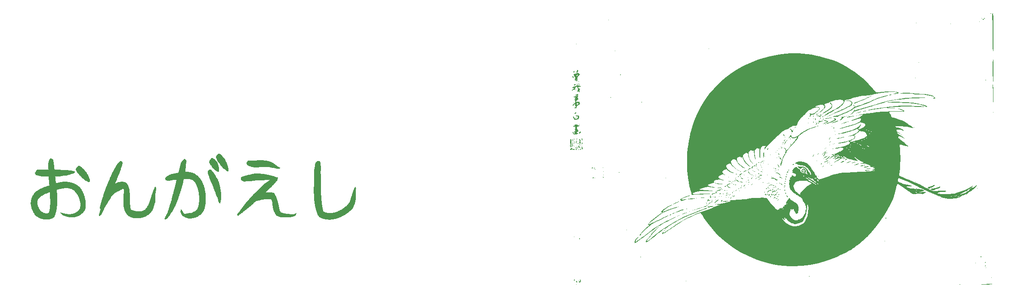
<source format=gbr>
%TF.GenerationSoftware,KiCad,Pcbnew,(7.0.0)*%
%TF.CreationDate,2024-03-09T22:24:40+01:00*%
%TF.ProjectId,kicad_tsuru,6b696361-645f-4747-9375-72752e6b6963,rev?*%
%TF.SameCoordinates,Original*%
%TF.FileFunction,Legend,Top*%
%TF.FilePolarity,Positive*%
%FSLAX46Y46*%
G04 Gerber Fmt 4.6, Leading zero omitted, Abs format (unit mm)*
G04 Created by KiCad (PCBNEW (7.0.0)) date 2024-03-09 22:24:40*
%MOMM*%
%LPD*%
G01*
G04 APERTURE LIST*
%ADD10C,2.500000*%
G04 APERTURE END LIST*
D10*
G36*
X66384039Y-75278422D02*
G01*
X66444003Y-75291588D01*
X66545822Y-75326851D01*
X66643471Y-75370499D01*
X66724882Y-75430806D01*
X66748035Y-75532258D01*
X66764178Y-75628657D01*
X66781058Y-75738552D01*
X66802038Y-75855417D01*
X66822036Y-75986850D01*
X66840189Y-76113525D01*
X66853794Y-76211355D01*
X66868602Y-76319891D01*
X66884611Y-76439131D01*
X66901822Y-76569076D01*
X66920236Y-76709725D01*
X66939852Y-76861080D01*
X66960670Y-77023139D01*
X66982690Y-77195902D01*
X67005912Y-77379371D01*
X67017974Y-77475119D01*
X67116568Y-77477218D01*
X67219398Y-77479851D01*
X67326464Y-77483019D01*
X67437766Y-77486721D01*
X67553304Y-77490957D01*
X67673079Y-77495727D01*
X67797089Y-77501032D01*
X67925336Y-77506871D01*
X68057819Y-77513244D01*
X68194537Y-77520151D01*
X68335492Y-77527593D01*
X68480683Y-77535569D01*
X68630110Y-77544079D01*
X68783773Y-77553124D01*
X68941672Y-77562703D01*
X69103808Y-77572816D01*
X69256145Y-77581784D01*
X69401135Y-77590982D01*
X69538779Y-77600408D01*
X69669077Y-77610063D01*
X69792029Y-77619947D01*
X69907634Y-77630061D01*
X70015892Y-77640403D01*
X70116805Y-77650974D01*
X70254399Y-77667260D01*
X70375464Y-77684061D01*
X70479999Y-77701378D01*
X70593668Y-77725268D01*
X70659635Y-77743786D01*
X70755261Y-77777274D01*
X70798853Y-77787750D01*
X70899138Y-77811471D01*
X70967381Y-77829271D01*
X70988466Y-77928495D01*
X70986920Y-77966047D01*
X70969060Y-78066082D01*
X70938071Y-78115035D01*
X70846058Y-78174095D01*
X70751140Y-78211979D01*
X70647270Y-78244637D01*
X70544838Y-78271983D01*
X70476452Y-78288448D01*
X70375230Y-78320772D01*
X70275353Y-78355767D01*
X70167791Y-78394693D01*
X70062675Y-78433429D01*
X69992852Y-78459418D01*
X69898818Y-78493306D01*
X69786428Y-78531374D01*
X69679763Y-78564671D01*
X69578822Y-78593198D01*
X69483605Y-78616954D01*
X69376902Y-78639165D01*
X69343166Y-78645042D01*
X69243439Y-78655117D01*
X69143383Y-78663360D01*
X69040495Y-78670688D01*
X68984129Y-78674351D01*
X68877578Y-78680610D01*
X68777414Y-78688016D01*
X68676321Y-78698492D01*
X68656843Y-78701218D01*
X68557066Y-78715128D01*
X68460013Y-78742477D01*
X68451679Y-78745182D01*
X68354998Y-78773647D01*
X68255736Y-78789103D01*
X68251400Y-78789146D01*
X68131652Y-78797947D01*
X68021685Y-78804473D01*
X67899125Y-78810541D01*
X67798940Y-78814791D01*
X67691671Y-78818784D01*
X67577318Y-78822519D01*
X67455882Y-78825997D01*
X67327361Y-78829217D01*
X67191756Y-78832179D01*
X67144980Y-78833109D01*
X67155148Y-78931047D01*
X67167570Y-79052882D01*
X67178695Y-79164719D01*
X67188522Y-79266557D01*
X67198981Y-79379793D01*
X67207412Y-79477407D01*
X67215810Y-79587820D01*
X67228383Y-79686495D01*
X67242591Y-79798727D01*
X67256072Y-79905717D01*
X67270755Y-80022667D01*
X67283910Y-80127735D01*
X67286641Y-80149578D01*
X67396512Y-80120431D01*
X67505086Y-80092830D01*
X67612362Y-80066774D01*
X67718340Y-80042264D01*
X67823021Y-80019299D01*
X67926404Y-79997880D01*
X68028490Y-79978007D01*
X68129279Y-79959679D01*
X68228769Y-79942897D01*
X68326963Y-79927661D01*
X68423858Y-79913970D01*
X68566769Y-79896331D01*
X68706760Y-79882170D01*
X68843832Y-79871487D01*
X68888874Y-79868699D01*
X69018599Y-79865207D01*
X69147657Y-79865112D01*
X69276047Y-79868413D01*
X69403768Y-79875110D01*
X69530822Y-79885204D01*
X69657208Y-79898695D01*
X69782927Y-79915582D01*
X69907977Y-79935866D01*
X70032360Y-79959546D01*
X70156074Y-79986622D01*
X70279121Y-80017096D01*
X70401500Y-80050965D01*
X70523212Y-80088231D01*
X70644255Y-80128894D01*
X70764630Y-80172953D01*
X70884338Y-80220409D01*
X71001584Y-80270412D01*
X71114575Y-80322723D01*
X71223311Y-80377344D01*
X71327791Y-80434274D01*
X71428017Y-80493512D01*
X71523987Y-80555059D01*
X71615702Y-80618916D01*
X71703162Y-80685081D01*
X71786367Y-80753554D01*
X71865316Y-80824337D01*
X71940011Y-80897429D01*
X72010450Y-80972829D01*
X72076634Y-81050539D01*
X72138563Y-81130557D01*
X72196237Y-81212884D01*
X72249655Y-81297520D01*
X72324023Y-81421160D01*
X72395085Y-81545703D01*
X72462841Y-81671147D01*
X72527291Y-81797492D01*
X72588435Y-81924739D01*
X72646273Y-82052888D01*
X72700806Y-82181939D01*
X72752032Y-82311891D01*
X72799953Y-82442744D01*
X72844568Y-82574499D01*
X72872475Y-82662837D01*
X72912059Y-82793791D01*
X72948381Y-82921954D01*
X72981439Y-83047326D01*
X73011235Y-83169908D01*
X73037768Y-83289699D01*
X73061038Y-83406700D01*
X73081045Y-83520909D01*
X73097789Y-83632329D01*
X73111270Y-83740957D01*
X73121488Y-83846795D01*
X73126487Y-83915803D01*
X73132233Y-84016532D01*
X73136648Y-84114470D01*
X73140464Y-84240713D01*
X73141915Y-84361994D01*
X73140999Y-84478315D01*
X73137717Y-84589675D01*
X73132069Y-84696073D01*
X73124054Y-84797510D01*
X73119160Y-84846368D01*
X73104813Y-84962312D01*
X73087723Y-85068954D01*
X73067890Y-85166293D01*
X73040470Y-85270821D01*
X73003488Y-85375841D01*
X72979942Y-85427666D01*
X72924937Y-85528395D01*
X72865252Y-85626333D01*
X72800888Y-85721480D01*
X72731844Y-85813837D01*
X72658121Y-85903403D01*
X72579717Y-85990178D01*
X72496634Y-86074163D01*
X72408871Y-86155357D01*
X72316429Y-86233761D01*
X72219306Y-86309373D01*
X72151958Y-86358231D01*
X72048847Y-86428184D01*
X71943760Y-86493328D01*
X71836699Y-86553664D01*
X71727663Y-86609191D01*
X71616651Y-86659909D01*
X71503665Y-86705819D01*
X71388704Y-86746921D01*
X71271768Y-86783214D01*
X71152857Y-86814698D01*
X71031971Y-86841374D01*
X70950284Y-86856487D01*
X70825968Y-86873584D01*
X70701537Y-86886407D01*
X70576993Y-86894955D01*
X70452333Y-86899229D01*
X70327560Y-86899229D01*
X70202671Y-86894955D01*
X70077669Y-86886407D01*
X69952551Y-86873584D01*
X69827320Y-86856487D01*
X69701974Y-86835116D01*
X69576513Y-86809470D01*
X69450938Y-86779550D01*
X69325248Y-86745356D01*
X69199444Y-86706888D01*
X69073525Y-86664146D01*
X68947492Y-86617129D01*
X68850921Y-86572733D01*
X68760704Y-86521843D01*
X68663617Y-86459103D01*
X68577464Y-86397768D01*
X68486541Y-86328204D01*
X68429697Y-86282516D01*
X68341040Y-86207967D01*
X68267409Y-86143078D01*
X68189571Y-86068463D01*
X68126760Y-85989463D01*
X68121951Y-85972328D01*
X68168357Y-85952788D01*
X68269787Y-85961289D01*
X68302691Y-85967443D01*
X68400999Y-85985761D01*
X68471219Y-86001637D01*
X68568086Y-86027559D01*
X68625092Y-86043158D01*
X68835140Y-86099334D01*
X68938223Y-86126489D01*
X69033912Y-86150024D01*
X69064729Y-86155510D01*
X69162299Y-86172731D01*
X69258406Y-86192909D01*
X69311414Y-86204358D01*
X69411859Y-86225272D01*
X69511087Y-86242562D01*
X69570311Y-86245880D01*
X69672922Y-86249228D01*
X69772334Y-86259597D01*
X69841421Y-86267862D01*
X69948735Y-86277021D01*
X70048102Y-86276448D01*
X70122300Y-86253207D01*
X70231744Y-86243275D01*
X70339342Y-86229050D01*
X70445094Y-86210531D01*
X70549000Y-86187719D01*
X70651060Y-86160614D01*
X70751273Y-86129216D01*
X70849641Y-86093524D01*
X70946162Y-86053538D01*
X71040837Y-86009260D01*
X71133666Y-85960688D01*
X71194526Y-85925922D01*
X71282797Y-85871089D01*
X71366260Y-85814667D01*
X71444913Y-85756657D01*
X71542305Y-85676839D01*
X71631149Y-85594197D01*
X71711443Y-85508731D01*
X71783190Y-85420441D01*
X71846388Y-85329327D01*
X71888176Y-85259139D01*
X71937597Y-85167662D01*
X71980836Y-85067866D01*
X72017892Y-84959750D01*
X72048766Y-84843315D01*
X72073457Y-84718560D01*
X72087919Y-84619535D01*
X72098902Y-84515829D01*
X72106408Y-84407444D01*
X72110437Y-84294379D01*
X72104942Y-84193019D01*
X72089808Y-84095775D01*
X72088455Y-84089215D01*
X72068086Y-83993579D01*
X72043311Y-83898076D01*
X72032279Y-83859627D01*
X72006567Y-83759716D01*
X71985873Y-83664233D01*
X71962422Y-83548752D01*
X71934811Y-83433729D01*
X71903041Y-83319163D01*
X71867110Y-83205056D01*
X71827020Y-83091407D01*
X71782770Y-82978216D01*
X71734360Y-82865482D01*
X71681791Y-82753207D01*
X71625062Y-82641390D01*
X71564173Y-82530030D01*
X71499124Y-82419129D01*
X71429915Y-82308685D01*
X71356547Y-82198699D01*
X71279019Y-82089172D01*
X71197331Y-81980102D01*
X71111484Y-81871490D01*
X71047752Y-81794802D01*
X70979287Y-81722273D01*
X70906091Y-81653904D01*
X70828162Y-81589695D01*
X70745501Y-81529646D01*
X70658108Y-81473756D01*
X70565983Y-81422026D01*
X70469125Y-81374456D01*
X70367535Y-81331046D01*
X70261213Y-81291795D01*
X70150159Y-81256704D01*
X70034373Y-81225773D01*
X69913854Y-81199002D01*
X69788603Y-81176390D01*
X69658620Y-81157939D01*
X69523905Y-81143647D01*
X69386068Y-81134681D01*
X69287569Y-81133498D01*
X69183785Y-81136150D01*
X69074716Y-81142638D01*
X68960360Y-81152961D01*
X68840719Y-81167119D01*
X68715793Y-81185113D01*
X68585581Y-81206942D01*
X68450084Y-81232607D01*
X68309300Y-81262107D01*
X68163232Y-81295442D01*
X68011877Y-81332613D01*
X67855238Y-81373619D01*
X67693312Y-81418460D01*
X67526101Y-81467137D01*
X67440514Y-81492914D01*
X67447059Y-81590954D01*
X67456676Y-81702390D01*
X67466694Y-81812414D01*
X67474708Y-81898357D01*
X67485560Y-82008684D01*
X67495220Y-82112213D01*
X67505238Y-82227474D01*
X67513539Y-82332947D01*
X67521052Y-82443627D01*
X67523556Y-82486982D01*
X67529968Y-82595341D01*
X67535463Y-82704220D01*
X67540043Y-82806234D01*
X67544622Y-82918505D01*
X67549202Y-83041032D01*
X67552866Y-83146438D01*
X67555957Y-83253676D01*
X67557903Y-83359234D01*
X67558704Y-83463114D01*
X67558361Y-83565314D01*
X67556873Y-83665836D01*
X67554239Y-83764678D01*
X67549338Y-83885869D01*
X67545538Y-83957324D01*
X67538717Y-84077478D01*
X67532229Y-84176263D01*
X67524825Y-84277413D01*
X67516506Y-84380930D01*
X67507270Y-84486814D01*
X67497119Y-84595063D01*
X67486052Y-84705678D01*
X67477150Y-84790192D01*
X67464060Y-84903803D01*
X67449215Y-85017491D01*
X67432614Y-85131255D01*
X67414258Y-85245095D01*
X67394146Y-85359011D01*
X67372278Y-85473004D01*
X67348656Y-85587073D01*
X67323277Y-85701218D01*
X67296029Y-85814486D01*
X67266796Y-85927143D01*
X67235579Y-86039189D01*
X67202377Y-86150625D01*
X67167191Y-86261450D01*
X67130020Y-86371665D01*
X67090865Y-86481269D01*
X67049725Y-86590262D01*
X67008509Y-86684906D01*
X66954471Y-86773444D01*
X66887609Y-86855876D01*
X66807925Y-86932202D01*
X66715418Y-87002422D01*
X66610088Y-87066536D01*
X66522676Y-87110614D01*
X66428051Y-87151257D01*
X66360960Y-87176445D01*
X66256854Y-87211178D01*
X66149700Y-87241188D01*
X66039497Y-87266476D01*
X65926246Y-87287041D01*
X65809947Y-87302884D01*
X65690600Y-87314003D01*
X65568204Y-87320400D01*
X65442760Y-87322075D01*
X65314268Y-87319026D01*
X65182727Y-87311255D01*
X65093340Y-87303451D01*
X64959531Y-87287852D01*
X64828298Y-87267616D01*
X64699642Y-87242743D01*
X64573561Y-87213234D01*
X64450056Y-87179088D01*
X64329127Y-87140305D01*
X64210774Y-87096885D01*
X64094997Y-87048828D01*
X63981797Y-86996135D01*
X63871172Y-86938804D01*
X63798853Y-86898008D01*
X63700371Y-86834982D01*
X63604594Y-86766804D01*
X63511522Y-86693474D01*
X63421154Y-86614992D01*
X63333492Y-86531358D01*
X63248534Y-86442571D01*
X63166281Y-86348633D01*
X63086732Y-86249543D01*
X63009889Y-86145301D01*
X62935750Y-86035907D01*
X62887827Y-85960116D01*
X62819363Y-85843416D01*
X62755020Y-85725041D01*
X62694799Y-85604993D01*
X62638699Y-85483270D01*
X62586722Y-85359872D01*
X62538865Y-85234800D01*
X62495130Y-85108054D01*
X62455517Y-84979633D01*
X62420026Y-84849538D01*
X62388656Y-84717769D01*
X62370032Y-84628992D01*
X62349553Y-84500006D01*
X62334827Y-84370419D01*
X62325854Y-84240231D01*
X62322634Y-84109442D01*
X62324759Y-83999206D01*
X63627129Y-83999206D01*
X63634142Y-84116044D01*
X63649264Y-84231809D01*
X63672495Y-84346500D01*
X63684059Y-84392076D01*
X63716602Y-84534121D01*
X63756530Y-84671744D01*
X63803843Y-84804945D01*
X63858540Y-84933723D01*
X63920621Y-85058079D01*
X63990087Y-85178014D01*
X64066938Y-85293526D01*
X64151173Y-85404616D01*
X64242793Y-85511284D01*
X64341797Y-85613529D01*
X64411903Y-85679236D01*
X64512960Y-85761368D01*
X64616465Y-85834655D01*
X64722418Y-85899098D01*
X64830817Y-85954696D01*
X64941664Y-86001451D01*
X65054958Y-86039361D01*
X65170699Y-86068427D01*
X65288887Y-86088648D01*
X65409522Y-86100026D01*
X65532605Y-86102559D01*
X65616020Y-86099334D01*
X65715425Y-86074175D01*
X65802980Y-86009689D01*
X65866891Y-85925910D01*
X65912095Y-85839222D01*
X65952033Y-85735057D01*
X65986704Y-85613412D01*
X66009251Y-85510709D01*
X66029258Y-85397069D01*
X66047757Y-85283296D01*
X66064749Y-85169389D01*
X66080234Y-85055348D01*
X66094211Y-84941174D01*
X66106681Y-84826867D01*
X66117643Y-84712426D01*
X66127098Y-84597851D01*
X66135045Y-84483143D01*
X66141485Y-84368301D01*
X66146418Y-84253326D01*
X66149843Y-84138217D01*
X66151761Y-84022974D01*
X66152171Y-83907598D01*
X66151074Y-83792088D01*
X66148469Y-83676445D01*
X66145044Y-83541672D01*
X66141485Y-83410297D01*
X66137793Y-83282317D01*
X66133967Y-83157734D01*
X66130008Y-83036548D01*
X66125915Y-82918758D01*
X66121688Y-82804364D01*
X66117328Y-82693367D01*
X66112835Y-82585767D01*
X66108207Y-82481563D01*
X66103446Y-82380756D01*
X66096055Y-82235913D01*
X66088363Y-82098712D01*
X66080370Y-81969154D01*
X66077639Y-81927666D01*
X65897023Y-81992715D01*
X65722762Y-82058412D01*
X65554854Y-82124759D01*
X65393301Y-82191754D01*
X65238102Y-82259398D01*
X65089257Y-82327690D01*
X64946766Y-82396631D01*
X64810629Y-82466222D01*
X64680846Y-82536460D01*
X64557418Y-82607348D01*
X64440343Y-82678885D01*
X64329623Y-82751070D01*
X64225257Y-82823904D01*
X64127245Y-82897387D01*
X64035587Y-82971518D01*
X63950284Y-83046298D01*
X63871429Y-83131249D01*
X63813982Y-83211487D01*
X63764048Y-83300311D01*
X63721628Y-83397722D01*
X63686721Y-83503719D01*
X63659327Y-83618304D01*
X63654750Y-83642251D01*
X63637433Y-83762309D01*
X63628226Y-83881294D01*
X63627129Y-83999206D01*
X62324759Y-83999206D01*
X62325167Y-83978051D01*
X62333453Y-83846060D01*
X62347492Y-83713468D01*
X62367285Y-83580274D01*
X62392830Y-83446480D01*
X62424128Y-83312084D01*
X62448190Y-83222153D01*
X62488841Y-83088838D01*
X62534772Y-82959086D01*
X62585984Y-82832898D01*
X62642478Y-82710274D01*
X62704251Y-82591212D01*
X62771306Y-82475715D01*
X62843642Y-82363780D01*
X62921258Y-82255409D01*
X63004155Y-82150602D01*
X63092333Y-82049358D01*
X63154052Y-81983842D01*
X63232954Y-81907230D01*
X63318839Y-81831267D01*
X63411709Y-81755952D01*
X63511562Y-81681286D01*
X63618399Y-81607269D01*
X63732220Y-81533901D01*
X63853025Y-81461181D01*
X63980814Y-81389111D01*
X64115586Y-81317689D01*
X64257343Y-81246915D01*
X64406083Y-81176791D01*
X64561807Y-81107315D01*
X64724514Y-81038489D01*
X64894206Y-80970310D01*
X65070881Y-80902781D01*
X65254540Y-80835901D01*
X65355386Y-80804464D01*
X65455983Y-80771415D01*
X65558532Y-80736737D01*
X65657221Y-80702733D01*
X65674638Y-80696682D01*
X65771038Y-80662221D01*
X65871788Y-80625890D01*
X65967787Y-80590293D01*
X65982384Y-80584330D01*
X65970496Y-80462238D01*
X65959257Y-80345087D01*
X65948667Y-80232878D01*
X65938726Y-80125612D01*
X65929433Y-80023287D01*
X65920789Y-79925905D01*
X65909040Y-79789098D01*
X65898750Y-79663411D01*
X65889920Y-79548843D01*
X65882550Y-79445396D01*
X65874993Y-79324762D01*
X65870032Y-79223898D01*
X65862970Y-79118926D01*
X65855521Y-79010090D01*
X65848575Y-78910103D01*
X65843166Y-78833109D01*
X65739649Y-78833109D01*
X65639757Y-78833109D01*
X65531064Y-78833109D01*
X65427452Y-78833109D01*
X65340025Y-78833109D01*
X65196177Y-78830383D01*
X65064136Y-78827700D01*
X64943901Y-78825059D01*
X64835473Y-78822462D01*
X64709268Y-78819065D01*
X64604053Y-78815745D01*
X64502051Y-78811702D01*
X64414345Y-78806243D01*
X64316271Y-78782892D01*
X64212659Y-78758963D01*
X64099291Y-78732989D01*
X63990908Y-78708259D01*
X63866802Y-78680019D01*
X63798853Y-78664582D01*
X63702949Y-78637829D01*
X63598419Y-78608146D01*
X63495493Y-78578035D01*
X63396460Y-78547238D01*
X63337234Y-78525363D01*
X63277394Y-78446595D01*
X63227706Y-78357866D01*
X63210228Y-78322642D01*
X63174467Y-78230838D01*
X63162636Y-78129249D01*
X63168706Y-78105266D01*
X63207785Y-78010621D01*
X63262988Y-77917926D01*
X63295713Y-77868350D01*
X63351287Y-77777427D01*
X63399747Y-77689533D01*
X63434931Y-77614337D01*
X63491107Y-77545949D01*
X63594638Y-77510503D01*
X63698389Y-77491252D01*
X63810760Y-77476798D01*
X63920931Y-77466196D01*
X63994247Y-77460464D01*
X64092820Y-77463062D01*
X64201966Y-77469931D01*
X64302678Y-77478518D01*
X64343515Y-77482446D01*
X64447012Y-77492063D01*
X64551483Y-77500221D01*
X64651260Y-77504428D01*
X64749902Y-77499286D01*
X64849555Y-77489316D01*
X64946794Y-77477561D01*
X65047392Y-77464739D01*
X65149981Y-77454692D01*
X65250827Y-77448968D01*
X65296062Y-77448252D01*
X65340025Y-77448252D01*
X65447645Y-77448252D01*
X65546069Y-77448252D01*
X65648468Y-77448252D01*
X65754840Y-77448252D01*
X65801644Y-77448252D01*
X65801644Y-77433598D01*
X65798200Y-77287023D01*
X65795195Y-77148330D01*
X65792628Y-77017517D01*
X65790501Y-76894584D01*
X65788812Y-76779533D01*
X65787562Y-76672361D01*
X65786751Y-76573071D01*
X65786358Y-76438912D01*
X65786952Y-76322484D01*
X65788533Y-76223787D01*
X65792178Y-76119774D01*
X65799202Y-76034086D01*
X65820726Y-75930588D01*
X65850829Y-75832514D01*
X65891451Y-75727428D01*
X65934642Y-75631772D01*
X65967729Y-75565140D01*
X66018276Y-75471660D01*
X66070736Y-75385607D01*
X66133514Y-75305656D01*
X66177778Y-75276933D01*
X66278023Y-75266515D01*
X66384039Y-75278422D01*
G37*
G36*
X71866099Y-76723757D02*
G01*
X71960457Y-76757007D01*
X72005413Y-76776584D01*
X72096546Y-76820701D01*
X72189217Y-76876536D01*
X72271456Y-76938939D01*
X72320486Y-76984191D01*
X72385661Y-77059801D01*
X72410856Y-77091658D01*
X72476878Y-77167220D01*
X72503668Y-77194240D01*
X72580003Y-77264393D01*
X72657541Y-77328573D01*
X72734478Y-77389023D01*
X72769893Y-77418943D01*
X72846123Y-77496042D01*
X72920942Y-77576518D01*
X72994348Y-77660371D01*
X73066342Y-77747602D01*
X73136925Y-77838211D01*
X73206095Y-77932197D01*
X73273854Y-78029560D01*
X73340200Y-78130300D01*
X73405134Y-78234418D01*
X73468656Y-78341914D01*
X73530766Y-78452787D01*
X73591465Y-78567037D01*
X73650751Y-78684665D01*
X73708625Y-78805670D01*
X73765087Y-78930053D01*
X73820137Y-79057813D01*
X73861854Y-79161976D01*
X73898161Y-79259227D01*
X73938156Y-79378143D01*
X73968534Y-79484770D01*
X73992982Y-79600774D01*
X74002484Y-79714633D01*
X73986222Y-79812523D01*
X73922566Y-79892665D01*
X73881198Y-79917547D01*
X73787317Y-79954756D01*
X73749307Y-79954184D01*
X73658574Y-79909533D01*
X73651609Y-79905335D01*
X73571467Y-79847633D01*
X73546585Y-79827178D01*
X73483082Y-79771002D01*
X73389666Y-79732076D01*
X73292522Y-79700935D01*
X73246166Y-79687959D01*
X73146728Y-79655950D01*
X73052733Y-79613131D01*
X72992154Y-79575607D01*
X72917326Y-79505717D01*
X72879802Y-79463256D01*
X72814722Y-79390188D01*
X72769893Y-79350904D01*
X72687494Y-79291217D01*
X72642886Y-79267862D01*
X72557034Y-79218624D01*
X72530535Y-79197031D01*
X72454590Y-79128910D01*
X72403528Y-79072467D01*
X72339482Y-78992525D01*
X72277887Y-78915818D01*
X72244771Y-78874631D01*
X72181802Y-78798610D01*
X72112803Y-78722895D01*
X72098225Y-78708545D01*
X72032213Y-78633612D01*
X71962451Y-78558813D01*
X71886382Y-78479339D01*
X71810018Y-78400799D01*
X71733225Y-78321001D01*
X71665877Y-78250132D01*
X71590772Y-78169532D01*
X71520505Y-78091107D01*
X71509600Y-78078399D01*
X71456906Y-77991845D01*
X71405751Y-77896705D01*
X71356614Y-77801336D01*
X71341072Y-77770653D01*
X71291835Y-77669690D01*
X71248443Y-77579206D01*
X71207235Y-77488820D01*
X71201854Y-77475119D01*
X71206910Y-77366784D01*
X71244615Y-77262599D01*
X71292529Y-77174242D01*
X71357272Y-77077127D01*
X71382593Y-77042809D01*
X71447220Y-76960878D01*
X71522096Y-76877988D01*
X71605761Y-76802554D01*
X71696512Y-76744394D01*
X71761170Y-76720409D01*
X71866099Y-76723757D01*
G37*
G36*
X80578337Y-81241344D02*
G01*
X80214415Y-81407429D01*
X80122862Y-81453415D01*
X80030164Y-81499783D01*
X79936321Y-81546533D01*
X79841334Y-81593664D01*
X79745201Y-81641177D01*
X79647924Y-81689071D01*
X79549502Y-81737348D01*
X79449935Y-81786005D01*
X79355519Y-81832679D01*
X79251883Y-81884902D01*
X79164228Y-81930328D01*
X79068358Y-81982504D01*
X78980988Y-82037575D01*
X78897011Y-82096909D01*
X78793055Y-82172548D01*
X78698258Y-82244218D01*
X78612621Y-82311919D01*
X78536142Y-82375651D01*
X78453424Y-82449735D01*
X78373053Y-82530450D01*
X78350842Y-82555370D01*
X78289132Y-82638117D01*
X78233262Y-82721694D01*
X78204296Y-82767862D01*
X78149985Y-82858694D01*
X78099610Y-82950285D01*
X78053457Y-83040059D01*
X78043096Y-83060953D01*
X77997350Y-83149159D01*
X77948788Y-83234931D01*
X77893662Y-83320854D01*
X77889223Y-83327178D01*
X77835413Y-83416956D01*
X77778627Y-83505952D01*
X77718921Y-83596346D01*
X77660302Y-83683128D01*
X77649865Y-83698427D01*
X77590416Y-83785810D01*
X77528223Y-83877122D01*
X77466590Y-83967454D01*
X77409295Y-84051195D01*
X77398295Y-84067233D01*
X77350097Y-84155705D01*
X77300905Y-84244701D01*
X77248095Y-84339602D01*
X77195573Y-84433598D01*
X77143280Y-84526677D01*
X77089001Y-84620510D01*
X77035840Y-84708285D01*
X76978197Y-84795077D01*
X76918348Y-84879398D01*
X76853633Y-84951393D01*
X76813495Y-85056369D01*
X76773682Y-85158198D01*
X76734193Y-85256877D01*
X76695028Y-85352409D01*
X76656188Y-85444792D01*
X76598535Y-85577463D01*
X76541613Y-85703050D01*
X76485420Y-85821553D01*
X76429958Y-85932972D01*
X76375225Y-86037307D01*
X76321222Y-86134558D01*
X76267949Y-86224725D01*
X76250353Y-86253207D01*
X76188040Y-86341442D01*
X76114302Y-86417498D01*
X76031565Y-86488024D01*
X75984129Y-86524316D01*
X75895133Y-86587667D01*
X75808360Y-86635514D01*
X75732558Y-86643995D01*
X75706348Y-86549714D01*
X75705692Y-86516989D01*
X75711595Y-86419316D01*
X75732558Y-86321595D01*
X75760589Y-86224108D01*
X75793867Y-86122442D01*
X75826840Y-86025355D01*
X75859565Y-85930806D01*
X75893303Y-85832441D01*
X75924299Y-85738847D01*
X75957873Y-85632830D01*
X75987496Y-85533683D01*
X76017066Y-85426693D01*
X76028092Y-85383702D01*
X76046909Y-85284133D01*
X76054959Y-85244484D01*
X75981543Y-85170829D01*
X75924442Y-85086947D01*
X75915741Y-85049090D01*
X75917942Y-84950021D01*
X75933322Y-84847783D01*
X75951869Y-84750467D01*
X75971916Y-84655859D01*
X75995733Y-84548132D01*
X76024438Y-84434084D01*
X76050923Y-84338295D01*
X76080538Y-84238461D01*
X76113282Y-84134582D01*
X76149155Y-84026657D01*
X76188157Y-83914687D01*
X76208832Y-83857185D01*
X76226284Y-83758803D01*
X76247942Y-83657194D01*
X76274520Y-83554791D01*
X76279662Y-83537226D01*
X76308041Y-83434122D01*
X76341701Y-83328525D01*
X76377665Y-83225359D01*
X76413328Y-83128931D01*
X76426208Y-83095147D01*
X76463360Y-82998747D01*
X76501060Y-82901909D01*
X76540602Y-82802132D01*
X76572754Y-82723898D01*
X76590461Y-82621316D01*
X76607749Y-82518734D01*
X76614275Y-82479655D01*
X76634137Y-82379508D01*
X76658580Y-82282937D01*
X76670451Y-82247624D01*
X76701363Y-82151072D01*
X76737923Y-82043376D01*
X76780131Y-81924537D01*
X76815494Y-81828094D01*
X76854034Y-81725383D01*
X76895751Y-81616404D01*
X76940645Y-81501157D01*
X76988716Y-81379641D01*
X77039964Y-81251858D01*
X77075894Y-81163186D01*
X77129697Y-81032082D01*
X77180279Y-80908964D01*
X77227642Y-80793831D01*
X77271785Y-80686683D01*
X77312707Y-80587522D01*
X77350410Y-80496346D01*
X77395671Y-80387200D01*
X77435208Y-80292250D01*
X77476579Y-80193528D01*
X77483780Y-80176445D01*
X77518871Y-80081448D01*
X77562543Y-79969094D01*
X77606927Y-79857486D01*
X77645724Y-79761108D01*
X77689244Y-79653868D01*
X77737487Y-79535765D01*
X77790452Y-79406801D01*
X77828386Y-79314790D01*
X77868419Y-79217952D01*
X77889223Y-79167722D01*
X77940313Y-79046965D01*
X77988561Y-78933211D01*
X78033965Y-78826459D01*
X78076527Y-78726711D01*
X78116245Y-78633965D01*
X78170491Y-78507978D01*
X78218340Y-78397746D01*
X78259792Y-78303272D01*
X78305111Y-78201815D01*
X78351765Y-78102153D01*
X78365496Y-78075956D01*
X78407323Y-77984365D01*
X78454440Y-77892202D01*
X78502640Y-77804274D01*
X78558052Y-77708104D01*
X78609739Y-77621665D01*
X78662130Y-77535893D01*
X78718229Y-77444302D01*
X78774346Y-77353074D01*
X78826171Y-77269421D01*
X78856424Y-77221106D01*
X78899432Y-77128022D01*
X78945132Y-77037767D01*
X78995643Y-76942670D01*
X79043118Y-76853826D01*
X79093242Y-76760446D01*
X79139889Y-76674022D01*
X79169055Y-76620269D01*
X79221923Y-76529463D01*
X79277622Y-76441593D01*
X79318043Y-76383353D01*
X79383431Y-76298260D01*
X79448713Y-76224596D01*
X79526618Y-76144387D01*
X79603440Y-76070427D01*
X79645329Y-76031644D01*
X79727103Y-75959315D01*
X79809265Y-75891211D01*
X79893951Y-75829409D01*
X79960402Y-75794728D01*
X80065610Y-75796930D01*
X80166303Y-75824006D01*
X80226627Y-75850904D01*
X80303993Y-75915390D01*
X80360960Y-75990122D01*
X80408588Y-76077439D01*
X80424464Y-76143995D01*
X80405296Y-76242036D01*
X80381337Y-76337339D01*
X80353173Y-76443584D01*
X80324324Y-76549439D01*
X80293527Y-76652402D01*
X80256089Y-76772005D01*
X80223653Y-76872626D01*
X80187481Y-76982607D01*
X80147575Y-77101947D01*
X80103933Y-77230647D01*
X80056556Y-77368706D01*
X80022896Y-77465946D01*
X79987577Y-77567345D01*
X79950597Y-77672903D01*
X79911957Y-77782622D01*
X79892014Y-77839041D01*
X79856702Y-77937365D01*
X79819550Y-78031876D01*
X79776044Y-78135832D01*
X79734935Y-78229677D01*
X79689414Y-78330081D01*
X79659983Y-78393472D01*
X79612888Y-78494008D01*
X79565032Y-78597963D01*
X79521137Y-78696238D01*
X79480732Y-78793649D01*
X79471916Y-78818455D01*
X79430698Y-78913879D01*
X79397458Y-79006119D01*
X79366119Y-79102606D01*
X79337583Y-79197031D01*
X79308846Y-79293345D01*
X79274452Y-79396812D01*
X79239123Y-79490695D01*
X79197601Y-79586255D01*
X79176383Y-79629341D01*
X79164170Y-79673305D01*
X79126504Y-79773339D01*
X79086776Y-79875606D01*
X79044988Y-79980106D01*
X79001138Y-80086838D01*
X78963023Y-80177487D01*
X78939467Y-80232621D01*
X79058364Y-80170787D01*
X79176917Y-80114735D01*
X79295127Y-80064465D01*
X79412993Y-80019977D01*
X79530516Y-79981270D01*
X79647695Y-79948345D01*
X79764531Y-79921202D01*
X79881023Y-79899840D01*
X79997172Y-79884260D01*
X80112978Y-79874462D01*
X80228440Y-79870445D01*
X80343558Y-79872210D01*
X80458333Y-79879757D01*
X80572765Y-79893085D01*
X80686853Y-79912195D01*
X80800598Y-79937087D01*
X80919475Y-79973380D01*
X81030644Y-80026083D01*
X81134104Y-80095196D01*
X81229854Y-80180719D01*
X81296609Y-80255631D01*
X81359026Y-80339773D01*
X81417108Y-80433146D01*
X81470853Y-80535749D01*
X81520262Y-80647583D01*
X81535769Y-80686912D01*
X81580026Y-80807169D01*
X81620290Y-80928885D01*
X81656561Y-81052060D01*
X81688840Y-81176696D01*
X81717126Y-81302791D01*
X81741419Y-81430346D01*
X81761719Y-81559360D01*
X81778027Y-81689835D01*
X81790342Y-81821769D01*
X81798664Y-81955163D01*
X81801993Y-82044903D01*
X81806158Y-82182039D01*
X81810408Y-82323254D01*
X81814744Y-82468547D01*
X81817683Y-82567675D01*
X81820660Y-82668616D01*
X81823675Y-82771370D01*
X81826728Y-82875937D01*
X81829819Y-82982316D01*
X81832948Y-83090508D01*
X81836116Y-83200512D01*
X81839321Y-83312330D01*
X81842565Y-83425960D01*
X81845847Y-83541403D01*
X81849167Y-83658659D01*
X81850842Y-83717966D01*
X81854773Y-83835117D01*
X81859238Y-83948432D01*
X81864237Y-84057912D01*
X81869771Y-84163557D01*
X81875839Y-84265366D01*
X81882441Y-84363340D01*
X81893346Y-84503109D01*
X81905453Y-84634249D01*
X81918762Y-84756759D01*
X81933274Y-84870640D01*
X81948987Y-84975891D01*
X81965903Y-85072512D01*
X81977848Y-85132132D01*
X82021964Y-85242309D01*
X82105465Y-85342028D01*
X82193936Y-85409956D01*
X82304561Y-85472002D01*
X82437339Y-85528166D01*
X82538166Y-85562341D01*
X82648839Y-85593902D01*
X82769357Y-85622848D01*
X82899722Y-85649181D01*
X83039932Y-85672899D01*
X83189989Y-85694003D01*
X83349892Y-85712493D01*
X83433535Y-85720758D01*
X83542109Y-85727236D01*
X83647401Y-85729573D01*
X83749410Y-85727770D01*
X83848138Y-85721826D01*
X83990075Y-85705146D01*
X84124628Y-85679150D01*
X84251797Y-85643838D01*
X84371581Y-85599209D01*
X84483980Y-85545263D01*
X84588995Y-85482001D01*
X84686625Y-85409422D01*
X84776871Y-85327527D01*
X84854437Y-85247451D01*
X84929599Y-85164762D01*
X85002357Y-85079458D01*
X85072710Y-84991540D01*
X85140659Y-84901008D01*
X85206204Y-84807862D01*
X85269345Y-84712101D01*
X85330081Y-84613727D01*
X85388413Y-84512738D01*
X85444341Y-84409135D01*
X85497865Y-84302918D01*
X85548984Y-84194087D01*
X85597699Y-84082642D01*
X85644010Y-83968582D01*
X85687916Y-83851909D01*
X85729418Y-83732621D01*
X85765010Y-83625352D01*
X85802481Y-83507488D01*
X85841560Y-83383229D01*
X85876179Y-83272555D01*
X85915348Y-83146896D01*
X85959068Y-83006253D01*
X85990744Y-82904168D01*
X86024442Y-82795422D01*
X86042049Y-82738552D01*
X86077665Y-82625161D01*
X86112460Y-82515795D01*
X86146434Y-82410456D01*
X86179588Y-82309143D01*
X86211922Y-82211856D01*
X86243435Y-82118595D01*
X86289166Y-81986253D01*
X86333051Y-81862970D01*
X86375090Y-81748746D01*
X86415283Y-81643581D01*
X86453629Y-81547475D01*
X86501886Y-81433425D01*
X86513438Y-81407429D01*
X86563999Y-81297198D01*
X86610353Y-81197313D01*
X86652499Y-81107776D01*
X86702149Y-81004488D01*
X86753693Y-80901245D01*
X86806219Y-80804991D01*
X86835838Y-80765070D01*
X86870032Y-80787052D01*
X86911554Y-80855440D01*
X86948152Y-80946535D01*
X86953075Y-80960464D01*
X86979736Y-81055261D01*
X86982384Y-81072816D01*
X86989711Y-81170513D01*
X86995550Y-81276988D01*
X86991851Y-81378210D01*
X86982384Y-81463605D01*
X86967453Y-81564069D01*
X86951975Y-81661828D01*
X86934566Y-81766542D01*
X86926208Y-81815314D01*
X86908520Y-81918655D01*
X86892491Y-82018069D01*
X86878295Y-82115957D01*
X86877360Y-82123060D01*
X86871649Y-82228063D01*
X86868429Y-82326965D01*
X86865925Y-82445783D01*
X86864437Y-82555177D01*
X86863406Y-82677318D01*
X86862934Y-82777288D01*
X86862719Y-82884428D01*
X86862705Y-82921734D01*
X86862340Y-83031687D01*
X86861245Y-83136229D01*
X86859421Y-83235362D01*
X86855852Y-83359125D01*
X86850987Y-83473270D01*
X86844823Y-83577798D01*
X86835294Y-83694935D01*
X86823738Y-83797045D01*
X86821184Y-83815663D01*
X86796301Y-83913208D01*
X86769122Y-84008746D01*
X86740939Y-84104325D01*
X86707031Y-84216925D01*
X86677844Y-84312545D01*
X86645436Y-84417739D01*
X86609809Y-84532507D01*
X86584268Y-84614337D01*
X86560827Y-84713084D01*
X86537471Y-84818414D01*
X86532977Y-84839041D01*
X86510890Y-84934973D01*
X86482497Y-85029312D01*
X86457262Y-85090611D01*
X86404769Y-85207981D01*
X86348650Y-85321955D01*
X86288906Y-85432532D01*
X86225536Y-85539713D01*
X86158541Y-85643497D01*
X86087921Y-85743884D01*
X86013675Y-85840875D01*
X85935803Y-85934470D01*
X85854306Y-86024668D01*
X85769184Y-86111470D01*
X85680436Y-86194875D01*
X85588063Y-86274883D01*
X85492064Y-86351496D01*
X85392439Y-86424711D01*
X85289190Y-86494530D01*
X85182314Y-86560953D01*
X85086301Y-86619793D01*
X84986939Y-86675413D01*
X84884228Y-86727813D01*
X84778169Y-86776993D01*
X84668760Y-86822953D01*
X84556003Y-86865694D01*
X84439897Y-86905214D01*
X84320442Y-86941514D01*
X84197639Y-86974594D01*
X84071486Y-87004454D01*
X83985524Y-87022572D01*
X83855343Y-87046164D01*
X83724003Y-87064732D01*
X83591504Y-87078278D01*
X83457845Y-87086800D01*
X83323027Y-87090299D01*
X83187051Y-87088775D01*
X83049914Y-87082228D01*
X82911619Y-87070657D01*
X82772164Y-87054063D01*
X82631551Y-87032447D01*
X82537164Y-87015245D01*
X82398339Y-86984740D01*
X82264881Y-86948183D01*
X82136790Y-86905571D01*
X82014065Y-86856907D01*
X81896706Y-86802188D01*
X81784715Y-86741416D01*
X81678090Y-86674590D01*
X81576832Y-86601711D01*
X81480940Y-86522778D01*
X81390415Y-86437792D01*
X81333047Y-86377771D01*
X81261534Y-86297414D01*
X81193542Y-86213880D01*
X81129071Y-86127169D01*
X81068120Y-86037281D01*
X81010689Y-85944216D01*
X80956779Y-85847974D01*
X80906390Y-85748554D01*
X80859521Y-85645958D01*
X80816173Y-85540185D01*
X80776345Y-85431234D01*
X80751749Y-85356836D01*
X80718075Y-85243978D01*
X80687578Y-85131636D01*
X80660258Y-85019809D01*
X80636115Y-84908497D01*
X80615149Y-84797701D01*
X80597361Y-84687419D01*
X80582749Y-84577653D01*
X80571315Y-84468402D01*
X80563057Y-84359667D01*
X80557977Y-84251446D01*
X80556355Y-84179585D01*
X80555217Y-84071665D01*
X80554552Y-83963144D01*
X80554358Y-83854022D01*
X80554637Y-83744299D01*
X80555389Y-83633974D01*
X80556612Y-83523049D01*
X80558308Y-83411523D01*
X80560476Y-83299395D01*
X80563117Y-83186666D01*
X80566229Y-83073337D01*
X80568567Y-82997450D01*
X80572860Y-82885072D01*
X80577497Y-82776000D01*
X80582477Y-82670234D01*
X80587801Y-82567773D01*
X80593468Y-82468619D01*
X80601559Y-82341555D01*
X80610260Y-82220369D01*
X80619572Y-82105059D01*
X80629494Y-81995627D01*
X80632070Y-81969187D01*
X80640847Y-81865918D01*
X80645198Y-81766161D01*
X80644411Y-81646400D01*
X80636707Y-81532126D01*
X80622086Y-81423338D01*
X80600547Y-81320036D01*
X80578337Y-81241344D01*
G37*
G36*
X92365496Y-79739250D02*
G01*
X92333306Y-79883516D01*
X92299627Y-80029327D01*
X92264460Y-80176683D01*
X92227804Y-80325586D01*
X92189661Y-80476034D01*
X92150028Y-80628027D01*
X92108908Y-80781566D01*
X92066299Y-80936651D01*
X92022202Y-81093281D01*
X91976616Y-81251457D01*
X91929542Y-81411178D01*
X91880980Y-81572445D01*
X91830929Y-81735258D01*
X91779390Y-81899616D01*
X91726362Y-82065520D01*
X91671847Y-82232970D01*
X91616568Y-82399465D01*
X91561250Y-82563117D01*
X91505895Y-82723926D01*
X91450502Y-82881892D01*
X91395070Y-83037015D01*
X91339600Y-83189295D01*
X91284092Y-83338731D01*
X91228546Y-83485325D01*
X91172962Y-83629075D01*
X91117339Y-83769982D01*
X91061678Y-83908046D01*
X91005980Y-84043267D01*
X90950243Y-84175645D01*
X90894467Y-84305179D01*
X90838654Y-84431871D01*
X90782803Y-84555719D01*
X90741491Y-84644677D01*
X90657380Y-84820532D01*
X90571285Y-84993639D01*
X90483205Y-85163998D01*
X90393140Y-85331610D01*
X90301091Y-85496474D01*
X90207057Y-85658590D01*
X90111039Y-85817959D01*
X90013037Y-85974579D01*
X89913050Y-86128452D01*
X89811079Y-86279578D01*
X89707123Y-86427955D01*
X89601183Y-86573585D01*
X89493258Y-86716467D01*
X89383348Y-86856601D01*
X89271455Y-86993988D01*
X89214764Y-87061651D01*
X89147752Y-87134482D01*
X89063717Y-87206610D01*
X88975732Y-87262080D01*
X88883798Y-87300892D01*
X88787913Y-87323045D01*
X88738490Y-87327875D01*
X88696969Y-87313221D01*
X88673873Y-87216943D01*
X88640793Y-87159348D01*
X88626138Y-87144693D01*
X88663843Y-87042417D01*
X88704745Y-86950081D01*
X88756465Y-86844351D01*
X88807830Y-86746010D01*
X88866708Y-86638366D01*
X88892363Y-86592704D01*
X88942051Y-86504815D01*
X88996219Y-86408800D01*
X89049571Y-86313888D01*
X89100938Y-86221801D01*
X89131721Y-86165280D01*
X89176419Y-86064804D01*
X89213895Y-85971629D01*
X89252898Y-85867081D01*
X89293427Y-85751161D01*
X89324826Y-85656758D01*
X89357083Y-85555958D01*
X89390199Y-85448761D01*
X89424173Y-85335166D01*
X89459006Y-85215175D01*
X89493546Y-85095842D01*
X89525725Y-84985138D01*
X89555542Y-84883064D01*
X89591625Y-84760389D01*
X89623510Y-84653056D01*
X89657463Y-84540464D01*
X89689549Y-84436994D01*
X89705692Y-84387192D01*
X89737863Y-84285411D01*
X89772668Y-84185882D01*
X89811887Y-84078007D01*
X89844910Y-83989076D01*
X89885067Y-83881056D01*
X89921274Y-83782309D01*
X89958524Y-83678825D01*
X89994511Y-83576014D01*
X90013438Y-83520129D01*
X90037015Y-83420667D01*
X90052259Y-83323171D01*
X90059844Y-83261232D01*
X90074298Y-83160386D01*
X90093532Y-83063300D01*
X90111135Y-83002335D01*
X90133832Y-82905391D01*
X90163635Y-82789841D01*
X90194604Y-82674646D01*
X90221989Y-82574976D01*
X90252936Y-82463929D01*
X90287448Y-82341505D01*
X90325522Y-82207703D01*
X90352885Y-82112182D01*
X90381832Y-82011603D01*
X90396899Y-81959418D01*
X90427153Y-81854928D01*
X90456242Y-81753338D01*
X90484168Y-81654648D01*
X90510930Y-81558859D01*
X90548890Y-81420614D01*
X90584231Y-81288895D01*
X90616954Y-81163701D01*
X90647057Y-81045034D01*
X90674542Y-80932892D01*
X90699407Y-80827276D01*
X90721654Y-80728186D01*
X90741281Y-80635621D01*
X90767495Y-80535076D01*
X90792568Y-80435128D01*
X90820045Y-80322471D01*
X90844779Y-80218882D01*
X90871183Y-80106468D01*
X90887827Y-80034784D01*
X90914577Y-79918101D01*
X90938345Y-79813821D01*
X90962932Y-79705056D01*
X90986190Y-79600738D01*
X91007506Y-79502335D01*
X90965985Y-79502335D01*
X90859396Y-79512085D01*
X90757300Y-79517366D01*
X90644491Y-79521411D01*
X90628930Y-79521874D01*
X90524828Y-79525430D01*
X90420453Y-79530353D01*
X90321642Y-79536987D01*
X90250353Y-79543856D01*
X90150290Y-79560686D01*
X90054506Y-79580972D01*
X89954443Y-79604518D01*
X89913298Y-79614686D01*
X89809953Y-79639111D01*
X89712301Y-79660749D01*
X89612753Y-79679983D01*
X89593340Y-79683074D01*
X89495345Y-79679900D01*
X89387725Y-79671504D01*
X89288921Y-79661009D01*
X89248958Y-79656208D01*
X89150497Y-79640790D01*
X89052752Y-79619371D01*
X88963194Y-79585377D01*
X88890667Y-79516541D01*
X88835884Y-79432964D01*
X88809321Y-79375328D01*
X88770776Y-79281257D01*
X88760472Y-79201916D01*
X88762337Y-79100262D01*
X88780011Y-79052928D01*
X88850422Y-78972714D01*
X88933884Y-78909130D01*
X89020171Y-78851661D01*
X89034024Y-78842879D01*
X89142101Y-78774338D01*
X89227167Y-78724335D01*
X89315666Y-78675534D01*
X89407601Y-78627936D01*
X89502970Y-78581539D01*
X89601774Y-78536345D01*
X89704013Y-78492352D01*
X89809686Y-78449562D01*
X89918794Y-78407974D01*
X90031336Y-78367588D01*
X90069614Y-78354393D01*
X90167058Y-78319236D01*
X90267966Y-78291005D01*
X90362705Y-78271351D01*
X90462930Y-78253271D01*
X90560067Y-78237407D01*
X90663772Y-78221930D01*
X90711972Y-78215175D01*
X90812050Y-78199848D01*
X90910625Y-78183018D01*
X90965985Y-78171211D01*
X91066124Y-78150450D01*
X91165234Y-78128311D01*
X91276975Y-78103009D01*
X91342119Y-78088169D01*
X91372907Y-77990529D01*
X91404313Y-77896758D01*
X91427604Y-77829271D01*
X91461283Y-77731383D01*
X91495023Y-77630318D01*
X91525301Y-77536180D01*
X91554725Y-77436460D01*
X91580714Y-77338801D01*
X91596131Y-77274840D01*
X91619373Y-77179929D01*
X91640861Y-77080345D01*
X91662881Y-76971390D01*
X91671847Y-76925573D01*
X91693218Y-76818199D01*
X91714589Y-76716201D01*
X91735960Y-76619580D01*
X91760385Y-76515738D01*
X91769544Y-76478608D01*
X91797601Y-76373121D01*
X91826817Y-76279226D01*
X91864100Y-76180207D01*
X91874568Y-76156208D01*
X91920266Y-76066632D01*
X91972645Y-75983341D01*
X92037216Y-75894040D01*
X92100340Y-75815031D01*
X92171932Y-75731848D01*
X92218951Y-75679934D01*
X92295921Y-75598719D01*
X92377895Y-75518576D01*
X92459205Y-75448953D01*
X92548602Y-75394094D01*
X92575545Y-75386843D01*
X92677156Y-75404982D01*
X92771667Y-75453926D01*
X92827115Y-75496752D01*
X92881588Y-75578960D01*
X92924812Y-75653067D01*
X92968645Y-75741016D01*
X92980988Y-75792286D01*
X92966334Y-75860674D01*
X92943732Y-75956568D01*
X92932140Y-76002335D01*
X92912755Y-76099757D01*
X92910158Y-76141553D01*
X92899310Y-76241559D01*
X92889090Y-76341951D01*
X92877796Y-76457848D01*
X92867988Y-76561727D01*
X92857493Y-76675529D01*
X92846311Y-76799253D01*
X92837474Y-76898558D01*
X92834443Y-76932900D01*
X92825584Y-77032663D01*
X92814708Y-77154059D01*
X92804900Y-77262175D01*
X92794143Y-77378643D01*
X92783438Y-77491014D01*
X92772905Y-77594359D01*
X92770939Y-77611895D01*
X92759421Y-77709339D01*
X92745017Y-77810247D01*
X92729418Y-77904986D01*
X92863034Y-77904650D01*
X92996435Y-77908221D01*
X93129621Y-77915698D01*
X93262593Y-77927083D01*
X93395350Y-77942374D01*
X93527892Y-77961573D01*
X93660220Y-77984678D01*
X93792333Y-78011690D01*
X93924231Y-78042609D01*
X94055914Y-78077435D01*
X94143584Y-78102823D01*
X94257949Y-78140232D01*
X94370234Y-78182851D01*
X94480439Y-78230679D01*
X94588564Y-78283715D01*
X94694610Y-78341962D01*
X94798575Y-78405417D01*
X94900460Y-78474082D01*
X95000266Y-78547956D01*
X95097992Y-78627039D01*
X95193638Y-78711331D01*
X95287204Y-78800833D01*
X95378690Y-78895544D01*
X95468096Y-78995464D01*
X95555422Y-79100593D01*
X95640669Y-79210932D01*
X95723836Y-79326480D01*
X95804569Y-79445806D01*
X95881906Y-79567479D01*
X95955847Y-79691499D01*
X96026391Y-79817866D01*
X96093539Y-79946580D01*
X96157290Y-80077641D01*
X96217645Y-80211049D01*
X96274603Y-80346804D01*
X96328165Y-80484906D01*
X96378330Y-80625356D01*
X96425099Y-80768152D01*
X96468471Y-80913295D01*
X96508447Y-81060785D01*
X96545026Y-81210623D01*
X96578208Y-81362807D01*
X96607995Y-81517338D01*
X96638019Y-81666298D01*
X96665201Y-81815811D01*
X96689539Y-81965877D01*
X96711035Y-82116496D01*
X96729687Y-82267669D01*
X96745496Y-82419396D01*
X96758462Y-82571675D01*
X96768584Y-82724508D01*
X96775864Y-82877895D01*
X96780300Y-83031835D01*
X96781894Y-83186328D01*
X96780644Y-83341374D01*
X96776551Y-83496974D01*
X96769615Y-83653127D01*
X96759835Y-83809834D01*
X96747213Y-83967094D01*
X96731690Y-84122283D01*
X96713210Y-84272779D01*
X96691772Y-84418581D01*
X96667376Y-84559688D01*
X96640023Y-84696102D01*
X96609712Y-84827821D01*
X96576443Y-84954846D01*
X96540217Y-85077178D01*
X96501033Y-85194815D01*
X96458892Y-85307758D01*
X96413793Y-85416007D01*
X96365736Y-85519562D01*
X96314722Y-85618424D01*
X96260750Y-85712591D01*
X96203820Y-85802064D01*
X96143933Y-85886843D01*
X96065356Y-85986219D01*
X95983496Y-86081626D01*
X95898355Y-86173065D01*
X95809931Y-86260534D01*
X95718226Y-86344035D01*
X95623238Y-86423566D01*
X95524968Y-86499129D01*
X95423417Y-86570723D01*
X95320644Y-86638195D01*
X95218711Y-86700171D01*
X95117617Y-86756653D01*
X95017363Y-86807638D01*
X94917949Y-86853128D01*
X94819374Y-86893123D01*
X94721638Y-86927622D01*
X94624743Y-86956626D01*
X94508131Y-86987717D01*
X94397959Y-87015350D01*
X94294228Y-87039523D01*
X94196936Y-87060239D01*
X94088687Y-87080532D01*
X93989711Y-87095845D01*
X93884207Y-87110120D01*
X93774794Y-87122141D01*
X93677288Y-87129583D01*
X93581826Y-87132481D01*
X93479616Y-87124109D01*
X93377234Y-87109984D01*
X93274681Y-87090106D01*
X93171956Y-87064475D01*
X93069059Y-87033091D01*
X92965990Y-86995953D01*
X92862750Y-86953063D01*
X92759338Y-86904419D01*
X92655754Y-86850023D01*
X92551999Y-86789873D01*
X92482733Y-86746577D01*
X92382970Y-86678535D01*
X92290678Y-86608132D01*
X92205856Y-86535367D01*
X92128504Y-86460241D01*
X92058623Y-86382753D01*
X91996213Y-86302905D01*
X91941272Y-86220694D01*
X91879639Y-86107408D01*
X91831287Y-85989923D01*
X91803738Y-85899055D01*
X91790114Y-85792580D01*
X91788730Y-85683911D01*
X91794149Y-85583924D01*
X91796411Y-85557115D01*
X91808623Y-85460181D01*
X91831520Y-85358858D01*
X91859914Y-85310430D01*
X91952688Y-85350243D01*
X91986920Y-85376375D01*
X92061653Y-85441223D01*
X92126138Y-85520478D01*
X92175598Y-85607795D01*
X92221128Y-85695014D01*
X92265357Y-85781818D01*
X92313225Y-85870242D01*
X92364783Y-85957559D01*
X92424508Y-86046097D01*
X92463194Y-86094449D01*
X92544266Y-86157418D01*
X92637841Y-86186727D01*
X92643933Y-86187261D01*
X92747870Y-86183944D01*
X92846273Y-86170785D01*
X92951908Y-86151627D01*
X92980988Y-86145740D01*
X93079380Y-86124469D01*
X93178947Y-86103021D01*
X93274538Y-86082542D01*
X93344910Y-86067582D01*
X93446560Y-86060694D01*
X93556087Y-86051535D01*
X93596480Y-86048043D01*
X93701810Y-86036594D01*
X93803519Y-86022619D01*
X93903692Y-86003965D01*
X93933535Y-85996752D01*
X94025148Y-85961790D01*
X94087408Y-85928364D01*
X94175357Y-85880396D01*
X94226627Y-85857534D01*
X94356314Y-85807037D01*
X94477930Y-85749885D01*
X94591474Y-85686079D01*
X94696947Y-85615619D01*
X94794348Y-85538503D01*
X94883678Y-85454733D01*
X94964937Y-85364308D01*
X95038124Y-85267229D01*
X95103239Y-85163495D01*
X95160283Y-85053106D01*
X95193829Y-84975817D01*
X95233914Y-84873471D01*
X95270822Y-84766102D01*
X95304554Y-84653710D01*
X95335108Y-84536294D01*
X95362485Y-84413856D01*
X95386685Y-84286394D01*
X95407708Y-84153909D01*
X95425554Y-84016400D01*
X95440223Y-83873869D01*
X95448237Y-83776057D01*
X95454839Y-83676013D01*
X95457611Y-83625154D01*
X95462333Y-83522333D01*
X95465511Y-83419036D01*
X95467142Y-83315261D01*
X95467228Y-83211010D01*
X95465768Y-83106281D01*
X95462763Y-83001075D01*
X95458212Y-82895393D01*
X95452115Y-82789233D01*
X95444473Y-82682596D01*
X95435285Y-82575482D01*
X95424552Y-82467891D01*
X95412273Y-82359823D01*
X95398449Y-82251278D01*
X95383079Y-82142256D01*
X95366163Y-82032757D01*
X95347702Y-81922781D01*
X95327809Y-81811937D01*
X95306600Y-81702886D01*
X95284074Y-81595629D01*
X95260232Y-81490166D01*
X95235073Y-81386496D01*
X95208598Y-81284620D01*
X95180805Y-81184538D01*
X95151697Y-81086250D01*
X95121271Y-80989754D01*
X95089529Y-80895053D01*
X95056471Y-80802145D01*
X95004414Y-80666147D01*
X94949395Y-80534184D01*
X94891413Y-80406257D01*
X94871428Y-80364512D01*
X94810742Y-80243998D01*
X94749583Y-80132500D01*
X94687952Y-80030018D01*
X94625849Y-79936553D01*
X94563274Y-79852103D01*
X94500227Y-79776669D01*
X94415428Y-79690115D01*
X94329791Y-79619590D01*
X94243314Y-79565094D01*
X94199760Y-79543856D01*
X94076026Y-79494282D01*
X93946625Y-79450891D01*
X93811557Y-79413682D01*
X93670822Y-79382656D01*
X93573850Y-79365406D01*
X93474359Y-79350904D01*
X93372349Y-79339150D01*
X93267821Y-79330143D01*
X93160774Y-79323885D01*
X93051208Y-79320374D01*
X92939124Y-79319610D01*
X92824520Y-79321595D01*
X92707398Y-79326327D01*
X92587757Y-79333807D01*
X92490635Y-79346730D01*
X92433884Y-79348462D01*
X92417613Y-79449162D01*
X92399023Y-79547930D01*
X92378114Y-79644766D01*
X92365496Y-79697729D01*
X92365496Y-79724596D01*
X92365496Y-79739250D01*
G37*
G36*
X99099272Y-79375328D02*
G01*
X99162517Y-79518258D01*
X99222805Y-79663726D01*
X99280135Y-79811731D01*
X99334508Y-79962274D01*
X99385923Y-80115356D01*
X99434380Y-80270975D01*
X99479880Y-80429131D01*
X99522422Y-80589826D01*
X99562007Y-80753058D01*
X99598634Y-80918829D01*
X99632303Y-81087137D01*
X99663015Y-81257983D01*
X99690769Y-81431367D01*
X99715565Y-81607288D01*
X99737404Y-81785748D01*
X99756285Y-81966745D01*
X99767572Y-82091175D01*
X99777007Y-82212896D01*
X99784592Y-82331907D01*
X99790326Y-82448209D01*
X99794209Y-82561801D01*
X99796242Y-82672683D01*
X99796423Y-82780856D01*
X99794753Y-82886319D01*
X99791233Y-82989073D01*
X99785861Y-83089117D01*
X99774334Y-83234103D01*
X99758641Y-83372992D01*
X99738785Y-83505785D01*
X99714764Y-83632481D01*
X99691408Y-83744451D01*
X99670189Y-83842225D01*
X99646671Y-83944478D01*
X99619356Y-84050365D01*
X99587757Y-84130737D01*
X99491995Y-84095896D01*
X99463194Y-84074561D01*
X99388461Y-84007575D01*
X99326625Y-83930007D01*
X99323975Y-83925573D01*
X99291002Y-83827513D01*
X99265357Y-83744833D01*
X99241243Y-83643975D01*
X99222080Y-83545279D01*
X99216508Y-83512802D01*
X99201439Y-83414540D01*
X99183235Y-83314419D01*
X99182314Y-83310081D01*
X99153616Y-83216200D01*
X99115481Y-83118276D01*
X99073121Y-83022621D01*
X99021830Y-82916146D01*
X98972265Y-82819153D01*
X98922403Y-82722517D01*
X98878146Y-82634110D01*
X98832436Y-82538884D01*
X98789310Y-82442763D01*
X98750004Y-82342879D01*
X98726162Y-82244023D01*
X98699372Y-82142700D01*
X98691386Y-82113291D01*
X98664572Y-82013144D01*
X98635454Y-81916573D01*
X98622998Y-81881260D01*
X98574758Y-81795513D01*
X98552168Y-81764023D01*
X98499121Y-81680637D01*
X98483780Y-81644344D01*
X98446578Y-81544374D01*
X98409896Y-81438570D01*
X98373059Y-81328346D01*
X98338558Y-81222718D01*
X98308466Y-81129200D01*
X98300598Y-81104568D01*
X98269838Y-81007748D01*
X98232462Y-80894345D01*
X98196279Y-80789409D01*
X98161288Y-80692940D01*
X98120874Y-80588354D01*
X98082177Y-80495962D01*
X98075894Y-80481748D01*
X98037827Y-80389585D01*
X97998137Y-80299520D01*
X97963542Y-80222851D01*
X97920115Y-80124019D01*
X97879567Y-80030519D01*
X97838979Y-79934644D01*
X97796618Y-79839404D01*
X97749296Y-79741325D01*
X97707087Y-79656208D01*
X97658392Y-79557289D01*
X97612732Y-79460603D01*
X97570044Y-79363422D01*
X97558099Y-79333807D01*
X97526472Y-79234488D01*
X97495092Y-79134368D01*
X97475057Y-79070025D01*
X97445776Y-78973554D01*
X97416286Y-78873486D01*
X97392014Y-78786703D01*
X97353117Y-78693624D01*
X97312139Y-78601842D01*
X97291875Y-78557115D01*
X97249607Y-78457295D01*
X97213066Y-78363605D01*
X97181965Y-78268908D01*
X97174493Y-78169778D01*
X97174779Y-78066642D01*
X97178786Y-77967304D01*
X97179523Y-77953835D01*
X97188682Y-77855375D01*
X97207258Y-77753391D01*
X97238141Y-77682725D01*
X97305396Y-77606602D01*
X97388229Y-77545637D01*
X97445748Y-77514198D01*
X97537911Y-77472791D01*
X97614275Y-77458022D01*
X97714396Y-77446172D01*
X97755936Y-77443367D01*
X97835897Y-77502365D01*
X97916421Y-77577641D01*
X97965985Y-77626550D01*
X98037528Y-77705714D01*
X98113246Y-77795134D01*
X98176826Y-77874055D01*
X98243076Y-77959540D01*
X98311999Y-78051589D01*
X98383592Y-78150202D01*
X98457858Y-78255379D01*
X98495992Y-78310430D01*
X98551805Y-78392337D01*
X98606116Y-78486039D01*
X98657636Y-78585224D01*
X98691386Y-78654812D01*
X98735164Y-78745807D01*
X98779051Y-78839306D01*
X98803738Y-78899055D01*
X98856248Y-78982868D01*
X98912998Y-79062812D01*
X98938071Y-79096892D01*
X98997510Y-79181279D01*
X99048567Y-79268045D01*
X99084617Y-79348462D01*
X99084617Y-79360674D01*
X99099272Y-79375328D01*
G37*
G36*
X98874568Y-75792286D02*
G01*
X98938102Y-75877186D01*
X98997730Y-75969772D01*
X99053450Y-76070043D01*
X99105263Y-76177999D01*
X99153170Y-76293640D01*
X99197169Y-76416965D01*
X99237262Y-76547976D01*
X99273447Y-76686673D01*
X99295401Y-76783406D01*
X99315617Y-76883555D01*
X99334098Y-76987120D01*
X99350842Y-77094100D01*
X99363006Y-77205083D01*
X99372938Y-77307221D01*
X99382708Y-77429648D01*
X99388509Y-77536351D01*
X99390178Y-77647620D01*
X99383996Y-77748714D01*
X99365496Y-77821944D01*
X99288035Y-77881631D01*
X99238490Y-77904986D01*
X99142279Y-77930183D01*
X99099272Y-77919641D01*
X99016532Y-77866034D01*
X99013787Y-77863465D01*
X98943719Y-77793398D01*
X98930744Y-77780423D01*
X98874568Y-77724247D01*
X98788959Y-77665686D01*
X98691386Y-77626550D01*
X98597031Y-77586798D01*
X98510744Y-77534973D01*
X98483780Y-77514198D01*
X98418092Y-77439494D01*
X98412949Y-77431155D01*
X98364470Y-77345825D01*
X98356773Y-77331016D01*
X98274790Y-77273218D01*
X98251749Y-77262628D01*
X98176034Y-77206452D01*
X98121425Y-77120664D01*
X98066528Y-77031878D01*
X98061240Y-77023270D01*
X98010786Y-76939101D01*
X97958925Y-76854437D01*
X97951330Y-76842530D01*
X97890022Y-76757446D01*
X97824796Y-76676163D01*
X97775475Y-76617827D01*
X97708309Y-76537494D01*
X97647859Y-76458725D01*
X97614275Y-76407778D01*
X97563635Y-76320189D01*
X97520709Y-76228393D01*
X97485497Y-76132389D01*
X97457998Y-76032178D01*
X97445748Y-75973025D01*
X97449230Y-75870987D01*
X97481211Y-75767718D01*
X97522226Y-75677644D01*
X97577839Y-75576751D01*
X97599621Y-75540716D01*
X97656507Y-75453907D01*
X97723827Y-75364377D01*
X97790116Y-75290818D01*
X97866151Y-75225184D01*
X97951330Y-75176794D01*
X98056259Y-75189674D01*
X98150617Y-75222208D01*
X98195573Y-75240297D01*
X98286706Y-75279528D01*
X98379378Y-75326948D01*
X98470110Y-75383716D01*
X98510646Y-75413709D01*
X98574398Y-75491228D01*
X98593689Y-75518734D01*
X98654597Y-75597960D01*
X98664519Y-75609104D01*
X98737773Y-75676585D01*
X98781756Y-75714128D01*
X98859208Y-75778356D01*
X98874568Y-75792286D01*
G37*
G36*
X100359565Y-75176794D02*
G01*
X100439657Y-75284091D01*
X100517817Y-75401736D01*
X100568850Y-75485914D01*
X100619025Y-75574690D01*
X100668341Y-75668065D01*
X100716799Y-75766039D01*
X100764397Y-75868612D01*
X100811137Y-75975783D01*
X100857019Y-76087552D01*
X100902041Y-76203921D01*
X100946206Y-76324888D01*
X100989511Y-76450453D01*
X101031958Y-76580618D01*
X101073546Y-76715381D01*
X101114275Y-76854742D01*
X101141104Y-76948747D01*
X101176624Y-77080488D01*
X101206477Y-77201109D01*
X101230663Y-77310610D01*
X101249181Y-77408992D01*
X101265057Y-77522870D01*
X101270734Y-77637419D01*
X101252234Y-77745895D01*
X101241281Y-77765768D01*
X101154728Y-77812937D01*
X101106948Y-77821944D01*
X101005699Y-77825107D01*
X100933535Y-77807289D01*
X100863564Y-77733012D01*
X100798076Y-77660369D01*
X100791875Y-77653416D01*
X100681965Y-77528852D01*
X100605496Y-77467343D01*
X100516882Y-77415365D01*
X100464589Y-77389634D01*
X100377530Y-77343934D01*
X100292233Y-77290358D01*
X100217904Y-77233319D01*
X100153564Y-77152580D01*
X100127534Y-77116082D01*
X100070402Y-77036081D01*
X100037164Y-76996403D01*
X99966219Y-76922625D01*
X99924812Y-76891379D01*
X99845705Y-76831253D01*
X99827115Y-76813221D01*
X99760497Y-76731576D01*
X99700581Y-76644946D01*
X99651260Y-76568978D01*
X99598138Y-76482272D01*
X99547190Y-76397932D01*
X99504715Y-76324735D01*
X99437853Y-76242074D01*
X99369675Y-76155735D01*
X99305962Y-76074157D01*
X99265357Y-76021874D01*
X99197954Y-75931914D01*
X99141070Y-75852240D01*
X99083389Y-75764913D01*
X99043096Y-75694589D01*
X99001555Y-75605230D01*
X98958064Y-75505324D01*
X98915155Y-75404646D01*
X98901435Y-75372188D01*
X98863568Y-75279738D01*
X98823497Y-75179446D01*
X98787841Y-75084416D01*
X98776871Y-75049788D01*
X98773995Y-74939792D01*
X98800074Y-74844624D01*
X98842149Y-74756353D01*
X98902427Y-74661899D01*
X98952726Y-74595496D01*
X99020119Y-74516332D01*
X99099575Y-74438021D01*
X99177484Y-74377915D01*
X99266425Y-74330798D01*
X99365496Y-74307289D01*
X99464474Y-74331699D01*
X99559405Y-74383410D01*
X99617066Y-74419641D01*
X99699980Y-74475791D01*
X99788442Y-74541393D01*
X99870187Y-74608521D01*
X99945215Y-74677176D01*
X99954122Y-74685866D01*
X100007884Y-74772050D01*
X100037164Y-74820199D01*
X100091088Y-74901773D01*
X100120207Y-74937436D01*
X100184151Y-75011894D01*
X100244771Y-75071769D01*
X100319744Y-75139120D01*
X100359565Y-75176794D01*
G37*
G36*
X106949237Y-75653067D02*
G01*
X107078523Y-75644152D01*
X107209012Y-75637554D01*
X107340703Y-75633275D01*
X107473596Y-75631314D01*
X107607691Y-75631672D01*
X107742988Y-75634348D01*
X107879487Y-75639343D01*
X108017189Y-75646656D01*
X108156092Y-75656287D01*
X108296198Y-75668237D01*
X108390270Y-75677492D01*
X108530003Y-75693105D01*
X108665272Y-75711552D01*
X108796075Y-75732833D01*
X108922414Y-75756947D01*
X109044287Y-75783895D01*
X109161695Y-75813676D01*
X109274639Y-75846291D01*
X109383117Y-75881740D01*
X109487130Y-75920022D01*
X109586678Y-75961138D01*
X109650563Y-75990122D01*
X109752479Y-76036054D01*
X109858560Y-76089585D01*
X109968806Y-76150715D01*
X110083216Y-76219444D01*
X110201791Y-76295772D01*
X110283154Y-76350879D01*
X110366368Y-76409364D01*
X110451434Y-76471226D01*
X110538350Y-76536466D01*
X110627117Y-76605083D01*
X110717735Y-76677077D01*
X110810203Y-76752449D01*
X110904523Y-76831198D01*
X110952377Y-76871839D01*
X111043911Y-76924132D01*
X111133498Y-76969880D01*
X111177080Y-76991518D01*
X111266596Y-77038101D01*
X111352081Y-77093666D01*
X111372475Y-77118524D01*
X111322119Y-77207950D01*
X111289432Y-77238203D01*
X111206285Y-77297308D01*
X111111605Y-77332626D01*
X111106250Y-77333458D01*
X111002316Y-77337515D01*
X110894066Y-77327040D01*
X110790347Y-77308471D01*
X110674343Y-77280958D01*
X110572696Y-77252507D01*
X110463188Y-77218332D01*
X110434582Y-77208894D01*
X110339022Y-77187676D01*
X110236874Y-77168358D01*
X110135552Y-77151242D01*
X110021521Y-77133611D01*
X109916787Y-77118524D01*
X109812769Y-77103092D01*
X109701486Y-77086148D01*
X109604972Y-77070921D01*
X109499261Y-77053290D01*
X109428302Y-77040367D01*
X109331914Y-77005421D01*
X109264659Y-76984191D01*
X109169993Y-76957307D01*
X109076592Y-76942670D01*
X108979420Y-76961990D01*
X108971568Y-76964651D01*
X108874522Y-76984019D01*
X108866543Y-76984191D01*
X108765335Y-76983160D01*
X108651733Y-76981608D01*
X108545974Y-76980069D01*
X108446598Y-76978581D01*
X108334094Y-76976864D01*
X108220406Y-76975375D01*
X108116260Y-76974574D01*
X107999493Y-76974538D01*
X107897634Y-76975576D01*
X107795080Y-76978237D01*
X107691735Y-76984191D01*
X107591273Y-76995361D01*
X107483024Y-77004005D01*
X107377206Y-77010552D01*
X107257195Y-77016503D01*
X107150968Y-77020834D01*
X107035659Y-77024784D01*
X107005413Y-77025712D01*
X106891575Y-77030692D01*
X106786367Y-77034642D01*
X106659513Y-77038306D01*
X106548001Y-77040138D01*
X106430185Y-77039852D01*
X106320447Y-77035730D01*
X106236048Y-77025712D01*
X106128736Y-77007616D01*
X106026497Y-76984604D01*
X105922539Y-76958736D01*
X105827094Y-76933663D01*
X105720733Y-76904697D01*
X105603459Y-76871839D01*
X105496373Y-76837683D01*
X105399821Y-76804825D01*
X105293943Y-76765577D01*
X105188613Y-76721155D01*
X105095682Y-76673020D01*
X105041700Y-76634924D01*
X104967168Y-76559122D01*
X104911641Y-76472349D01*
X104865845Y-76383353D01*
X104827224Y-76292526D01*
X104795556Y-76194058D01*
X104790130Y-76117129D01*
X104828865Y-76026034D01*
X104882904Y-75939022D01*
X104917136Y-75892425D01*
X104983387Y-75816099D01*
X105056755Y-75743017D01*
X105136444Y-75685096D01*
X105141840Y-75682377D01*
X105180919Y-75682377D01*
X105251749Y-75682377D01*
X105307925Y-75682377D01*
X105412217Y-75682377D01*
X105519395Y-75682377D01*
X105588804Y-75682377D01*
X105690985Y-75682377D01*
X105794884Y-75682377D01*
X105881896Y-75682377D01*
X105983743Y-75686584D01*
X106086723Y-75695793D01*
X106162775Y-75704358D01*
X106267723Y-75714662D01*
X106368473Y-75721990D01*
X106431442Y-75723898D01*
X106531515Y-75714247D01*
X106632036Y-75695815D01*
X106661030Y-75689704D01*
X106764352Y-75668845D01*
X106867110Y-75655357D01*
X106919928Y-75653067D01*
X106949237Y-75653067D01*
G37*
G36*
X110183012Y-82079097D02*
G01*
X110260106Y-82186251D01*
X110333851Y-82297055D01*
X110404247Y-82411508D01*
X110471295Y-82529610D01*
X110534994Y-82651362D01*
X110595344Y-82776763D01*
X110652345Y-82905813D01*
X110705997Y-83038513D01*
X110756301Y-83174862D01*
X110787976Y-83267789D01*
X110818163Y-83362338D01*
X110832698Y-83410220D01*
X110861263Y-83505961D01*
X110888950Y-83600844D01*
X110915760Y-83694868D01*
X110954328Y-83834294D01*
X110990922Y-83971788D01*
X111025540Y-84107350D01*
X111058184Y-84240980D01*
X111088852Y-84372678D01*
X111117546Y-84502444D01*
X111144265Y-84630278D01*
X111169009Y-84756180D01*
X111184408Y-84839041D01*
X111207019Y-84958431D01*
X111229974Y-85070222D01*
X111253273Y-85174414D01*
X111276915Y-85271007D01*
X111308972Y-85387977D01*
X111341639Y-85491436D01*
X111383332Y-85601763D01*
X111425979Y-85690981D01*
X111443305Y-85720758D01*
X111506179Y-85796225D01*
X111581527Y-85860067D01*
X111663424Y-85913571D01*
X111721742Y-85945461D01*
X111814139Y-85986567D01*
X111918224Y-86024401D01*
X112016742Y-86054225D01*
X112123846Y-86081645D01*
X112219659Y-86102659D01*
X112239537Y-86106661D01*
X112337544Y-86124968D01*
X112447911Y-86144889D01*
X112550379Y-86162577D01*
X112659940Y-86180392D01*
X112758748Y-86195168D01*
X112771986Y-86197031D01*
X112873583Y-86209253D01*
X112976108Y-86220473D01*
X113092887Y-86232380D01*
X113201090Y-86242827D01*
X113319193Y-86253751D01*
X113394806Y-86260534D01*
X113493190Y-86268777D01*
X113600928Y-86278223D01*
X113707861Y-86288298D01*
X113812504Y-86299594D01*
X113878406Y-86309383D01*
X113980187Y-86298277D01*
X114079716Y-86268358D01*
X114187591Y-86227402D01*
X114276522Y-86189704D01*
X114379963Y-86144051D01*
X114475032Y-86102728D01*
X114568698Y-86063766D01*
X114594038Y-86055370D01*
X114591595Y-86155510D01*
X114564144Y-86255461D01*
X114523618Y-86347708D01*
X114515880Y-86363116D01*
X114467566Y-86450471D01*
X114409463Y-86532417D01*
X114383989Y-86560953D01*
X114292512Y-86617587D01*
X114186610Y-86669030D01*
X114066283Y-86715284D01*
X113966570Y-86746568D01*
X113858743Y-86774933D01*
X113742801Y-86800378D01*
X113618746Y-86822903D01*
X113486575Y-86842510D01*
X113346291Y-86859196D01*
X113248260Y-86868699D01*
X113144209Y-86875587D01*
X113032410Y-86883659D01*
X112969823Y-86888238D01*
X112862349Y-86896804D01*
X112761561Y-86904016D01*
X112661361Y-86909447D01*
X112625441Y-86910220D01*
X112526465Y-86911623D01*
X112428276Y-86914005D01*
X112318291Y-86917097D01*
X112303040Y-86917547D01*
X112201443Y-86919701D01*
X112098212Y-86919587D01*
X111998500Y-86916174D01*
X111924464Y-86910220D01*
X111824553Y-86898414D01*
X111717697Y-86884675D01*
X111608474Y-86869863D01*
X111582524Y-86866256D01*
X111480094Y-86850991D01*
X111382855Y-86832062D01*
X111279665Y-86806388D01*
X111203947Y-86783214D01*
X111111490Y-86749490D01*
X111020965Y-86711515D01*
X110932372Y-86669290D01*
X110883989Y-86643995D01*
X110797137Y-86594725D01*
X110713522Y-86533550D01*
X110686152Y-86509662D01*
X110617068Y-86435244D01*
X110556093Y-86352125D01*
X110510297Y-86280074D01*
X110460495Y-86195590D01*
X110408593Y-86109037D01*
X110397946Y-86092007D01*
X110346598Y-86000559D01*
X110292692Y-85906344D01*
X110266055Y-85859976D01*
X110216634Y-85760638D01*
X110173395Y-85672672D01*
X110128041Y-85578708D01*
X110086367Y-85489407D01*
X110047822Y-85397434D01*
X110043794Y-85383702D01*
X110021659Y-85279541D01*
X109999525Y-85159400D01*
X109981817Y-85051780D01*
X109964109Y-84933933D01*
X109946402Y-84805858D01*
X109933121Y-84703090D01*
X109919840Y-84594569D01*
X109906560Y-84480295D01*
X109902133Y-84440925D01*
X109889289Y-84324769D01*
X109876401Y-84215353D01*
X109863471Y-84112678D01*
X109846164Y-83986264D01*
X109828781Y-83871832D01*
X109811322Y-83769384D01*
X109789390Y-83658174D01*
X109762914Y-83549439D01*
X109725906Y-83458785D01*
X109665980Y-83377896D01*
X109582175Y-83327178D01*
X109479943Y-83302267D01*
X109379873Y-83291915D01*
X109257263Y-83287765D01*
X109142945Y-83288910D01*
X109014203Y-83294024D01*
X108908179Y-83300464D01*
X108794041Y-83309136D01*
X108754191Y-83312523D01*
X108653076Y-83326848D01*
X108545571Y-83338068D01*
X108442302Y-83347685D01*
X108341421Y-83356487D01*
X108238441Y-83364883D01*
X108125097Y-83374958D01*
X108022915Y-83385033D01*
X107917812Y-83396787D01*
X107816299Y-83410220D01*
X107716169Y-83432021D01*
X107617174Y-83456674D01*
X107516779Y-83483505D01*
X107420494Y-83510410D01*
X107403528Y-83515245D01*
X107295654Y-83545699D01*
X107201277Y-83571344D01*
X107105030Y-83593326D01*
X107103110Y-83593402D01*
X106996320Y-83616443D01*
X106896076Y-83638549D01*
X106789525Y-83662668D01*
X106691522Y-83685566D01*
X106668357Y-83691099D01*
X106571915Y-83773896D01*
X106471265Y-83860171D01*
X106366408Y-83949923D01*
X106257343Y-84043153D01*
X106182295Y-84107238D01*
X106105378Y-84172868D01*
X106026590Y-84240045D01*
X105945933Y-84308767D01*
X105863406Y-84379034D01*
X105779008Y-84450847D01*
X105692741Y-84524206D01*
X105604604Y-84599110D01*
X105514596Y-84675560D01*
X105422719Y-84753556D01*
X105279045Y-84876068D01*
X105138672Y-84995089D01*
X105001600Y-85110618D01*
X104867830Y-85222655D01*
X104737360Y-85331200D01*
X104610192Y-85436253D01*
X104486324Y-85537814D01*
X104365758Y-85635883D01*
X104248493Y-85730460D01*
X104134529Y-85821546D01*
X104023866Y-85909139D01*
X103916504Y-85993241D01*
X103812443Y-86073851D01*
X103711683Y-86150968D01*
X103614225Y-86224594D01*
X103520067Y-86294728D01*
X103085315Y-86587820D01*
X103038754Y-86498754D01*
X103014485Y-86468141D01*
X102958099Y-86386854D01*
X102946097Y-86336250D01*
X102997831Y-86234235D01*
X103051068Y-86144209D01*
X103114839Y-86046702D01*
X103189142Y-85941716D01*
X103251782Y-85858068D01*
X103320346Y-85770212D01*
X103394835Y-85678149D01*
X103475250Y-85581878D01*
X103561588Y-85481400D01*
X103636271Y-85394245D01*
X103698632Y-85314246D01*
X103768506Y-85219459D01*
X103829814Y-85132981D01*
X103895932Y-85037040D01*
X103966857Y-84931634D01*
X104023207Y-84846368D01*
X104079815Y-84760587D01*
X104134233Y-84679100D01*
X104203384Y-84577129D01*
X104268643Y-84482790D01*
X104330009Y-84396084D01*
X104387482Y-84317010D01*
X104453850Y-84228901D01*
X104514136Y-84152718D01*
X104584021Y-84075105D01*
X104652638Y-84002366D01*
X104721945Y-83930956D01*
X104799900Y-83852300D01*
X104876569Y-83774094D01*
X104950453Y-83697310D01*
X105022199Y-83620221D01*
X105058797Y-83578748D01*
X105126066Y-83499760D01*
X105187740Y-83413311D01*
X105198016Y-83398008D01*
X105255947Y-83312714D01*
X105313955Y-83229977D01*
X105325022Y-83214826D01*
X105406094Y-83125668D01*
X105481084Y-83045755D01*
X105565081Y-82958209D01*
X105633989Y-82887540D01*
X105707963Y-82812579D01*
X105787003Y-82733324D01*
X105871110Y-82649776D01*
X105960282Y-82561934D01*
X106054521Y-82469799D01*
X106087060Y-82438134D01*
X106182643Y-82344625D01*
X106272474Y-82256440D01*
X106356552Y-82173579D01*
X106434877Y-82096041D01*
X106507448Y-82023827D01*
X106595261Y-81935823D01*
X106672846Y-81857284D01*
X106755445Y-81772419D01*
X106810018Y-81715175D01*
X106878025Y-81643219D01*
X106958835Y-81561478D01*
X107039282Y-81481832D01*
X107133774Y-81389516D01*
X107213859Y-81311964D01*
X107301843Y-81227285D01*
X107397728Y-81135480D01*
X107501512Y-81036547D01*
X107537862Y-81001986D01*
X107624664Y-80918552D01*
X107706771Y-80839831D01*
X107784185Y-80765824D01*
X107856904Y-80696530D01*
X107957182Y-80601425D01*
X108046898Y-80516925D01*
X108126053Y-80443030D01*
X108215164Y-80360999D01*
X108300148Y-80284971D01*
X108363403Y-80232621D01*
X108451760Y-80170518D01*
X108534373Y-80112331D01*
X108614858Y-80055573D01*
X108704274Y-79992461D01*
X108768846Y-79946857D01*
X108862240Y-79880138D01*
X108942755Y-79822865D01*
X109030071Y-79761194D01*
X109112744Y-79703814D01*
X109118113Y-79700171D01*
X109202329Y-79636725D01*
X109281937Y-79576123D01*
X109370377Y-79508570D01*
X109413647Y-79475468D01*
X109311323Y-79495074D01*
X109215009Y-79511761D01*
X109110240Y-79527539D01*
X109000521Y-79540705D01*
X108937374Y-79546298D01*
X108838331Y-79543961D01*
X108731857Y-79538236D01*
X108671149Y-79534086D01*
X108565387Y-79527186D01*
X108466443Y-79527217D01*
X108419579Y-79531644D01*
X108319899Y-79546785D01*
X108270591Y-79560953D01*
X108175331Y-79583386D01*
X108124045Y-79587820D01*
X108017914Y-79587240D01*
X107916248Y-79586210D01*
X107812635Y-79584957D01*
X107691850Y-79583347D01*
X107582856Y-79581802D01*
X107493898Y-79580492D01*
X107376547Y-79579233D01*
X107268737Y-79579118D01*
X107170467Y-79580149D01*
X107061047Y-79583047D01*
X106949420Y-79588886D01*
X106846321Y-79598954D01*
X106822230Y-79602474D01*
X106718275Y-79612435D01*
X106599922Y-79623705D01*
X106494449Y-79633663D01*
X106384883Y-79643881D01*
X106280498Y-79653415D01*
X106221393Y-79658650D01*
X106118635Y-79676200D01*
X106020103Y-79694962D01*
X105913704Y-79716181D01*
X105884338Y-79722153D01*
X105785947Y-79741771D01*
X105686380Y-79759899D01*
X105581241Y-79776118D01*
X105520416Y-79783214D01*
X105416634Y-79792702D01*
X105309299Y-79796953D01*
X105219997Y-79797868D01*
X105119040Y-79797868D01*
X105018194Y-79797868D01*
X104912922Y-79797868D01*
X104904924Y-79797868D01*
X104797290Y-79802978D01*
X104669406Y-79808587D01*
X104559383Y-79812824D01*
X104446969Y-79816187D01*
X104348909Y-79817389D01*
X104274778Y-79812523D01*
X104178836Y-79788824D01*
X104081043Y-79749659D01*
X103991132Y-79705619D01*
X103967032Y-79692844D01*
X103878952Y-79642622D01*
X103795899Y-79586284D01*
X103730116Y-79519432D01*
X103700063Y-79419187D01*
X103687698Y-79313170D01*
X103686152Y-79253207D01*
X103691495Y-79155204D01*
X103713200Y-79052451D01*
X103756360Y-78964767D01*
X103771637Y-78945461D01*
X103871052Y-78906344D01*
X103968704Y-78863217D01*
X104008553Y-78845321D01*
X104114341Y-78808532D01*
X104209760Y-78776702D01*
X104327719Y-78738074D01*
X104438315Y-78702277D01*
X104563337Y-78662130D01*
X104666570Y-78629164D01*
X104777918Y-78593751D01*
X104875758Y-78568516D01*
X104979721Y-78547028D01*
X105084784Y-78528900D01*
X105156494Y-78518036D01*
X105263808Y-78501244D01*
X105363175Y-78484548D01*
X105437374Y-78469187D01*
X105533849Y-78442321D01*
X105629929Y-78409682D01*
X105681616Y-78391030D01*
X105776478Y-78359366D01*
X105872362Y-78333702D01*
X105974200Y-78316128D01*
X105982035Y-78315314D01*
X106011344Y-78315314D01*
X106166696Y-78296166D01*
X106325005Y-78280853D01*
X106486273Y-78269376D01*
X106650497Y-78261734D01*
X106817680Y-78257927D01*
X106987820Y-78257955D01*
X107160917Y-78261819D01*
X107336972Y-78269519D01*
X107515985Y-78281054D01*
X107697956Y-78296424D01*
X107882884Y-78315629D01*
X108070769Y-78338670D01*
X108261613Y-78365546D01*
X108455414Y-78396258D01*
X108553423Y-78413052D01*
X108652172Y-78430805D01*
X108751661Y-78449517D01*
X108851889Y-78469187D01*
X108993101Y-78498592D01*
X109129142Y-78527577D01*
X109260013Y-78556142D01*
X109385712Y-78584287D01*
X109506240Y-78612012D01*
X109621597Y-78639318D01*
X109731783Y-78666204D01*
X109836798Y-78692670D01*
X109936642Y-78718716D01*
X110031314Y-78744342D01*
X110163628Y-78781995D01*
X110284306Y-78818703D01*
X110393350Y-78854466D01*
X110490758Y-78889285D01*
X110588255Y-78917621D01*
X110659286Y-78938134D01*
X110756432Y-78966319D01*
X110853497Y-78999843D01*
X110876662Y-79008964D01*
X110967454Y-79046762D01*
X110981686Y-79055370D01*
X110944668Y-79153258D01*
X110873208Y-79222953D01*
X110854680Y-79238552D01*
X110881680Y-79340781D01*
X110892533Y-79441586D01*
X110883989Y-79490122D01*
X110827317Y-79575202D01*
X110761982Y-79658321D01*
X110696952Y-79737891D01*
X110659286Y-79783214D01*
X110587253Y-79868568D01*
X110513828Y-79952049D01*
X110426358Y-80049040D01*
X110351540Y-80130649D01*
X110268821Y-80219858D01*
X110178204Y-80316665D01*
X110079686Y-80421072D01*
X110009619Y-80494898D01*
X109936041Y-80572102D01*
X109858951Y-80652683D01*
X109819090Y-80694240D01*
X109741543Y-80775603D01*
X109660666Y-80854059D01*
X109581669Y-80926702D01*
X109493742Y-81004326D01*
X109413647Y-81072816D01*
X109335222Y-81138576D01*
X109253706Y-81207727D01*
X109175968Y-81274946D01*
X109097353Y-81345834D01*
X109076592Y-81365908D01*
X109003319Y-81436547D01*
X108933939Y-81512518D01*
X108861887Y-81596591D01*
X108832349Y-81632132D01*
X108762876Y-81714345D01*
X108695506Y-81790012D01*
X108621089Y-81868475D01*
X108549419Y-81938390D01*
X108531930Y-81954533D01*
X108502621Y-81981400D01*
X108461100Y-82025363D01*
X108558644Y-82010861D01*
X108668096Y-81996665D01*
X108773633Y-81984493D01*
X108871349Y-81974246D01*
X108922719Y-81969187D01*
X109045358Y-81958010D01*
X109165979Y-81951041D01*
X109284582Y-81948279D01*
X109401168Y-81949724D01*
X109515735Y-81955377D01*
X109628285Y-81965238D01*
X109738817Y-81979305D01*
X109847331Y-81997581D01*
X109953827Y-82020063D01*
X110058305Y-82046754D01*
X110126836Y-82066885D01*
X110183012Y-82079097D01*
G37*
G36*
X119437374Y-78916152D02*
G01*
X119436508Y-79028341D01*
X119435306Y-79143059D01*
X119433910Y-79267518D01*
X119432536Y-79385976D01*
X119431356Y-79485839D01*
X119430046Y-79595147D01*
X119428801Y-79709328D01*
X119427814Y-79823810D01*
X119427084Y-79938592D01*
X119426612Y-80053675D01*
X119426397Y-80169058D01*
X119426440Y-80284742D01*
X119426740Y-80400726D01*
X119427299Y-80517011D01*
X119428114Y-80633596D01*
X119429188Y-80750482D01*
X119430046Y-80828573D01*
X119431592Y-80947069D01*
X119433481Y-81069000D01*
X119435713Y-81194365D01*
X119438289Y-81323165D01*
X119441209Y-81455400D01*
X119444472Y-81591069D01*
X119448078Y-81730173D01*
X119452028Y-81872711D01*
X119456321Y-82018685D01*
X119459374Y-82117908D01*
X119462580Y-82218659D01*
X119464240Y-82269606D01*
X119468171Y-82371997D01*
X119472636Y-82474617D01*
X119477635Y-82577467D01*
X119483169Y-82680545D01*
X119489237Y-82783852D01*
X119495839Y-82887388D01*
X119502976Y-82991153D01*
X119510646Y-83095147D01*
X119518851Y-83199370D01*
X119527591Y-83303822D01*
X119536864Y-83408503D01*
X119546672Y-83513413D01*
X119557014Y-83618552D01*
X119567891Y-83723920D01*
X119579302Y-83829516D01*
X119591247Y-83935342D01*
X119603630Y-84040701D01*
X119616358Y-84144895D01*
X119629429Y-84247925D01*
X119642843Y-84349792D01*
X119656601Y-84450494D01*
X119670702Y-84550033D01*
X119685146Y-84648407D01*
X119699935Y-84745618D01*
X119722761Y-84889251D01*
X119746360Y-85030266D01*
X119770732Y-85168661D01*
X119795876Y-85304438D01*
X119821794Y-85437596D01*
X119830605Y-85481400D01*
X119864140Y-85578035D01*
X119922005Y-85666442D01*
X120004198Y-85746620D01*
X120087470Y-85804838D01*
X120186312Y-85857789D01*
X120300724Y-85905473D01*
X120396752Y-85937781D01*
X120465636Y-85957673D01*
X120573348Y-85984184D01*
X120683079Y-86006016D01*
X120794827Y-86023168D01*
X120908593Y-86035640D01*
X121024377Y-86043432D01*
X121142179Y-86046545D01*
X121261999Y-86044978D01*
X121383836Y-86038731D01*
X121507692Y-86027805D01*
X121633565Y-86012198D01*
X121718602Y-85999194D01*
X121851161Y-85973129D01*
X121982613Y-85943782D01*
X122112959Y-85911152D01*
X122242197Y-85875241D01*
X122370329Y-85836048D01*
X122497355Y-85793572D01*
X122623273Y-85747815D01*
X122748085Y-85698776D01*
X122871791Y-85646454D01*
X122994389Y-85590851D01*
X123115881Y-85531965D01*
X123236266Y-85469798D01*
X123355544Y-85404349D01*
X123473716Y-85335617D01*
X123590780Y-85263604D01*
X123706739Y-85188308D01*
X123820175Y-85109669D01*
X123928761Y-85031287D01*
X124032495Y-84953162D01*
X124131378Y-84875296D01*
X124225409Y-84797687D01*
X124314588Y-84720335D01*
X124398917Y-84643241D01*
X124478393Y-84566405D01*
X124553019Y-84489826D01*
X124622792Y-84413505D01*
X124666613Y-84362767D01*
X124748511Y-84263773D01*
X124823234Y-84169510D01*
X124890782Y-84079980D01*
X124951156Y-83995182D01*
X125016534Y-83895839D01*
X125070701Y-83803890D01*
X125120905Y-83703312D01*
X125163456Y-83587594D01*
X125201619Y-83478964D01*
X125243446Y-83356060D01*
X125277220Y-83254515D01*
X125313055Y-83144942D01*
X125350951Y-83027341D01*
X125390907Y-82901711D01*
X125432925Y-82768052D01*
X125462081Y-82674486D01*
X125492154Y-82577352D01*
X125522226Y-82480266D01*
X125551383Y-82386843D01*
X125593400Y-82253578D01*
X125633357Y-82128556D01*
X125671252Y-82011777D01*
X125707087Y-81903242D01*
X125740862Y-81802950D01*
X125782688Y-81682049D01*
X125820851Y-81575804D01*
X125855350Y-81484213D01*
X125863403Y-81463605D01*
X125906780Y-81360665D01*
X125947151Y-81267085D01*
X125996305Y-81156870D01*
X126040116Y-81063294D01*
X126087367Y-80969724D01*
X126139493Y-80882402D01*
X126171149Y-80848113D01*
X126227325Y-80911616D01*
X126273502Y-80998627D01*
X126295713Y-81058162D01*
X126325351Y-81152469D01*
X126339676Y-81212035D01*
X126334074Y-81324563D01*
X126326119Y-81436833D01*
X126317265Y-81552238D01*
X126309172Y-81653718D01*
X126299834Y-81767992D01*
X126289251Y-81895061D01*
X126277423Y-82034923D01*
X126268846Y-82135273D01*
X126263808Y-82239686D01*
X126261745Y-82339053D01*
X126260696Y-82437437D01*
X126260181Y-82552613D01*
X126260200Y-82684580D01*
X126260565Y-82794576D01*
X126261230Y-82914016D01*
X126261519Y-82955928D01*
X126262098Y-83079226D01*
X126261089Y-83194495D01*
X126258492Y-83301735D01*
X126254306Y-83400947D01*
X126246254Y-83520740D01*
X126235377Y-83626261D01*
X126217810Y-83738090D01*
X126190905Y-83842847D01*
X126185803Y-83857185D01*
X126156885Y-83966495D01*
X126123064Y-84065898D01*
X126088106Y-84158214D01*
X126046127Y-84261903D01*
X125997126Y-84376964D01*
X125955767Y-84470723D01*
X125910458Y-84570879D01*
X125878057Y-84641204D01*
X125840851Y-84737325D01*
X125801207Y-84833116D01*
X125792572Y-84853695D01*
X125752454Y-84948196D01*
X125711238Y-85037040D01*
X125682663Y-85090611D01*
X125616059Y-85174610D01*
X125545391Y-85252126D01*
X125476536Y-85323369D01*
X125443305Y-85356836D01*
X125366855Y-85430109D01*
X125289897Y-85499565D01*
X125200894Y-85576654D01*
X125121019Y-85643821D01*
X125033435Y-85715873D01*
X124938142Y-85792809D01*
X124861614Y-85853717D01*
X124835140Y-85874631D01*
X124754204Y-85937156D01*
X124671679Y-85999252D01*
X124587566Y-86060918D01*
X124501863Y-86122155D01*
X124414573Y-86182963D01*
X124325694Y-86243342D01*
X124235226Y-86303291D01*
X124143170Y-86362811D01*
X124049525Y-86421901D01*
X123954292Y-86480563D01*
X123889921Y-86519432D01*
X123761626Y-86594622D01*
X123632588Y-86666321D01*
X123502805Y-86734528D01*
X123372278Y-86799242D01*
X123241007Y-86860465D01*
X123108992Y-86918196D01*
X122976233Y-86972435D01*
X122842729Y-87023183D01*
X122708482Y-87070438D01*
X122573490Y-87114201D01*
X122437754Y-87154473D01*
X122301274Y-87191252D01*
X122164049Y-87224540D01*
X122026081Y-87254335D01*
X121887368Y-87280639D01*
X121747911Y-87303451D01*
X121634033Y-87319317D01*
X121520154Y-87332112D01*
X121406276Y-87341834D01*
X121292398Y-87348483D01*
X121178520Y-87352061D01*
X121064642Y-87352567D01*
X120950763Y-87350000D01*
X120836885Y-87344362D01*
X120723007Y-87335651D01*
X120609129Y-87323868D01*
X120495250Y-87309013D01*
X120381372Y-87291086D01*
X120267494Y-87270087D01*
X120153616Y-87246016D01*
X120039737Y-87218873D01*
X119925859Y-87188657D01*
X119814738Y-87155522D01*
X119708521Y-87119010D01*
X119607208Y-87079120D01*
X119510799Y-87035853D01*
X119419294Y-86989208D01*
X119332693Y-86939186D01*
X119211986Y-86857820D01*
X119102312Y-86768855D01*
X119003673Y-86672291D01*
X118916068Y-86568128D01*
X118839496Y-86456365D01*
X118773958Y-86337003D01*
X118736397Y-86253207D01*
X118687775Y-86130847D01*
X118640827Y-86005568D01*
X118595554Y-85877369D01*
X118551955Y-85746250D01*
X118510031Y-85612213D01*
X118469781Y-85475255D01*
X118431205Y-85335379D01*
X118406418Y-85240505D01*
X118382376Y-85144335D01*
X118359077Y-85046867D01*
X118336523Y-84948101D01*
X118314713Y-84848038D01*
X118304087Y-84797520D01*
X118283488Y-84695997D01*
X118263825Y-84594760D01*
X118245096Y-84493809D01*
X118227303Y-84393145D01*
X118210444Y-84292767D01*
X118194521Y-84192675D01*
X118179532Y-84092869D01*
X118165479Y-83993350D01*
X118152360Y-83894117D01*
X118140177Y-83795170D01*
X118128928Y-83696509D01*
X118118615Y-83598135D01*
X118109236Y-83500046D01*
X118100793Y-83402244D01*
X118093284Y-83304728D01*
X118086711Y-83207499D01*
X118077916Y-83063350D01*
X118069852Y-82922164D01*
X118062518Y-82783940D01*
X118055913Y-82648679D01*
X118050038Y-82516380D01*
X118044894Y-82387043D01*
X118040479Y-82260669D01*
X118036793Y-82137257D01*
X118033838Y-82016808D01*
X118031613Y-81899321D01*
X118030535Y-81822642D01*
X118029397Y-81708904D01*
X118028732Y-81596669D01*
X118028538Y-81485937D01*
X118028817Y-81376708D01*
X118029569Y-81268981D01*
X118030792Y-81162757D01*
X118032488Y-81058035D01*
X118034656Y-80954816D01*
X118037297Y-80853100D01*
X118040409Y-80752887D01*
X118042747Y-80686912D01*
X118047899Y-80563417D01*
X118052364Y-80455492D01*
X118056979Y-80342482D01*
X118061101Y-80238984D01*
X118064643Y-80140228D01*
X118064729Y-80134924D01*
X118061509Y-80031824D01*
X118059791Y-79927277D01*
X118058837Y-79803114D01*
X118058623Y-79697118D01*
X118058837Y-79580089D01*
X118059481Y-79452026D01*
X118060555Y-79312930D01*
X118061509Y-79214068D01*
X118062654Y-79110303D01*
X118063989Y-79001634D01*
X118064729Y-78945461D01*
X118064786Y-78814190D01*
X118064958Y-78690265D01*
X118065244Y-78573687D01*
X118065645Y-78464455D01*
X118066160Y-78362570D01*
X118067147Y-78223516D01*
X118068392Y-78100991D01*
X118069895Y-77994996D01*
X118072299Y-77879381D01*
X118075949Y-77776186D01*
X118079383Y-77726689D01*
X118090911Y-77619721D01*
X118104418Y-77519693D01*
X118119159Y-77422235D01*
X118136819Y-77313957D01*
X118150214Y-77235761D01*
X118169734Y-77124735D01*
X118188601Y-77020167D01*
X118208255Y-76917413D01*
X118218602Y-76871839D01*
X118236605Y-76754166D01*
X118253063Y-76647527D01*
X118272602Y-76522505D01*
X118289394Y-76417099D01*
X118306520Y-76312926D01*
X118324990Y-76210001D01*
X118330953Y-76185517D01*
X118372906Y-76089797D01*
X118429865Y-76010132D01*
X118499481Y-75933947D01*
X118572382Y-75865489D01*
X118652753Y-75804868D01*
X118709530Y-75780074D01*
X118807668Y-75767113D01*
X118910422Y-75770891D01*
X118975755Y-75780074D01*
X119077573Y-75797171D01*
X119175223Y-75825411D01*
X119256634Y-75877771D01*
X119295942Y-75973560D01*
X119322441Y-76076671D01*
X119325022Y-76087820D01*
X119345143Y-76202423D01*
X119360468Y-76320490D01*
X119371783Y-76429712D01*
X119382259Y-76552062D01*
X119389565Y-76652440D01*
X119396398Y-76760203D01*
X119402760Y-76875350D01*
X119408649Y-76997882D01*
X119410507Y-77040367D01*
X119414476Y-77140964D01*
X119414442Y-77245767D01*
X119411809Y-77348063D01*
X119406772Y-77461865D01*
X119400737Y-77565489D01*
X119395108Y-77666382D01*
X119389613Y-77771712D01*
X119384938Y-77872891D01*
X119381503Y-77976885D01*
X119381198Y-78005126D01*
X119384976Y-78113089D01*
X119391693Y-78211397D01*
X119400324Y-78314697D01*
X119408064Y-78398357D01*
X119418025Y-78500681D01*
X119427041Y-78612463D01*
X119433252Y-78716063D01*
X119436916Y-78824446D01*
X119437374Y-78874631D01*
X119437374Y-78916152D01*
G37*
%TO.C,tsuru*%
G36*
X169697205Y-100106084D02*
G01*
X169654731Y-100148417D01*
X169612256Y-100106084D01*
X169654731Y-100063750D01*
X169697205Y-100106084D01*
G37*
G36*
X170206904Y-99344084D02*
G01*
X170164430Y-99386417D01*
X170121955Y-99344084D01*
X170164430Y-99301750D01*
X170206904Y-99344084D01*
G37*
G36*
X168472898Y-72749940D02*
G01*
X168430423Y-72792274D01*
X168387948Y-72749940D01*
X168430423Y-72707607D01*
X168472898Y-72749940D01*
G37*
G36*
X169237446Y-64283274D02*
G01*
X169194971Y-64325607D01*
X169152496Y-64283274D01*
X169194971Y-64240940D01*
X169237446Y-64283274D01*
G37*
G36*
X169322396Y-72834607D02*
G01*
X169279921Y-72876940D01*
X169237446Y-72834607D01*
X169279921Y-72792274D01*
X169322396Y-72834607D01*
G37*
G36*
X169662195Y-61743274D02*
G01*
X169619720Y-61785607D01*
X169577245Y-61743274D01*
X169619720Y-61700940D01*
X169662195Y-61743274D01*
G37*
G36*
X170086944Y-60049940D02*
G01*
X170044470Y-60092274D01*
X170001995Y-60049940D01*
X170044470Y-60007607D01*
X170086944Y-60049940D01*
G37*
G36*
X170171894Y-69024607D02*
G01*
X170129419Y-69066940D01*
X170086944Y-69024607D01*
X170129419Y-68982274D01*
X170171894Y-69024607D01*
G37*
G36*
X170256844Y-60134607D02*
G01*
X170214369Y-60176940D01*
X170171894Y-60134607D01*
X170214369Y-60092274D01*
X170256844Y-60134607D01*
G37*
G36*
X170341794Y-68516607D02*
G01*
X170299319Y-68558940D01*
X170256844Y-68516607D01*
X170299319Y-68474274D01*
X170341794Y-68516607D01*
G37*
G36*
X170596643Y-73173274D02*
G01*
X170554169Y-73215607D01*
X170511694Y-73173274D01*
X170554169Y-73130940D01*
X170596643Y-73173274D01*
G37*
G36*
X170681593Y-71649274D02*
G01*
X170639118Y-71691607D01*
X170596643Y-71649274D01*
X170639118Y-71606940D01*
X170681593Y-71649274D01*
G37*
G36*
X170851493Y-72580607D02*
G01*
X170809018Y-72622940D01*
X170766543Y-72580607D01*
X170809018Y-72538274D01*
X170851493Y-72580607D01*
G37*
G36*
X173350048Y-79108750D02*
G01*
X173307573Y-79151084D01*
X173265098Y-79108750D01*
X173307573Y-79066417D01*
X173350048Y-79108750D01*
G37*
G36*
X174964095Y-77076750D02*
G01*
X174921620Y-77119084D01*
X174879145Y-77076750D01*
X174921620Y-77034417D01*
X174964095Y-77076750D01*
G37*
G36*
X175049045Y-78516084D02*
G01*
X175006570Y-78558417D01*
X174964095Y-78516084D01*
X175006570Y-78473750D01*
X175049045Y-78516084D01*
G37*
G36*
X175049045Y-77838750D02*
G01*
X175006570Y-77881084D01*
X174964095Y-77838750D01*
X175006570Y-77796417D01*
X175049045Y-77838750D01*
G37*
G36*
X176068443Y-47951417D02*
G01*
X176025968Y-47993750D01*
X175983493Y-47951417D01*
X176025968Y-47909084D01*
X176068443Y-47951417D01*
G37*
G36*
X177342690Y-54047417D02*
G01*
X177300216Y-54089750D01*
X177257741Y-54047417D01*
X177300216Y-54005084D01*
X177342690Y-54047417D01*
G37*
G36*
X179636336Y-89353417D02*
G01*
X179593861Y-89395750D01*
X179551386Y-89353417D01*
X179593861Y-89311084D01*
X179636336Y-89353417D01*
G37*
G36*
X196626302Y-82834084D02*
G01*
X196583828Y-82876417D01*
X196541353Y-82834084D01*
X196583828Y-82791750D01*
X196626302Y-82834084D01*
G37*
G36*
X197136001Y-83426750D02*
G01*
X197093527Y-83469084D01*
X197051052Y-83426750D01*
X197093527Y-83384417D01*
X197136001Y-83426750D01*
G37*
G36*
X197815600Y-82749417D02*
G01*
X197773125Y-82791750D01*
X197730650Y-82749417D01*
X197773125Y-82707084D01*
X197815600Y-82749417D01*
G37*
G36*
X199174797Y-82918750D02*
G01*
X199132323Y-82961084D01*
X199089848Y-82918750D01*
X199132323Y-82876417D01*
X199174797Y-82918750D01*
G37*
G36*
X199684496Y-82918750D02*
G01*
X199642022Y-82961084D01*
X199599547Y-82918750D01*
X199642022Y-82876417D01*
X199684496Y-82918750D01*
G37*
G36*
X200449045Y-79786084D02*
G01*
X200406570Y-79828417D01*
X200364095Y-79786084D01*
X200406570Y-79743750D01*
X200449045Y-79786084D01*
G37*
G36*
X200618945Y-79786084D02*
G01*
X200576470Y-79828417D01*
X200533995Y-79786084D01*
X200576470Y-79743750D01*
X200618945Y-79786084D01*
G37*
G36*
X200703894Y-81733417D02*
G01*
X200661420Y-81775750D01*
X200618945Y-81733417D01*
X200661420Y-81691084D01*
X200703894Y-81733417D01*
G37*
G36*
X202742690Y-78516084D02*
G01*
X202700216Y-78558417D01*
X202657741Y-78516084D01*
X202700216Y-78473750D01*
X202742690Y-78516084D01*
G37*
G36*
X203507239Y-79024084D02*
G01*
X203464764Y-79066417D01*
X203422289Y-79024084D01*
X203464764Y-78981750D01*
X203507239Y-79024084D01*
G37*
G36*
X204101888Y-78431417D02*
G01*
X204059413Y-78473750D01*
X204016938Y-78431417D01*
X204059413Y-78389084D01*
X204101888Y-78431417D01*
G37*
G36*
X204356737Y-78939417D02*
G01*
X204314262Y-78981750D01*
X204271787Y-78939417D01*
X204314262Y-78897084D01*
X204356737Y-78939417D01*
G37*
G36*
X204441687Y-77584750D02*
G01*
X204399212Y-77627084D01*
X204356737Y-77584750D01*
X204399212Y-77542417D01*
X204441687Y-77584750D01*
G37*
G36*
X204611587Y-77754084D02*
G01*
X204569112Y-77796417D01*
X204526637Y-77754084D01*
X204569112Y-77711750D01*
X204611587Y-77754084D01*
G37*
G36*
X205036336Y-78770084D02*
G01*
X204993861Y-78812417D01*
X204951386Y-78770084D01*
X204993861Y-78727750D01*
X205036336Y-78770084D01*
G37*
G36*
X205036336Y-78516084D02*
G01*
X204993861Y-78558417D01*
X204951386Y-78516084D01*
X204993861Y-78473750D01*
X205036336Y-78516084D01*
G37*
G36*
X205376135Y-78939417D02*
G01*
X205333660Y-78981750D01*
X205291185Y-78939417D01*
X205333660Y-78897084D01*
X205376135Y-78939417D01*
G37*
G36*
X206140684Y-76907417D02*
G01*
X206098209Y-76949750D01*
X206055734Y-76907417D01*
X206098209Y-76865084D01*
X206140684Y-76907417D01*
G37*
G36*
X206225634Y-77076750D02*
G01*
X206183159Y-77119084D01*
X206140684Y-77076750D01*
X206183159Y-77034417D01*
X206225634Y-77076750D01*
G37*
G36*
X206395533Y-77500084D02*
G01*
X206353058Y-77542417D01*
X206310583Y-77500084D01*
X206353058Y-77457750D01*
X206395533Y-77500084D01*
G37*
G36*
X206650383Y-75722084D02*
G01*
X206607908Y-75764417D01*
X206565433Y-75722084D01*
X206607908Y-75679750D01*
X206650383Y-75722084D01*
G37*
G36*
X206820282Y-74875417D02*
G01*
X206777808Y-74917750D01*
X206735333Y-74875417D01*
X206777808Y-74833084D01*
X206820282Y-74875417D01*
G37*
G36*
X207329981Y-80209417D02*
G01*
X207287507Y-80251750D01*
X207245032Y-80209417D01*
X207287507Y-80167084D01*
X207329981Y-80209417D01*
G37*
G36*
X207329981Y-78516084D02*
G01*
X207287507Y-78558417D01*
X207245032Y-78516084D01*
X207287507Y-78473750D01*
X207329981Y-78516084D01*
G37*
G36*
X207499881Y-76399417D02*
G01*
X207457406Y-76441750D01*
X207414931Y-76399417D01*
X207457406Y-76357084D01*
X207499881Y-76399417D01*
G37*
G36*
X207924630Y-74536750D02*
G01*
X207882155Y-74579084D01*
X207839680Y-74536750D01*
X207882155Y-74494417D01*
X207924630Y-74536750D01*
G37*
G36*
X208434329Y-81140750D02*
G01*
X208391854Y-81183084D01*
X208349379Y-81140750D01*
X208391854Y-81098417D01*
X208434329Y-81140750D01*
G37*
G36*
X208604229Y-77161417D02*
G01*
X208561754Y-77203750D01*
X208519279Y-77161417D01*
X208561754Y-77119084D01*
X208604229Y-77161417D01*
G37*
G36*
X208859078Y-80632750D02*
G01*
X208816603Y-80675084D01*
X208774129Y-80632750D01*
X208816603Y-80590417D01*
X208859078Y-80632750D01*
G37*
G36*
X208859078Y-77754084D02*
G01*
X208816603Y-77796417D01*
X208774129Y-77754084D01*
X208816603Y-77711750D01*
X208859078Y-77754084D01*
G37*
G36*
X209028978Y-77669417D02*
G01*
X208986503Y-77711750D01*
X208944028Y-77669417D01*
X208986503Y-77627084D01*
X209028978Y-77669417D01*
G37*
G36*
X209028978Y-74028750D02*
G01*
X208986503Y-74071084D01*
X208944028Y-74028750D01*
X208986503Y-73986417D01*
X209028978Y-74028750D01*
G37*
G36*
X209198878Y-75129417D02*
G01*
X209156403Y-75171750D01*
X209113928Y-75129417D01*
X209156403Y-75087084D01*
X209198878Y-75129417D01*
G37*
G36*
X209283828Y-73690084D02*
G01*
X209241353Y-73732417D01*
X209198878Y-73690084D01*
X209241353Y-73647750D01*
X209283828Y-73690084D01*
G37*
G36*
X209623627Y-73351417D02*
G01*
X209581152Y-73393750D01*
X209538677Y-73351417D01*
X209581152Y-73309084D01*
X209623627Y-73351417D01*
G37*
G36*
X210812925Y-71065417D02*
G01*
X210770450Y-71107750D01*
X210727975Y-71065417D01*
X210770450Y-71023084D01*
X210812925Y-71065417D01*
G37*
G36*
X212002222Y-85458750D02*
G01*
X211959747Y-85501084D01*
X211917272Y-85458750D01*
X211959747Y-85416417D01*
X212002222Y-85458750D01*
G37*
G36*
X212087172Y-70303417D02*
G01*
X212044697Y-70345750D01*
X212002222Y-70303417D01*
X212044697Y-70261084D01*
X212087172Y-70303417D01*
G37*
G36*
X212426971Y-69626084D02*
G01*
X212384496Y-69668417D01*
X212342022Y-69626084D01*
X212384496Y-69583750D01*
X212426971Y-69626084D01*
G37*
G36*
X215400216Y-68271417D02*
G01*
X215357741Y-68313750D01*
X215315266Y-68271417D01*
X215357741Y-68229084D01*
X215400216Y-68271417D01*
G37*
G36*
X216419614Y-67424750D02*
G01*
X216377139Y-67467084D01*
X216334664Y-67424750D01*
X216377139Y-67382417D01*
X216419614Y-67424750D01*
G37*
G36*
X216844363Y-68102084D02*
G01*
X216801888Y-68144417D01*
X216759413Y-68102084D01*
X216801888Y-68059750D01*
X216844363Y-68102084D01*
G37*
G36*
X217014262Y-75722084D02*
G01*
X216971787Y-75764417D01*
X216929313Y-75722084D01*
X216971787Y-75679750D01*
X217014262Y-75722084D01*
G37*
G36*
X217099212Y-67001417D02*
G01*
X217056737Y-67043750D01*
X217014262Y-67001417D01*
X217056737Y-66959084D01*
X217099212Y-67001417D01*
G37*
G36*
X217269112Y-66324084D02*
G01*
X217226637Y-66366417D01*
X217184162Y-66324084D01*
X217226637Y-66281750D01*
X217269112Y-66324084D01*
G37*
G36*
X217354062Y-78770084D02*
G01*
X217311587Y-78812417D01*
X217269112Y-78770084D01*
X217311587Y-78727750D01*
X217354062Y-78770084D01*
G37*
G36*
X217523961Y-67678750D02*
G01*
X217481486Y-67721084D01*
X217439012Y-67678750D01*
X217481486Y-67636417D01*
X217523961Y-67678750D01*
G37*
G36*
X218118610Y-76907417D02*
G01*
X218076135Y-76949750D01*
X218033660Y-76907417D01*
X218076135Y-76865084D01*
X218118610Y-76907417D01*
G37*
G36*
X218118610Y-66493417D02*
G01*
X218076135Y-66535750D01*
X218033660Y-66493417D01*
X218076135Y-66451084D01*
X218118610Y-66493417D01*
G37*
G36*
X218373460Y-75298750D02*
G01*
X218330985Y-75341084D01*
X218288510Y-75298750D01*
X218330985Y-75256417D01*
X218373460Y-75298750D01*
G37*
G36*
X218628309Y-73351417D02*
G01*
X218585834Y-73393750D01*
X218543359Y-73351417D01*
X218585834Y-73309084D01*
X218628309Y-73351417D01*
G37*
G36*
X218798209Y-73182084D02*
G01*
X218755734Y-73224417D01*
X218713259Y-73182084D01*
X218755734Y-73139750D01*
X218798209Y-73182084D01*
G37*
G36*
X218883159Y-73774750D02*
G01*
X218840684Y-73817084D01*
X218798209Y-73774750D01*
X218840684Y-73732417D01*
X218883159Y-73774750D01*
G37*
G36*
X219562757Y-76314750D02*
G01*
X219520282Y-76357084D01*
X219477808Y-76314750D01*
X219520282Y-76272417D01*
X219562757Y-76314750D01*
G37*
G36*
X219987507Y-68948750D02*
G01*
X219945032Y-68991084D01*
X219902557Y-68948750D01*
X219945032Y-68906417D01*
X219987507Y-68948750D01*
G37*
G36*
X220582155Y-69880084D02*
G01*
X220539680Y-69922417D01*
X220497205Y-69880084D01*
X220539680Y-69837750D01*
X220582155Y-69880084D01*
G37*
G36*
X221941353Y-68440750D02*
G01*
X221898878Y-68483084D01*
X221856403Y-68440750D01*
X221898878Y-68398417D01*
X221941353Y-68440750D01*
G37*
G36*
X230436336Y-91554750D02*
G01*
X230393861Y-91597084D01*
X230351386Y-91554750D01*
X230393861Y-91512417D01*
X230436336Y-91554750D01*
G37*
G36*
X233579480Y-70557417D02*
G01*
X233537005Y-70599750D01*
X233494530Y-70557417D01*
X233537005Y-70515084D01*
X233579480Y-70557417D01*
G37*
G36*
X233749379Y-70642084D02*
G01*
X233706904Y-70684417D01*
X233664430Y-70642084D01*
X233706904Y-70599750D01*
X233749379Y-70642084D01*
G37*
G36*
X234344028Y-72081417D02*
G01*
X234301553Y-72123750D01*
X234259078Y-72081417D01*
X234301553Y-72039084D01*
X234344028Y-72081417D01*
G37*
G36*
X236212925Y-69118084D02*
G01*
X236170450Y-69160417D01*
X236127975Y-69118084D01*
X236170450Y-69075750D01*
X236212925Y-69118084D01*
G37*
G36*
X236467774Y-79870750D02*
G01*
X236425299Y-79913084D01*
X236382824Y-79870750D01*
X236425299Y-79828417D01*
X236467774Y-79870750D01*
G37*
G36*
X236467774Y-59381417D02*
G01*
X236425299Y-59423750D01*
X236382824Y-59381417D01*
X236425299Y-59339084D01*
X236467774Y-59381417D01*
G37*
G36*
X237147373Y-56333417D02*
G01*
X237104898Y-56375750D01*
X237062423Y-56333417D01*
X237104898Y-56291084D01*
X237147373Y-56333417D01*
G37*
G36*
X241479814Y-83088084D02*
G01*
X241437339Y-83130417D01*
X241394864Y-83088084D01*
X241437339Y-83045750D01*
X241479814Y-83088084D01*
G37*
G36*
X243348711Y-48713417D02*
G01*
X243306236Y-48755750D01*
X243263761Y-48713417D01*
X243306236Y-48671084D01*
X243348711Y-48713417D01*
G37*
G36*
X246491854Y-82410750D02*
G01*
X246449379Y-82453084D01*
X246406904Y-82410750D01*
X246449379Y-82368417D01*
X246491854Y-82410750D01*
G37*
G36*
X248275801Y-95872750D02*
G01*
X248233326Y-95915084D01*
X248190851Y-95872750D01*
X248233326Y-95830417D01*
X248275801Y-95872750D01*
G37*
G36*
X248615600Y-81140750D02*
G01*
X248573125Y-81183084D01*
X248530650Y-81140750D01*
X248573125Y-81098417D01*
X248615600Y-81140750D01*
G37*
G36*
X249040349Y-48290084D02*
G01*
X248997874Y-48332417D01*
X248955399Y-48290084D01*
X248997874Y-48247750D01*
X249040349Y-48290084D01*
G37*
G36*
X249465098Y-47612750D02*
G01*
X249422624Y-47655084D01*
X249380149Y-47612750D01*
X249422624Y-47570417D01*
X249465098Y-47612750D01*
G37*
G36*
X250314597Y-96804084D02*
G01*
X250272122Y-96846417D01*
X250229647Y-96804084D01*
X250272122Y-96761750D01*
X250314597Y-96804084D01*
G37*
G36*
X251418945Y-98751417D02*
G01*
X251376470Y-98793750D01*
X251333995Y-98751417D01*
X251376470Y-98709084D01*
X251418945Y-98751417D01*
G37*
G36*
X169244140Y-100007306D02*
G01*
X169254307Y-100107785D01*
X169244140Y-100120195D01*
X169193637Y-100108572D01*
X169187507Y-100063750D01*
X169218588Y-99994060D01*
X169244140Y-100007306D01*
G37*
G36*
X169244140Y-98821972D02*
G01*
X169254307Y-98922452D01*
X169244140Y-98934861D01*
X169193637Y-98923239D01*
X169187507Y-98878417D01*
X169218588Y-98808727D01*
X169244140Y-98821972D01*
G37*
G36*
X169329090Y-90693972D02*
G01*
X169317429Y-90744307D01*
X169272456Y-90750417D01*
X169202533Y-90719439D01*
X169215823Y-90693972D01*
X169316639Y-90683839D01*
X169329090Y-90693972D01*
G37*
G36*
X169753839Y-52678639D02*
G01*
X169742178Y-52728973D01*
X169697205Y-52735084D01*
X169627282Y-52704105D01*
X169640572Y-52678639D01*
X169741388Y-52668506D01*
X169753839Y-52678639D01*
G37*
G36*
X169463979Y-71973829D02*
G01*
X169452318Y-72024163D01*
X169407346Y-72030274D01*
X169337422Y-71999295D01*
X169350713Y-71973829D01*
X169451528Y-71963696D01*
X169463979Y-71973829D01*
G37*
G36*
X169803778Y-72481829D02*
G01*
X169813945Y-72582309D01*
X169803778Y-72594718D01*
X169753276Y-72583096D01*
X169747145Y-72538274D01*
X169778227Y-72468583D01*
X169803778Y-72481829D01*
G37*
G36*
X170233837Y-73503121D02*
G01*
X170208502Y-73541603D01*
X170122340Y-73547589D01*
X170031696Y-73526912D01*
X170071016Y-73496437D01*
X170203783Y-73486343D01*
X170233837Y-73503121D01*
G37*
G36*
X172898380Y-77441875D02*
G01*
X172908507Y-77574199D01*
X172891673Y-77604153D01*
X172853062Y-77578902D01*
X172847056Y-77493028D01*
X172867802Y-77402686D01*
X172898380Y-77441875D01*
G37*
G36*
X170568327Y-72905162D02*
G01*
X170578494Y-73005642D01*
X170568327Y-73018051D01*
X170517824Y-73006429D01*
X170511694Y-72961607D01*
X170542775Y-72891917D01*
X170568327Y-72905162D01*
G37*
G36*
X170569724Y-72522399D02*
G01*
X170579851Y-72654722D01*
X170563017Y-72684676D01*
X170524407Y-72659425D01*
X170518400Y-72573551D01*
X170539147Y-72483209D01*
X170569724Y-72522399D01*
G37*
G36*
X173327041Y-77152597D02*
G01*
X173301706Y-77191079D01*
X173215544Y-77197066D01*
X173124900Y-77176389D01*
X173164221Y-77145913D01*
X173296987Y-77135820D01*
X173327041Y-77152597D01*
G37*
G36*
X171078026Y-58173162D02*
G01*
X171088193Y-58273642D01*
X171078026Y-58286051D01*
X171027523Y-58274429D01*
X171021393Y-58229607D01*
X171052474Y-58159917D01*
X171078026Y-58173162D01*
G37*
G36*
X178163872Y-77993972D02*
G01*
X178152211Y-78044307D01*
X178107239Y-78050417D01*
X178037316Y-78019439D01*
X178050606Y-77993972D01*
X178151421Y-77983839D01*
X178163872Y-77993972D01*
G37*
G36*
X182411364Y-94673306D02*
G01*
X182399703Y-94723640D01*
X182354731Y-94729750D01*
X182284807Y-94698772D01*
X182298097Y-94673306D01*
X182398913Y-94663173D01*
X182411364Y-94673306D01*
G37*
G36*
X187253504Y-89254639D02*
G01*
X187241843Y-89304973D01*
X187196871Y-89311084D01*
X187126948Y-89280105D01*
X187140238Y-89254639D01*
X187241053Y-89244506D01*
X187253504Y-89254639D01*
G37*
G36*
X187338454Y-79094639D02*
G01*
X187326793Y-79144973D01*
X187281821Y-79151084D01*
X187211898Y-79120105D01*
X187225188Y-79094639D01*
X187326003Y-79084506D01*
X187338454Y-79094639D01*
G37*
G36*
X191331096Y-99414639D02*
G01*
X191319435Y-99464973D01*
X191274463Y-99471084D01*
X191204540Y-99440105D01*
X191217830Y-99414639D01*
X191318645Y-99404506D01*
X191331096Y-99414639D01*
G37*
G36*
X192010695Y-85698639D02*
G01*
X191999034Y-85748973D01*
X191954062Y-85755084D01*
X191884138Y-85724105D01*
X191897428Y-85698639D01*
X191998244Y-85688506D01*
X192010695Y-85698639D01*
G37*
G36*
X194479549Y-84941931D02*
G01*
X194454214Y-84980413D01*
X194368053Y-84986399D01*
X194277408Y-84965722D01*
X194316729Y-84935247D01*
X194449495Y-84925153D01*
X194479549Y-84941931D01*
G37*
G36*
X195833437Y-53609972D02*
G01*
X195821776Y-53660307D01*
X195776804Y-53666417D01*
X195706881Y-53635439D01*
X195720171Y-53609972D01*
X195820987Y-53599839D01*
X195833437Y-53609972D01*
G37*
G36*
X196518345Y-83502597D02*
G01*
X196493010Y-83541079D01*
X196406849Y-83547066D01*
X196316204Y-83526389D01*
X196355525Y-83495913D01*
X196488291Y-83485820D01*
X196518345Y-83502597D01*
G37*
G36*
X197282894Y-84264597D02*
G01*
X197257559Y-84303079D01*
X197171397Y-84309066D01*
X197080753Y-84288389D01*
X197120073Y-84257913D01*
X197252840Y-84247820D01*
X197282894Y-84264597D01*
G37*
G36*
X198296983Y-82735306D02*
G01*
X198285321Y-82785640D01*
X198240349Y-82791750D01*
X198170426Y-82760772D01*
X198183716Y-82735306D01*
X198284532Y-82725173D01*
X198296983Y-82735306D01*
G37*
G36*
X198686336Y-82227677D02*
G01*
X198697008Y-82258580D01*
X198580149Y-82270382D01*
X198459551Y-82257076D01*
X198473961Y-82227677D01*
X198647883Y-82216494D01*
X198686336Y-82227677D01*
G37*
G36*
X198981891Y-81555264D02*
G01*
X198956555Y-81593746D01*
X198870394Y-81599733D01*
X198779750Y-81579055D01*
X198819070Y-81548580D01*
X198951836Y-81538486D01*
X198981891Y-81555264D01*
G37*
G36*
X199401330Y-81549972D02*
G01*
X199389669Y-81600307D01*
X199344697Y-81606417D01*
X199274774Y-81575439D01*
X199288064Y-81549972D01*
X199388879Y-81539839D01*
X199401330Y-81549972D01*
G37*
G36*
X199656180Y-82311972D02*
G01*
X199644519Y-82362307D01*
X199599547Y-82368417D01*
X199529623Y-82337439D01*
X199542913Y-82311972D01*
X199643729Y-82301839D01*
X199656180Y-82311972D01*
G37*
G36*
X199741130Y-78925306D02*
G01*
X199729469Y-78975640D01*
X199684496Y-78981750D01*
X199614573Y-78950772D01*
X199627863Y-78925306D01*
X199728679Y-78915173D01*
X199741130Y-78925306D01*
G37*
G36*
X200080929Y-79771972D02*
G01*
X200069268Y-79822307D01*
X200024296Y-79828417D01*
X199954372Y-79797439D01*
X199967663Y-79771972D01*
X200068478Y-79761839D01*
X200080929Y-79771972D01*
G37*
G36*
X200505678Y-82650639D02*
G01*
X200494017Y-82700973D01*
X200449045Y-82707084D01*
X200379122Y-82676105D01*
X200392412Y-82650639D01*
X200493227Y-82640506D01*
X200505678Y-82650639D01*
G37*
G36*
X200675578Y-80364639D02*
G01*
X200663917Y-80414973D01*
X200618945Y-80421084D01*
X200549021Y-80390105D01*
X200562311Y-80364639D01*
X200663127Y-80354506D01*
X200675578Y-80364639D01*
G37*
G36*
X201105636Y-80454597D02*
G01*
X201080301Y-80493079D01*
X200994140Y-80499066D01*
X200903495Y-80478389D01*
X200942816Y-80447913D01*
X201075582Y-80437820D01*
X201105636Y-80454597D01*
G37*
G36*
X201275536Y-78337931D02*
G01*
X201250201Y-78376413D01*
X201164039Y-78382399D01*
X201073395Y-78361722D01*
X201112716Y-78331247D01*
X201245482Y-78321153D01*
X201275536Y-78337931D01*
G37*
G36*
X201694976Y-81211306D02*
G01*
X201683315Y-81261640D01*
X201638343Y-81267750D01*
X201568419Y-81236772D01*
X201581709Y-81211306D01*
X201682525Y-81201173D01*
X201694976Y-81211306D01*
G37*
G36*
X201781323Y-81590542D02*
G01*
X201791450Y-81722866D01*
X201774616Y-81752820D01*
X201736006Y-81727569D01*
X201729999Y-81641695D01*
X201750745Y-81551352D01*
X201781323Y-81590542D01*
G37*
G36*
X202034775Y-77824639D02*
G01*
X202023114Y-77874973D01*
X201978142Y-77881084D01*
X201908219Y-77850105D01*
X201921509Y-77824639D01*
X202022324Y-77814506D01*
X202034775Y-77824639D01*
G37*
G36*
X202884274Y-81041972D02*
G01*
X202894440Y-81142452D01*
X202884274Y-81154861D01*
X202833771Y-81143239D01*
X202827640Y-81098417D01*
X202858722Y-81028727D01*
X202884274Y-81041972D01*
G37*
G36*
X203139123Y-79856639D02*
G01*
X203149290Y-79957119D01*
X203139123Y-79969528D01*
X203088620Y-79957906D01*
X203082490Y-79913084D01*
X203113572Y-79843393D01*
X203139123Y-79856639D01*
G37*
G36*
X203565269Y-80320542D02*
G01*
X203575397Y-80452866D01*
X203558563Y-80482820D01*
X203519952Y-80457569D01*
X203513946Y-80371695D01*
X203534692Y-80281352D01*
X203565269Y-80320542D01*
G37*
G36*
X203654131Y-79523264D02*
G01*
X203628796Y-79561746D01*
X203542635Y-79567733D01*
X203451990Y-79547055D01*
X203491311Y-79516580D01*
X203624077Y-79506486D01*
X203654131Y-79523264D01*
G37*
G36*
X204328421Y-78501972D02*
G01*
X204316760Y-78552307D01*
X204271787Y-78558417D01*
X204201864Y-78527439D01*
X204215154Y-78501972D01*
X204315970Y-78491839D01*
X204328421Y-78501972D01*
G37*
G36*
X204583270Y-78671306D02*
G01*
X204593437Y-78771785D01*
X204583270Y-78784195D01*
X204532768Y-78772572D01*
X204526637Y-78727750D01*
X204557719Y-78658060D01*
X204583270Y-78671306D01*
G37*
G36*
X204838120Y-77824639D02*
G01*
X204826459Y-77874973D01*
X204781486Y-77881084D01*
X204711563Y-77850105D01*
X204724853Y-77824639D01*
X204825669Y-77814506D01*
X204838120Y-77824639D01*
G37*
G36*
X205262869Y-77147306D02*
G01*
X205273036Y-77247785D01*
X205262869Y-77260195D01*
X205212366Y-77248572D01*
X205206236Y-77203750D01*
X205237317Y-77134060D01*
X205262869Y-77147306D01*
G37*
G36*
X206027417Y-79179306D02*
G01*
X206015756Y-79229640D01*
X205970784Y-79235750D01*
X205900861Y-79204772D01*
X205914151Y-79179306D01*
X206014966Y-79169173D01*
X206027417Y-79179306D01*
G37*
G36*
X206537116Y-76131306D02*
G01*
X206547283Y-76231785D01*
X206537116Y-76244195D01*
X206486614Y-76232572D01*
X206480483Y-76187750D01*
X206511565Y-76118060D01*
X206537116Y-76131306D01*
G37*
G36*
X207471564Y-80279972D02*
G01*
X207481731Y-80380452D01*
X207471564Y-80392861D01*
X207421062Y-80381239D01*
X207414931Y-80336417D01*
X207446013Y-80266727D01*
X207471564Y-80279972D01*
G37*
G36*
X208236113Y-78925306D02*
G01*
X208224452Y-78975640D01*
X208179480Y-78981750D01*
X208109556Y-78950772D01*
X208122847Y-78925306D01*
X208223662Y-78915173D01*
X208236113Y-78925306D01*
G37*
G36*
X208660862Y-80957306D02*
G01*
X208649201Y-81007640D01*
X208604229Y-81013750D01*
X208534306Y-80982772D01*
X208547596Y-80957306D01*
X208648411Y-80947173D01*
X208660862Y-80957306D01*
G37*
G36*
X209340461Y-72490639D02*
G01*
X209350628Y-72591119D01*
X209340461Y-72603528D01*
X209289958Y-72591906D01*
X209283828Y-72547084D01*
X209314909Y-72477393D01*
X209340461Y-72490639D01*
G37*
G36*
X209510360Y-77485972D02*
G01*
X209498699Y-77536307D01*
X209453727Y-77542417D01*
X209383804Y-77511439D01*
X209397094Y-77485972D01*
X209497910Y-77475839D01*
X209510360Y-77485972D01*
G37*
G36*
X210276306Y-72361875D02*
G01*
X210286433Y-72494199D01*
X210269600Y-72524153D01*
X210230989Y-72498902D01*
X210224982Y-72413028D01*
X210245729Y-72322686D01*
X210276306Y-72361875D01*
G37*
G36*
X210784608Y-71220639D02*
G01*
X210794775Y-71321119D01*
X210784608Y-71333528D01*
X210734105Y-71321906D01*
X210727975Y-71277084D01*
X210759057Y-71207393D01*
X210784608Y-71220639D01*
G37*
G36*
X211894265Y-71395264D02*
G01*
X211868930Y-71433746D01*
X211782768Y-71439733D01*
X211692124Y-71419055D01*
X211731445Y-71388580D01*
X211864211Y-71378486D01*
X211894265Y-71395264D01*
G37*
G36*
X211973906Y-76723972D02*
G01*
X211984072Y-76824452D01*
X211973906Y-76836861D01*
X211923403Y-76825239D01*
X211917272Y-76780417D01*
X211948354Y-76710727D01*
X211973906Y-76723972D01*
G37*
G36*
X215116677Y-75150584D02*
G01*
X215127897Y-75323926D01*
X215116677Y-75362250D01*
X215085671Y-75372886D01*
X215073829Y-75256417D01*
X215087179Y-75136221D01*
X215116677Y-75150584D01*
G37*
G36*
X215881598Y-68341972D02*
G01*
X215891765Y-68442452D01*
X215881598Y-68454861D01*
X215831095Y-68443239D01*
X215824965Y-68398417D01*
X215856047Y-68328727D01*
X215881598Y-68341972D01*
G37*
G36*
X215966548Y-75284639D02*
G01*
X215976715Y-75385119D01*
X215966548Y-75397528D01*
X215916045Y-75385906D01*
X215909915Y-75341084D01*
X215940996Y-75271393D01*
X215966548Y-75284639D01*
G37*
G36*
X216562594Y-74732542D02*
G01*
X216572721Y-74864866D01*
X216555887Y-74894820D01*
X216517277Y-74869569D01*
X216511270Y-74783695D01*
X216532016Y-74693352D01*
X216562594Y-74732542D01*
G37*
G36*
X217325745Y-67495306D02*
G01*
X217335912Y-67595785D01*
X217325745Y-67608195D01*
X217275242Y-67596572D01*
X217269112Y-67551750D01*
X217300194Y-67482060D01*
X217325745Y-67495306D01*
G37*
G36*
X217410695Y-66225306D02*
G01*
X217420862Y-66325785D01*
X217410695Y-66338195D01*
X217360192Y-66326572D01*
X217354062Y-66281750D01*
X217385143Y-66212060D01*
X217410695Y-66225306D01*
G37*
G36*
X217580595Y-76215972D02*
G01*
X217590761Y-76316452D01*
X217580595Y-76328861D01*
X217530092Y-76317239D01*
X217523961Y-76272417D01*
X217555043Y-76202727D01*
X217580595Y-76215972D01*
G37*
G36*
X219194641Y-66987306D02*
G01*
X219182980Y-67037640D01*
X219138008Y-67043750D01*
X219068085Y-67012772D01*
X219081375Y-66987306D01*
X219182191Y-66977173D01*
X219194641Y-66987306D01*
G37*
G36*
X220298989Y-72405972D02*
G01*
X220287328Y-72456307D01*
X220242356Y-72462417D01*
X220172433Y-72431439D01*
X220185723Y-72405972D01*
X220286538Y-72395839D01*
X220298989Y-72405972D01*
G37*
G36*
X220304299Y-73342597D02*
G01*
X220278963Y-73381079D01*
X220192802Y-73387066D01*
X220102158Y-73366389D01*
X220141478Y-73335913D01*
X220274244Y-73325820D01*
X220304299Y-73342597D01*
G37*
G36*
X220553839Y-72321306D02*
G01*
X220542178Y-72371640D01*
X220497205Y-72377750D01*
X220427282Y-72346772D01*
X220440572Y-72321306D01*
X220541388Y-72311173D01*
X220553839Y-72321306D01*
G37*
G36*
X220723738Y-70543306D02*
G01*
X220712077Y-70593640D01*
X220667105Y-70599750D01*
X220597182Y-70568772D01*
X220610472Y-70543306D01*
X220711288Y-70533173D01*
X220723738Y-70543306D01*
G37*
G36*
X222932434Y-70881972D02*
G01*
X222942601Y-70982452D01*
X222932434Y-70994861D01*
X222881931Y-70983239D01*
X222875801Y-70938417D01*
X222906883Y-70868727D01*
X222932434Y-70881972D01*
G37*
G36*
X222932434Y-66902639D02*
G01*
X222920773Y-66952973D01*
X222875801Y-66959084D01*
X222805877Y-66928105D01*
X222819168Y-66902639D01*
X222919983Y-66892506D01*
X222932434Y-66902639D01*
G37*
G36*
X223277543Y-68008597D02*
G01*
X223252207Y-68047079D01*
X223166046Y-68053066D01*
X223075402Y-68032389D01*
X223114722Y-68001913D01*
X223247489Y-67991820D01*
X223277543Y-68008597D01*
G37*
G36*
X224886280Y-66817972D02*
G01*
X224874619Y-66868307D01*
X224829647Y-66874417D01*
X224759724Y-66843439D01*
X224773014Y-66817972D01*
X224873829Y-66807839D01*
X224886280Y-66817972D01*
G37*
G36*
X236610754Y-48485875D02*
G01*
X236620882Y-48618199D01*
X236604048Y-48648153D01*
X236565437Y-48622902D01*
X236559430Y-48537028D01*
X236580177Y-48446686D01*
X236610754Y-48485875D01*
G37*
G36*
X245279549Y-100097264D02*
G01*
X245254214Y-100135746D01*
X245168053Y-100141733D01*
X245077408Y-100121055D01*
X245116729Y-100090580D01*
X245249495Y-100080486D01*
X245279549Y-100097264D01*
G37*
G36*
X250335834Y-59791010D02*
G01*
X250346506Y-59821913D01*
X250229647Y-59833715D01*
X250109050Y-59820410D01*
X250123460Y-59791010D01*
X250297381Y-59779828D01*
X250335834Y-59791010D01*
G37*
G36*
X251305678Y-46667306D02*
G01*
X251294017Y-46717640D01*
X251249045Y-46723750D01*
X251179122Y-46692772D01*
X251192412Y-46667306D01*
X251293227Y-46657173D01*
X251305678Y-46667306D01*
G37*
G36*
X251730427Y-66140639D02*
G01*
X251740594Y-66241119D01*
X251730427Y-66253528D01*
X251679925Y-66241906D01*
X251673794Y-66197084D01*
X251704876Y-66127393D01*
X251730427Y-66140639D01*
G37*
G36*
X169224987Y-71753189D02*
G01*
X169237446Y-71813610D01*
X169209450Y-71935939D01*
X169135893Y-71899268D01*
X169113649Y-71866790D01*
X169124302Y-71758051D01*
X169151111Y-71734794D01*
X169224987Y-71753189D01*
G37*
G36*
X169856854Y-71425091D02*
G01*
X169785543Y-71500264D01*
X169670020Y-71554132D01*
X169624699Y-71530302D01*
X169649679Y-71442767D01*
X169717317Y-71402152D01*
X169858455Y-71368447D01*
X169856854Y-71425091D01*
G37*
G36*
X170111236Y-72345881D02*
G01*
X170129419Y-72368940D01*
X170159320Y-72445090D01*
X170078948Y-72416410D01*
X170001995Y-72368940D01*
X169936687Y-72300972D01*
X169975744Y-72285570D01*
X170111236Y-72345881D01*
G37*
G36*
X170594101Y-73505742D02*
G01*
X170584255Y-73546269D01*
X170500797Y-73587697D01*
X170438912Y-73562144D01*
X170371764Y-73482743D01*
X170423326Y-73429379D01*
X170552227Y-73407196D01*
X170594101Y-73505742D01*
G37*
G36*
X192678383Y-85432768D02*
G01*
X192652890Y-85495750D01*
X192573612Y-85537973D01*
X192474366Y-85563751D01*
X192515081Y-85501728D01*
X192526057Y-85490577D01*
X192637436Y-85423701D01*
X192678383Y-85432768D01*
G37*
G36*
X198304062Y-81302039D02*
G01*
X198464577Y-81452156D01*
X198487751Y-81517538D01*
X198465890Y-81521750D01*
X198396513Y-81464653D01*
X198274753Y-81331250D01*
X198112925Y-81140750D01*
X198304062Y-81302039D01*
G37*
G36*
X200272608Y-79989559D02*
G01*
X200346793Y-80086267D01*
X200417834Y-80225806D01*
X200385886Y-80234814D01*
X200277442Y-80122704D01*
X200205141Y-80001623D01*
X200206543Y-79957221D01*
X200272608Y-79989559D01*
G37*
G36*
X202220080Y-80574829D02*
G01*
X202256724Y-80671725D01*
X202275145Y-80820048D01*
X202234830Y-80824599D01*
X202177356Y-80713765D01*
X202155143Y-80577855D01*
X202169233Y-80541074D01*
X202220080Y-80574829D01*
G37*
G36*
X203664679Y-79889999D02*
G01*
X203677139Y-79950420D01*
X203649143Y-80072749D01*
X203575586Y-80036078D01*
X203553342Y-80003600D01*
X203563995Y-79894861D01*
X203590803Y-79871604D01*
X203664679Y-79889999D01*
G37*
G36*
X205968197Y-76503367D02*
G01*
X206000098Y-76565099D01*
X206021835Y-76684399D01*
X205964770Y-76661244D01*
X205924816Y-76605451D01*
X205898704Y-76494638D01*
X205909308Y-76474799D01*
X205968197Y-76503367D01*
G37*
G36*
X207201955Y-81184053D02*
G01*
X207111096Y-81254239D01*
X207013726Y-81266017D01*
X206990182Y-81234475D01*
X207056817Y-81180099D01*
X207122019Y-81150778D01*
X207209711Y-81144861D01*
X207201955Y-81184053D01*
G37*
G36*
X207597720Y-81157502D02*
G01*
X207669781Y-81225417D01*
X207742352Y-81333991D01*
X207692882Y-81332786D01*
X207537355Y-81228110D01*
X207446953Y-81135436D01*
X207468242Y-81101110D01*
X207597720Y-81157502D01*
G37*
G36*
X208421777Y-81454277D02*
G01*
X208374542Y-81530538D01*
X208268088Y-81572215D01*
X208230157Y-81534978D01*
X208237668Y-81420294D01*
X208268696Y-81392122D01*
X208389296Y-81372375D01*
X208421777Y-81454277D01*
G37*
G36*
X208897141Y-80812112D02*
G01*
X209016714Y-80880434D01*
X208996683Y-80924613D01*
X208949042Y-80929084D01*
X208833848Y-80867592D01*
X208817205Y-80845387D01*
X208830878Y-80797274D01*
X208897141Y-80812112D01*
G37*
G36*
X209507142Y-81208098D02*
G01*
X209479546Y-81276530D01*
X209376053Y-81348536D01*
X209233388Y-81398438D01*
X209198878Y-81352738D01*
X209264810Y-81252909D01*
X209399868Y-81190972D01*
X209507142Y-81208098D01*
G37*
G36*
X209605597Y-74821509D02*
G01*
X209586838Y-74974875D01*
X209552987Y-75022021D01*
X209497326Y-75043994D01*
X209513521Y-74919919D01*
X209515844Y-74910963D01*
X209566223Y-74797474D01*
X209605597Y-74821509D01*
G37*
G36*
X209799396Y-81313699D02*
G01*
X209874722Y-81395433D01*
X209788928Y-81435427D01*
X209746038Y-81437084D01*
X209658544Y-81395427D01*
X209666958Y-81351036D01*
X209768766Y-81302194D01*
X209799396Y-81313699D01*
G37*
G36*
X209950301Y-84857999D02*
G01*
X210040783Y-84936703D01*
X210048376Y-84955747D01*
X210008061Y-84990546D01*
X209924125Y-84912570D01*
X209912839Y-84895335D01*
X209902827Y-84837398D01*
X209950301Y-84857999D01*
G37*
G36*
X210175199Y-73140720D02*
G01*
X210084340Y-73210906D01*
X209986971Y-73222684D01*
X209963426Y-73191142D01*
X210030061Y-73136765D01*
X210095263Y-73107445D01*
X210182955Y-73101528D01*
X210175199Y-73140720D01*
G37*
G36*
X210805263Y-80184716D02*
G01*
X210794852Y-80263455D01*
X210748063Y-80327188D01*
X210692546Y-80263114D01*
X210661375Y-80138469D01*
X210676993Y-80105006D01*
X210760973Y-80091102D01*
X210805263Y-80184716D01*
G37*
G36*
X211140264Y-78365999D02*
G01*
X211152724Y-78426420D01*
X211124728Y-78548749D01*
X211051171Y-78512078D01*
X211028927Y-78479600D01*
X211039580Y-78370861D01*
X211066388Y-78347604D01*
X211140264Y-78365999D01*
G37*
G36*
X215399569Y-67348900D02*
G01*
X215410757Y-67359839D01*
X215477857Y-67470847D01*
X215468759Y-67511657D01*
X215405567Y-67486249D01*
X215363202Y-67407235D01*
X215337338Y-67308320D01*
X215399569Y-67348900D01*
G37*
G36*
X216151639Y-79354665D02*
G01*
X216242120Y-79433370D01*
X216249714Y-79452414D01*
X216209399Y-79487213D01*
X216125463Y-79409237D01*
X216114177Y-79392002D01*
X216104165Y-79334065D01*
X216151639Y-79354665D01*
G37*
G36*
X216344970Y-68036217D02*
G01*
X216348973Y-68040146D01*
X216408857Y-68186511D01*
X216401584Y-68240658D01*
X216357815Y-68260313D01*
X216311830Y-68151204D01*
X216292534Y-68020503D01*
X216344970Y-68036217D01*
G37*
G36*
X216407841Y-66853206D02*
G01*
X216411232Y-66980882D01*
X216352298Y-67075221D01*
X216292744Y-67041138D01*
X216272628Y-66953218D01*
X216296630Y-66819296D01*
X216339943Y-66789750D01*
X216407841Y-66853206D01*
G37*
G36*
X217364987Y-68281986D02*
G01*
X217430431Y-68387099D01*
X217417149Y-68448429D01*
X217340224Y-68425616D01*
X217270816Y-68358130D01*
X217216033Y-68251671D01*
X217253697Y-68229084D01*
X217364987Y-68281986D01*
G37*
G36*
X169348650Y-99200631D02*
G01*
X169357406Y-99254420D01*
X169305633Y-99398569D01*
X169272456Y-99428750D01*
X169205593Y-99402827D01*
X169187507Y-99306747D01*
X169222166Y-99166476D01*
X169272456Y-99132417D01*
X169348650Y-99200631D01*
G37*
G36*
X169852581Y-99547069D02*
G01*
X169867105Y-99607142D01*
X169814231Y-99716043D01*
X169696478Y-99692532D01*
X169668889Y-99668639D01*
X169609899Y-99544268D01*
X169647642Y-99447495D01*
X169739680Y-99440466D01*
X169852581Y-99547069D01*
G37*
G36*
X170427271Y-91045463D02*
G01*
X170419279Y-91089084D01*
X170310674Y-91170521D01*
X170286841Y-91173750D01*
X170209193Y-91109171D01*
X170206904Y-91089084D01*
X170276050Y-91014779D01*
X170339343Y-91004417D01*
X170427271Y-91045463D01*
G37*
G36*
X169304309Y-58043864D02*
G01*
X169322396Y-58139943D01*
X169287737Y-58280214D01*
X169237446Y-58314274D01*
X169161253Y-58246059D01*
X169152496Y-58192270D01*
X169204269Y-58048121D01*
X169237446Y-58017940D01*
X169304309Y-58043864D01*
G37*
G36*
X169311121Y-71391927D02*
G01*
X169306468Y-71442899D01*
X169198914Y-71571211D01*
X169157806Y-71591065D01*
X169078822Y-71567953D01*
X169083475Y-71516982D01*
X169191029Y-71388670D01*
X169232137Y-71368815D01*
X169311121Y-71391927D01*
G37*
G36*
X169319964Y-72175708D02*
G01*
X169322396Y-72194610D01*
X169260646Y-72309277D01*
X169237446Y-72326607D01*
X169164721Y-72307413D01*
X169152496Y-72246937D01*
X169196849Y-72131095D01*
X169237446Y-72114940D01*
X169319964Y-72175708D01*
G37*
G36*
X169557212Y-60636751D02*
G01*
X169547846Y-60721613D01*
X169489835Y-60772914D01*
X169314332Y-60848725D01*
X169239703Y-60794131D01*
X169237446Y-60766950D01*
X169306077Y-60665342D01*
X169447023Y-60610825D01*
X169557212Y-60636751D01*
G37*
G36*
X169632994Y-73098143D02*
G01*
X169619720Y-73130940D01*
X169543384Y-73211711D01*
X169529757Y-73215607D01*
X169493270Y-73150101D01*
X169492296Y-73130940D01*
X169557601Y-73049527D01*
X169582259Y-73046274D01*
X169632994Y-73098143D01*
G37*
G36*
X169732769Y-67249991D02*
G01*
X169747145Y-67288940D01*
X169678339Y-67364055D01*
X169619720Y-67373607D01*
X169506672Y-67327889D01*
X169492296Y-67288940D01*
X169561101Y-67213826D01*
X169619720Y-67204274D01*
X169732769Y-67249991D01*
G37*
G36*
X169756771Y-72078536D02*
G01*
X169830454Y-72173058D01*
X169751563Y-72244108D01*
X169655774Y-72261476D01*
X169536436Y-72252168D01*
X169562671Y-72175510D01*
X169580449Y-72153426D01*
X169699040Y-72073037D01*
X169756771Y-72078536D01*
G37*
G36*
X169772260Y-71838059D02*
G01*
X169789620Y-71860940D01*
X169785737Y-71939084D01*
X169757172Y-71945607D01*
X169637080Y-71883821D01*
X169619720Y-71860940D01*
X169623604Y-71782797D01*
X169652168Y-71776274D01*
X169772260Y-71838059D01*
G37*
G36*
X169805443Y-72762297D02*
G01*
X169789620Y-72792274D01*
X169709579Y-72873130D01*
X169694643Y-72876940D01*
X169688847Y-72822250D01*
X169704670Y-72792274D01*
X169784711Y-72711417D01*
X169799647Y-72707607D01*
X169805443Y-72762297D01*
G37*
G36*
X170397543Y-72505477D02*
G01*
X170384269Y-72538274D01*
X170307932Y-72619044D01*
X170294306Y-72622940D01*
X170257818Y-72557434D01*
X170256844Y-72538274D01*
X170322150Y-72456860D01*
X170346807Y-72453607D01*
X170397543Y-72505477D01*
G37*
G36*
X172962824Y-77067010D02*
G01*
X172967774Y-77119084D01*
X172844862Y-77196988D01*
X172792861Y-77203750D01*
X172683068Y-77156411D01*
X172670450Y-77119084D01*
X172741813Y-77050958D01*
X172845363Y-77034417D01*
X172962824Y-77067010D01*
G37*
G36*
X173092911Y-79046329D02*
G01*
X173095199Y-79066417D01*
X173026053Y-79140721D01*
X172962761Y-79151084D01*
X172874833Y-79110038D01*
X172882824Y-79066417D01*
X172991429Y-78984980D01*
X173015262Y-78981750D01*
X173092911Y-79046329D01*
G37*
G36*
X173420914Y-77391198D02*
G01*
X173434998Y-77406358D01*
X173368571Y-77460952D01*
X173307573Y-77488368D01*
X173198187Y-77490128D01*
X173180149Y-77455093D01*
X173248995Y-77382322D01*
X173307573Y-77373084D01*
X173420914Y-77391198D01*
G37*
G36*
X175074160Y-78958869D02*
G01*
X175091520Y-78981750D01*
X175087637Y-79059894D01*
X175059072Y-79066417D01*
X174938980Y-79004631D01*
X174921620Y-78981750D01*
X174925503Y-78903607D01*
X174954068Y-78897084D01*
X175074160Y-78958869D01*
G37*
G36*
X176542471Y-63188908D02*
G01*
X176535667Y-63233750D01*
X176463005Y-63314433D01*
X176450717Y-63318417D01*
X176383178Y-63259365D01*
X176365767Y-63233750D01*
X176385940Y-63162021D01*
X176450717Y-63149084D01*
X176542471Y-63188908D01*
G37*
G36*
X178446064Y-58727256D02*
G01*
X178447038Y-58746417D01*
X178381733Y-58827830D01*
X178357075Y-58831084D01*
X178306340Y-58779214D01*
X178319614Y-58746417D01*
X178395950Y-58665646D01*
X178409577Y-58661750D01*
X178446064Y-58727256D01*
G37*
G36*
X182606123Y-64141877D02*
G01*
X182609580Y-64165084D01*
X182580596Y-64247549D01*
X182572119Y-64249750D01*
X182499591Y-64190421D01*
X182482155Y-64165084D01*
X182488891Y-64087065D01*
X182519617Y-64080417D01*
X182606123Y-64141877D01*
G37*
G36*
X195325403Y-83862440D02*
G01*
X195309580Y-83892417D01*
X195229539Y-83973274D01*
X195214603Y-83977084D01*
X195208807Y-83922393D01*
X195224630Y-83892417D01*
X195304671Y-83811560D01*
X195319607Y-83807750D01*
X195325403Y-83862440D01*
G37*
G36*
X195407804Y-84113620D02*
G01*
X195394530Y-84146417D01*
X195318193Y-84227187D01*
X195304567Y-84231084D01*
X195268079Y-84165578D01*
X195267105Y-84146417D01*
X195332411Y-84065004D01*
X195357068Y-84061750D01*
X195407804Y-84113620D01*
G37*
G36*
X195493089Y-84452583D02*
G01*
X195479480Y-84485084D01*
X195366946Y-84566589D01*
X195342028Y-84569750D01*
X195295971Y-84517584D01*
X195309580Y-84485084D01*
X195422114Y-84403578D01*
X195447032Y-84400417D01*
X195493089Y-84452583D01*
G37*
G36*
X197047595Y-82853211D02*
G01*
X197051052Y-82876417D01*
X197022068Y-82958882D01*
X197013590Y-82961084D01*
X196941063Y-82901755D01*
X196923627Y-82876417D01*
X196930362Y-82798398D01*
X196961088Y-82791750D01*
X197047595Y-82853211D01*
G37*
G36*
X198068162Y-82178996D02*
G01*
X198070450Y-82199084D01*
X198001304Y-82273388D01*
X197938011Y-82283750D01*
X197850083Y-82242704D01*
X197858075Y-82199084D01*
X197966680Y-82117646D01*
X197990513Y-82114417D01*
X198068162Y-82178996D01*
G37*
G36*
X198442958Y-83528172D02*
G01*
X198390534Y-83638417D01*
X198274360Y-83774593D01*
X198183075Y-83804267D01*
X198155399Y-83740017D01*
X198216716Y-83617574D01*
X198344189Y-83501480D01*
X198427959Y-83469084D01*
X198442958Y-83528172D01*
G37*
G36*
X199089848Y-80762407D02*
G01*
X199021001Y-80835178D01*
X198962423Y-80844417D01*
X198849082Y-80826302D01*
X198834998Y-80811142D01*
X198901425Y-80756548D01*
X198962423Y-80729132D01*
X199071809Y-80727373D01*
X199089848Y-80762407D01*
G37*
G36*
X199386682Y-82382039D02*
G01*
X199359454Y-82457212D01*
X199257204Y-82562609D01*
X199135147Y-82643435D01*
X199089848Y-82631955D01*
X199142951Y-82529098D01*
X199256655Y-82424005D01*
X199362548Y-82374272D01*
X199386682Y-82382039D01*
G37*
G36*
X199404729Y-82052055D02*
G01*
X199387172Y-82114417D01*
X199265940Y-82188086D01*
X199191021Y-82197787D01*
X199095952Y-82184085D01*
X199157703Y-82125554D01*
X199174797Y-82114417D01*
X199330441Y-82039625D01*
X199404729Y-82052055D01*
G37*
G36*
X199769446Y-79701417D02*
G01*
X199850487Y-79777499D01*
X199854396Y-79791080D01*
X199788671Y-79827446D01*
X199769446Y-79828417D01*
X199687761Y-79763329D01*
X199684496Y-79738753D01*
X199736540Y-79688187D01*
X199769446Y-79701417D01*
G37*
G36*
X200477199Y-81860361D02*
G01*
X200469345Y-81989979D01*
X200421322Y-82162433D01*
X200381476Y-82182085D01*
X200364119Y-82042846D01*
X200364095Y-82034747D01*
X200397204Y-81876687D01*
X200436773Y-81825642D01*
X200477199Y-81860361D01*
G37*
G36*
X200956275Y-79638846D02*
G01*
X200958744Y-79659084D01*
X200894099Y-79741290D01*
X200873794Y-79743750D01*
X200791313Y-79679321D01*
X200788844Y-79659084D01*
X200853489Y-79576877D01*
X200873794Y-79574417D01*
X200956275Y-79638846D01*
G37*
G36*
X201101992Y-79121107D02*
G01*
X201086169Y-79151084D01*
X201006128Y-79231940D01*
X200991192Y-79235750D01*
X200985396Y-79181060D01*
X201001219Y-79151084D01*
X201081260Y-79070227D01*
X201096196Y-79066417D01*
X201101992Y-79121107D01*
G37*
G36*
X201200391Y-81432143D02*
G01*
X201152773Y-81589817D01*
X201128644Y-81648750D01*
X201070706Y-81744175D01*
X201050965Y-81691084D01*
X201091079Y-81510342D01*
X201128644Y-81437084D01*
X201192348Y-81370587D01*
X201200391Y-81432143D01*
G37*
G36*
X201635874Y-78792179D02*
G01*
X201638343Y-78812417D01*
X201573698Y-78894623D01*
X201553393Y-78897084D01*
X201470912Y-78832654D01*
X201468443Y-78812417D01*
X201533088Y-78730210D01*
X201553393Y-78727750D01*
X201635874Y-78792179D01*
G37*
G36*
X202141497Y-80975287D02*
G01*
X202148042Y-81003757D01*
X202086049Y-81123448D01*
X202063092Y-81140750D01*
X201984687Y-81136880D01*
X201978142Y-81108410D01*
X202040134Y-80988719D01*
X202063092Y-80971417D01*
X202141497Y-80975287D01*
G37*
G36*
X203146202Y-79431387D02*
G01*
X203172641Y-79455928D01*
X203055177Y-79469288D01*
X202997540Y-79470107D01*
X202842989Y-79461280D01*
X202824775Y-79439303D01*
X202848878Y-79431387D01*
X203064330Y-79418220D01*
X203146202Y-79431387D01*
G37*
G36*
X204263825Y-79088747D02*
G01*
X204249780Y-79190199D01*
X204220224Y-79271159D01*
X204136296Y-79393996D01*
X204072608Y-79372978D01*
X204077274Y-79235750D01*
X204144513Y-79098495D01*
X204196745Y-79066417D01*
X204263825Y-79088747D01*
G37*
G36*
X204319414Y-80302092D02*
G01*
X204271787Y-80378750D01*
X204171266Y-80483897D01*
X204136627Y-80505750D01*
X204135784Y-80441657D01*
X204156118Y-80378750D01*
X204245241Y-80266579D01*
X204291278Y-80251750D01*
X204319414Y-80302092D01*
G37*
G36*
X205086703Y-79134466D02*
G01*
X205087971Y-79190563D01*
X205042460Y-79331452D01*
X204983937Y-79381684D01*
X204951662Y-79310608D01*
X204951386Y-79297191D01*
X204993732Y-79149893D01*
X205028879Y-79113344D01*
X205086703Y-79134466D01*
G37*
G36*
X205420771Y-77399654D02*
G01*
X205482323Y-77446950D01*
X205599975Y-77551395D01*
X205630985Y-77595117D01*
X205589662Y-77620460D01*
X205476732Y-77511697D01*
X205450249Y-77478917D01*
X205376781Y-77378630D01*
X205420771Y-77399654D01*
G37*
G36*
X205654131Y-78214155D02*
G01*
X205685359Y-78352646D01*
X205686744Y-78387787D01*
X205614712Y-78348430D01*
X205546745Y-78306646D01*
X205468917Y-78210664D01*
X205514132Y-78133014D01*
X205599391Y-78101130D01*
X205654131Y-78214155D01*
G37*
G36*
X205769072Y-76029813D02*
G01*
X205762554Y-76063634D01*
X205588550Y-76119326D01*
X205517680Y-76136900D01*
X205350846Y-76157333D01*
X205331556Y-76106477D01*
X205449602Y-76039947D01*
X205607682Y-76018417D01*
X205769072Y-76029813D01*
G37*
G36*
X205791112Y-79231349D02*
G01*
X205749321Y-79355825D01*
X205666710Y-79466347D01*
X205577981Y-79484043D01*
X205546035Y-79415450D01*
X205604154Y-79305109D01*
X205673460Y-79235750D01*
X205778786Y-79168884D01*
X205791112Y-79231349D01*
G37*
G36*
X206200549Y-77832074D02*
G01*
X206268109Y-77881084D01*
X206273318Y-77952903D01*
X206140274Y-77930786D01*
X206013259Y-77881084D01*
X205896721Y-77824898D01*
X205941781Y-77806118D01*
X206029483Y-77802368D01*
X206200549Y-77832074D01*
G37*
G36*
X206471213Y-79897034D02*
G01*
X206480483Y-79955417D01*
X206462308Y-80068380D01*
X206447097Y-80082417D01*
X206392321Y-80016211D01*
X206364813Y-79955417D01*
X206363047Y-79846395D01*
X206398199Y-79828417D01*
X206471213Y-79897034D01*
G37*
G36*
X206819308Y-81841256D02*
G01*
X206820282Y-81860417D01*
X206754977Y-81941830D01*
X206730319Y-81945084D01*
X206679584Y-81893214D01*
X206692858Y-81860417D01*
X206769194Y-81779646D01*
X206782821Y-81775750D01*
X206819308Y-81841256D01*
G37*
G36*
X206925750Y-82260034D02*
G01*
X207042541Y-82386746D01*
X207075132Y-82470017D01*
X207032834Y-82537719D01*
X206933155Y-82484879D01*
X206839997Y-82368417D01*
X206783590Y-82240148D01*
X206802573Y-82199084D01*
X206925750Y-82260034D01*
G37*
G36*
X207327513Y-82263513D02*
G01*
X207329981Y-82283750D01*
X207265337Y-82365957D01*
X207245032Y-82368417D01*
X207162550Y-82303988D01*
X207160082Y-82283750D01*
X207224726Y-82201544D01*
X207245032Y-82199084D01*
X207327513Y-82263513D01*
G37*
G36*
X207497413Y-80908846D02*
G01*
X207499881Y-80929084D01*
X207435236Y-81011290D01*
X207414931Y-81013750D01*
X207332450Y-80949321D01*
X207329981Y-80929084D01*
X207394626Y-80846877D01*
X207414931Y-80844417D01*
X207497413Y-80908846D01*
G37*
G36*
X207584831Y-80040084D02*
G01*
X207665872Y-80116166D01*
X207669781Y-80129747D01*
X207604056Y-80166113D01*
X207584831Y-80167084D01*
X207503146Y-80101996D01*
X207499881Y-80077420D01*
X207551925Y-80026854D01*
X207584831Y-80040084D01*
G37*
G36*
X207999996Y-82690993D02*
G01*
X208009580Y-82749417D01*
X207963710Y-82862089D01*
X207924630Y-82876417D01*
X207849265Y-82807840D01*
X207839680Y-82749417D01*
X207885551Y-82636745D01*
X207924630Y-82622417D01*
X207999996Y-82690993D01*
G37*
G36*
X208180485Y-82183728D02*
G01*
X208232054Y-82330256D01*
X208217217Y-82460724D01*
X208126019Y-82536164D01*
X208060279Y-82456388D01*
X208039804Y-82326024D01*
X208053419Y-82167179D01*
X208094428Y-82114417D01*
X208180485Y-82183728D01*
G37*
G36*
X208544366Y-82345294D02*
G01*
X208561754Y-82368417D01*
X208542496Y-82440900D01*
X208481818Y-82453084D01*
X208365588Y-82408879D01*
X208349379Y-82368417D01*
X208410350Y-82286174D01*
X208429316Y-82283750D01*
X208544366Y-82345294D01*
G37*
G36*
X208866367Y-77243140D02*
G01*
X208987693Y-77322307D01*
X209031756Y-77395277D01*
X209026384Y-77403891D01*
X208936523Y-77391455D01*
X208821471Y-77323828D01*
X208725518Y-77234861D01*
X208736655Y-77205047D01*
X208866367Y-77243140D01*
G37*
G36*
X209132788Y-81492335D02*
G01*
X209151919Y-81514519D01*
X209143442Y-81625214D01*
X209121183Y-81644281D01*
X209010118Y-81635832D01*
X208990987Y-81613648D01*
X208999464Y-81502953D01*
X209021722Y-81483886D01*
X209132788Y-81492335D01*
G37*
G36*
X209168617Y-83147849D02*
G01*
X209241266Y-83178835D01*
X209156156Y-83214527D01*
X209086249Y-83229942D01*
X208930506Y-83245217D01*
X208926318Y-83198910D01*
X208928564Y-83196630D01*
X209073489Y-83142666D01*
X209168617Y-83147849D01*
G37*
G36*
X209283828Y-80147658D02*
G01*
X209215973Y-80249546D01*
X209156403Y-80282368D01*
X209045820Y-80309870D01*
X209028978Y-80301793D01*
X209085158Y-80231057D01*
X209156403Y-80167084D01*
X209259887Y-80115565D01*
X209283828Y-80147658D01*
G37*
G36*
X209400309Y-82754643D02*
G01*
X209338438Y-82834084D01*
X209210306Y-82937218D01*
X209152069Y-82961084D01*
X209148010Y-82908815D01*
X209198878Y-82834084D01*
X209324580Y-82727481D01*
X209385247Y-82707084D01*
X209400309Y-82754643D01*
G37*
G36*
X209494822Y-74277766D02*
G01*
X209594378Y-74429948D01*
X209623627Y-74510599D01*
X209599723Y-74576466D01*
X209531307Y-74485486D01*
X209465982Y-74346250D01*
X209404493Y-74194895D01*
X209418230Y-74184368D01*
X209494822Y-74277766D01*
G37*
G36*
X209538677Y-83361072D02*
G01*
X209474900Y-83453211D01*
X209368777Y-83534101D01*
X209240064Y-83585711D01*
X209198878Y-83557447D01*
X209265181Y-83456880D01*
X209368777Y-83384417D01*
X209499440Y-83339118D01*
X209538677Y-83361072D01*
G37*
G36*
X209621158Y-82348179D02*
G01*
X209623627Y-82368417D01*
X209558982Y-82450623D01*
X209538677Y-82453084D01*
X209456196Y-82388654D01*
X209453727Y-82368417D01*
X209518372Y-82286210D01*
X209538677Y-82283750D01*
X209621158Y-82348179D01*
G37*
G36*
X210192676Y-72685761D02*
G01*
X210144245Y-72779917D01*
X210039076Y-72939122D01*
X209975380Y-72958266D01*
X209963426Y-72896117D01*
X210021930Y-72787909D01*
X210104759Y-72705617D01*
X210198935Y-72636943D01*
X210192676Y-72685761D01*
G37*
G36*
X210470657Y-72103513D02*
G01*
X210473125Y-72123750D01*
X210408481Y-72205957D01*
X210388175Y-72208417D01*
X210305694Y-72143988D01*
X210303226Y-72123750D01*
X210367870Y-72041544D01*
X210388175Y-72039084D01*
X210470657Y-72103513D01*
G37*
G36*
X210658599Y-80910739D02*
G01*
X210723505Y-81018509D01*
X210715232Y-81054672D01*
X210626477Y-81052052D01*
X210614708Y-81041972D01*
X210558700Y-80911630D01*
X210558075Y-80898039D01*
X210601175Y-80866559D01*
X210658599Y-80910739D01*
G37*
G36*
X210727975Y-80548084D02*
G01*
X210809684Y-80656326D01*
X210812925Y-80680080D01*
X210748130Y-80757470D01*
X210727975Y-80759750D01*
X210653422Y-80690835D01*
X210643025Y-80627753D01*
X210684208Y-80540119D01*
X210727975Y-80548084D01*
G37*
G36*
X210785645Y-72330614D02*
G01*
X210727975Y-72377750D01*
X210573110Y-72449394D01*
X210515600Y-72459824D01*
X210500404Y-72424886D01*
X210558075Y-72377750D01*
X210712940Y-72306106D01*
X210770450Y-72295676D01*
X210785645Y-72330614D01*
G37*
G36*
X210803340Y-81420993D02*
G01*
X210812925Y-81479417D01*
X210767054Y-81592089D01*
X210727975Y-81606417D01*
X210652609Y-81537840D01*
X210643025Y-81479417D01*
X210688895Y-81366745D01*
X210727975Y-81352417D01*
X210803340Y-81420993D01*
G37*
G36*
X210895586Y-79723662D02*
G01*
X210897874Y-79743750D01*
X210828728Y-79818055D01*
X210765436Y-79828417D01*
X210677508Y-79787371D01*
X210685500Y-79743750D01*
X210794105Y-79662313D01*
X210817938Y-79659084D01*
X210895586Y-79723662D01*
G37*
G36*
X210907431Y-82005409D02*
G01*
X210973917Y-82143617D01*
X210969374Y-82196967D01*
X210901908Y-82248997D01*
X210874867Y-82232597D01*
X210818496Y-82100250D01*
X210812925Y-82041039D01*
X210839878Y-81960416D01*
X210907431Y-82005409D01*
G37*
G36*
X210973240Y-79219660D02*
G01*
X210982824Y-79278084D01*
X210936954Y-79390755D01*
X210897874Y-79405084D01*
X210822509Y-79336507D01*
X210812925Y-79278084D01*
X210858795Y-79165412D01*
X210897874Y-79151084D01*
X210973240Y-79219660D01*
G37*
G36*
X211055550Y-78789277D02*
G01*
X211067774Y-78849753D01*
X211023422Y-78965596D01*
X210982824Y-78981750D01*
X210900306Y-78920983D01*
X210897874Y-78902080D01*
X210959624Y-78787413D01*
X210982824Y-78770084D01*
X211055550Y-78789277D01*
G37*
G36*
X211145615Y-82573671D02*
G01*
X211288080Y-82734907D01*
X211316979Y-82845258D01*
X211251309Y-82876417D01*
X211169329Y-82807760D01*
X211074301Y-82645216D01*
X211006661Y-82488669D01*
X211025399Y-82470309D01*
X211145615Y-82573671D01*
G37*
G36*
X211359863Y-77882285D02*
G01*
X211281973Y-78014264D01*
X211189890Y-78120227D01*
X211158505Y-78090084D01*
X211155426Y-78034247D01*
X211200544Y-77879181D01*
X211243326Y-77835269D01*
X211352391Y-77803318D01*
X211359863Y-77882285D01*
G37*
G36*
X211570928Y-77503954D02*
G01*
X211577473Y-77532423D01*
X211515481Y-77652115D01*
X211492523Y-77669417D01*
X211414118Y-77665547D01*
X211407573Y-77637077D01*
X211469566Y-77517386D01*
X211492523Y-77500084D01*
X211570928Y-77503954D01*
G37*
G36*
X212477438Y-76398129D02*
G01*
X212469446Y-76441750D01*
X212360842Y-76523187D01*
X212337008Y-76526417D01*
X212259360Y-76461838D01*
X212257072Y-76441750D01*
X212326218Y-76367446D01*
X212389510Y-76357084D01*
X212477438Y-76398129D01*
G37*
G36*
X212889369Y-69042308D02*
G01*
X212809246Y-69160417D01*
X212685276Y-69285328D01*
X212623191Y-69329750D01*
X212631762Y-69267195D01*
X212681821Y-69160417D01*
X212791229Y-69026168D01*
X212867876Y-68991084D01*
X212889369Y-69042308D01*
G37*
G36*
X214490855Y-77688628D02*
G01*
X214508242Y-77711750D01*
X214488984Y-77784233D01*
X214428306Y-77796417D01*
X214312076Y-77752212D01*
X214295868Y-77711750D01*
X214356839Y-77629507D01*
X214375804Y-77627084D01*
X214490855Y-77688628D01*
G37*
G36*
X215543723Y-74938917D02*
G01*
X215556935Y-75153651D01*
X215543723Y-75235250D01*
X215519101Y-75261601D01*
X215505696Y-75144528D01*
X215504874Y-75087084D01*
X215513731Y-74933048D01*
X215535782Y-74914894D01*
X215543723Y-74938917D01*
G37*
G36*
X215570115Y-98412750D02*
G01*
X215651156Y-98488832D01*
X215655065Y-98502414D01*
X215589340Y-98538779D01*
X215570115Y-98539750D01*
X215488430Y-98474662D01*
X215485165Y-98450087D01*
X215537209Y-98399521D01*
X215570115Y-98412750D01*
G37*
G36*
X217354062Y-74278431D02*
G01*
X217300770Y-74379253D01*
X217226637Y-74464179D01*
X217127403Y-74532993D01*
X217099212Y-74510831D01*
X217157592Y-74395099D01*
X217226637Y-74325084D01*
X217329501Y-74264177D01*
X217354062Y-74278431D01*
G37*
G36*
X217772266Y-67259287D02*
G01*
X217778811Y-67287757D01*
X217716818Y-67407448D01*
X217693861Y-67424750D01*
X217615456Y-67420880D01*
X217608911Y-67392410D01*
X217670904Y-67272719D01*
X217693861Y-67255417D01*
X217772266Y-67259287D01*
G37*
G36*
X218028257Y-76145417D02*
G01*
X217981272Y-76273416D01*
X217903534Y-76394432D01*
X217811179Y-76488215D01*
X217778811Y-76474115D01*
X217825796Y-76346115D01*
X217903534Y-76225099D01*
X217995889Y-76131317D01*
X218028257Y-76145417D01*
G37*
G36*
X218228675Y-67020869D02*
G01*
X218246035Y-67043750D01*
X218242152Y-67121894D01*
X218213587Y-67128417D01*
X218093495Y-67066631D01*
X218076135Y-67043750D01*
X218080019Y-66965607D01*
X218108583Y-66959084D01*
X218228675Y-67020869D01*
G37*
G36*
X218287536Y-67532589D02*
G01*
X218288510Y-67551750D01*
X218223204Y-67633163D01*
X218198547Y-67636417D01*
X218147811Y-67584547D01*
X218161085Y-67551750D01*
X218237422Y-67470980D01*
X218251048Y-67467084D01*
X218287536Y-67532589D01*
G37*
G36*
X218344258Y-76747620D02*
G01*
X218330985Y-76780417D01*
X218254648Y-76861187D01*
X218241021Y-76865084D01*
X218204534Y-76799578D01*
X218203560Y-76780417D01*
X218268865Y-76699004D01*
X218293523Y-76695750D01*
X218344258Y-76747620D01*
G37*
G36*
X218346808Y-67267774D02*
G01*
X218330985Y-67297750D01*
X218250944Y-67378607D01*
X218236008Y-67382417D01*
X218230212Y-67327727D01*
X218246035Y-67297750D01*
X218326076Y-67216893D01*
X218341012Y-67213084D01*
X218346808Y-67267774D01*
G37*
G36*
X219023857Y-74122953D02*
G01*
X219010583Y-74155750D01*
X218934247Y-74236521D01*
X218920620Y-74240417D01*
X218884133Y-74174911D01*
X218883159Y-74155750D01*
X218948464Y-74074337D01*
X218973122Y-74071084D01*
X219023857Y-74122953D01*
G37*
G36*
X219280629Y-76055947D02*
G01*
X219222958Y-76103084D01*
X219068093Y-76174727D01*
X219010583Y-76185157D01*
X218995388Y-76150220D01*
X219053058Y-76103084D01*
X219207923Y-76031440D01*
X219265433Y-76021010D01*
X219280629Y-76055947D01*
G37*
G36*
X219536105Y-75903774D02*
G01*
X219520282Y-75933750D01*
X219440241Y-76014607D01*
X219425306Y-76018417D01*
X219419510Y-75963727D01*
X219435333Y-75933750D01*
X219515374Y-75852893D01*
X219530309Y-75849084D01*
X219536105Y-75903774D01*
G37*
G36*
X219987507Y-76591658D02*
G01*
X219919652Y-76693546D01*
X219860082Y-76726368D01*
X219749499Y-76753870D01*
X219732657Y-76745793D01*
X219788837Y-76675057D01*
X219860082Y-76611084D01*
X219963566Y-76559565D01*
X219987507Y-76591658D01*
G37*
G36*
X220405711Y-69206620D02*
G01*
X220412256Y-69235090D01*
X220350263Y-69354781D01*
X220327306Y-69372084D01*
X220248901Y-69368213D01*
X220242356Y-69339744D01*
X220304348Y-69220052D01*
X220327306Y-69202750D01*
X220405711Y-69206620D01*
G37*
G36*
X222920823Y-75367533D02*
G01*
X222906521Y-75468084D01*
X222791993Y-75569551D01*
X222675575Y-75592391D01*
X222549167Y-75583153D01*
X222567910Y-75536207D01*
X222658425Y-75465391D01*
X222838186Y-75356467D01*
X222920823Y-75367533D01*
G37*
G36*
X223273898Y-66759774D02*
G01*
X223258075Y-66789750D01*
X223178034Y-66870607D01*
X223163098Y-66874417D01*
X223157302Y-66819727D01*
X223173125Y-66789750D01*
X223253166Y-66708893D01*
X223268102Y-66705084D01*
X223273898Y-66759774D01*
G37*
G36*
X230676809Y-86986134D02*
G01*
X230691185Y-87025084D01*
X230622380Y-87100198D01*
X230563761Y-87109750D01*
X230450712Y-87064033D01*
X230436336Y-87025084D01*
X230505142Y-86949969D01*
X230563761Y-86940417D01*
X230676809Y-86986134D01*
G37*
G36*
X249363940Y-94604621D02*
G01*
X249380149Y-94645084D01*
X249319178Y-94727327D01*
X249300212Y-94729750D01*
X249185162Y-94668206D01*
X249167774Y-94645084D01*
X249187032Y-94572600D01*
X249247710Y-94560417D01*
X249363940Y-94604621D01*
G37*
G36*
X249857989Y-47775206D02*
G01*
X249889848Y-47824417D01*
X249818698Y-47893207D01*
X249719948Y-47909084D01*
X249581907Y-47873627D01*
X249550048Y-47824417D01*
X249621198Y-47755627D01*
X249719948Y-47739750D01*
X249857989Y-47775206D01*
G37*
G36*
X250056290Y-47631877D02*
G01*
X250059747Y-47655084D01*
X250030764Y-47737549D01*
X250022286Y-47739750D01*
X249949758Y-47680421D01*
X249932323Y-47655084D01*
X249939058Y-47577065D01*
X249969784Y-47570417D01*
X250056290Y-47631877D01*
G37*
G36*
X250227178Y-96402846D02*
G01*
X250229647Y-96423084D01*
X250165002Y-96505290D01*
X250144697Y-96507750D01*
X250062216Y-96443321D01*
X250059747Y-96423084D01*
X250124392Y-96340877D01*
X250144697Y-96338417D01*
X250227178Y-96402846D01*
G37*
G36*
X250227178Y-95725513D02*
G01*
X250229647Y-95745750D01*
X250165002Y-95827957D01*
X250144697Y-95830417D01*
X250062216Y-95765988D01*
X250059747Y-95745750D01*
X250124392Y-95663544D01*
X250144697Y-95661084D01*
X250227178Y-95725513D01*
G37*
G36*
X168966119Y-71449948D02*
G01*
X168982597Y-71635162D01*
X168964548Y-71836597D01*
X168919915Y-71941386D01*
X168907587Y-71945607D01*
X168858223Y-71872438D01*
X168845101Y-71697441D01*
X168875423Y-71477846D01*
X168923113Y-71392020D01*
X168966119Y-71449948D01*
G37*
G36*
X169681800Y-73398026D02*
G01*
X169790928Y-73471832D01*
X169793113Y-73475240D01*
X169822489Y-73574632D01*
X169719649Y-73589471D01*
X169640958Y-73574814D01*
X169514792Y-73509756D01*
X169492296Y-73463399D01*
X169553866Y-73394097D01*
X169681800Y-73398026D01*
G37*
G36*
X170934198Y-72132539D02*
G01*
X170935142Y-72178440D01*
X170904180Y-72327092D01*
X170851493Y-72368940D01*
X170769911Y-72320323D01*
X170767844Y-72305440D01*
X170810288Y-72186719D01*
X170851493Y-72114940D01*
X170913459Y-72048448D01*
X170934198Y-72132539D01*
G37*
G36*
X191601243Y-85175927D02*
G01*
X191562866Y-85212267D01*
X191372076Y-85267408D01*
X191316938Y-85280078D01*
X191160712Y-85305829D01*
X191155099Y-85276562D01*
X191189513Y-85250952D01*
X191384822Y-85175171D01*
X191479758Y-85163713D01*
X191601243Y-85175927D01*
G37*
G36*
X195331301Y-84667414D02*
G01*
X195305333Y-84728814D01*
X195174851Y-84788747D01*
X194951167Y-84845035D01*
X194884831Y-84856592D01*
X194545032Y-84909972D01*
X194830872Y-84782194D01*
X195057722Y-84697096D01*
X195237107Y-84657421D01*
X195331301Y-84667414D01*
G37*
G36*
X200835956Y-82512613D02*
G01*
X200813387Y-82645194D01*
X200756925Y-82798967D01*
X200681793Y-82882118D01*
X200626798Y-82862164D01*
X200618945Y-82807932D01*
X200664326Y-82692436D01*
X200738340Y-82576709D01*
X200820340Y-82475716D01*
X200835956Y-82512613D01*
G37*
G36*
X201978142Y-79838153D02*
G01*
X202155589Y-79868794D01*
X202317941Y-79913084D01*
X202530316Y-79980871D01*
X202317941Y-79988014D01*
X202100777Y-79961793D01*
X201978142Y-79913084D01*
X201893590Y-79848157D01*
X201956484Y-79837072D01*
X201978142Y-79838153D01*
G37*
G36*
X202884274Y-80449306D02*
G01*
X202871698Y-80538139D01*
X202801346Y-80628718D01*
X202654006Y-80745035D01*
X202577949Y-80739936D01*
X202572791Y-80711369D01*
X202626280Y-80611207D01*
X202741907Y-80503085D01*
X202852411Y-80443593D01*
X202884274Y-80449306D01*
G37*
G36*
X207447504Y-73282534D02*
G01*
X207435865Y-73350676D01*
X207375697Y-73507754D01*
X207299690Y-73563786D01*
X207249110Y-73498064D01*
X207245032Y-73446450D01*
X207304857Y-73294955D01*
X207360818Y-73234043D01*
X207439653Y-73193047D01*
X207447504Y-73282534D01*
G37*
G36*
X210530809Y-70580379D02*
G01*
X210628476Y-70692662D01*
X210709975Y-70847606D01*
X210682707Y-70874915D01*
X210550012Y-70774192D01*
X210480906Y-70710169D01*
X210360838Y-70569818D01*
X210384573Y-70515686D01*
X210396759Y-70515084D01*
X210530809Y-70580379D01*
G37*
G36*
X210806926Y-71584023D02*
G01*
X210746837Y-71732197D01*
X210694670Y-71806250D01*
X210568758Y-71938137D01*
X210518848Y-71923351D01*
X210561252Y-71770443D01*
X210573532Y-71742750D01*
X210667593Y-71587352D01*
X210741610Y-71531084D01*
X210806926Y-71584023D01*
G37*
G36*
X219674942Y-71167411D02*
G01*
X219602414Y-71311749D01*
X219597421Y-71319417D01*
X219489796Y-71469250D01*
X219427384Y-71531084D01*
X219435172Y-71465172D01*
X219493264Y-71319417D01*
X219587990Y-71163979D01*
X219663301Y-71107750D01*
X219674942Y-71167411D01*
G37*
G36*
X219800218Y-72409465D02*
G01*
X219743493Y-72483584D01*
X219614044Y-72602455D01*
X219538197Y-72631750D01*
X219478333Y-72615108D01*
X219484887Y-72607792D01*
X219573392Y-72544561D01*
X219690182Y-72459626D01*
X219805712Y-72379990D01*
X219800218Y-72409465D01*
G37*
G36*
X224271173Y-64710432D02*
G01*
X224382935Y-64883560D01*
X224398192Y-64992942D01*
X224359757Y-65011750D01*
X224297616Y-64943850D01*
X224261708Y-64863584D01*
X224197443Y-64691381D01*
X224173125Y-64630750D01*
X224189484Y-64621119D01*
X224271173Y-64710432D01*
G37*
G36*
X248425984Y-100087920D02*
G01*
X248472907Y-100105563D01*
X248371832Y-100117881D01*
X248148376Y-100122181D01*
X247930371Y-100117093D01*
X247846394Y-100104570D01*
X247914253Y-100087309D01*
X247916285Y-100087056D01*
X248193320Y-100073230D01*
X248425984Y-100087920D01*
G37*
G36*
X168944529Y-73307380D02*
G01*
X168913822Y-73390162D01*
X168785896Y-73483901D01*
X168625028Y-73546957D01*
X168563432Y-73554274D01*
X168481393Y-73486539D01*
X168472898Y-73437144D01*
X168544047Y-73342168D01*
X168702639Y-73277464D01*
X168866391Y-73265670D01*
X168944529Y-73307380D01*
G37*
G36*
X169015160Y-59019605D02*
G01*
X169100484Y-59131210D01*
X169149565Y-59282838D01*
X169151195Y-59309107D01*
X169112806Y-59408520D01*
X169027096Y-59385843D01*
X168944372Y-59257572D01*
X168938090Y-59239226D01*
X168915396Y-59076221D01*
X168936984Y-59008845D01*
X169015160Y-59019605D01*
G37*
G36*
X169284981Y-73425577D02*
G01*
X169348121Y-73511940D01*
X169285196Y-73573303D01*
X169108686Y-73615299D01*
X169067546Y-73619266D01*
X168877636Y-73628699D01*
X168835315Y-73603679D01*
X168919070Y-73526158D01*
X168938479Y-73510986D01*
X169129530Y-73415338D01*
X169284981Y-73425577D01*
G37*
G36*
X169650046Y-66157284D02*
G01*
X169635920Y-66289422D01*
X169610647Y-66335462D01*
X169495763Y-66461454D01*
X169381546Y-66516778D01*
X169323063Y-66476587D01*
X169322396Y-66465511D01*
X169368055Y-66344177D01*
X169442875Y-66225756D01*
X169568675Y-66124931D01*
X169650046Y-66157284D01*
G37*
G36*
X170352075Y-60601843D02*
G01*
X170426376Y-60688314D01*
X170426744Y-60693999D01*
X170365149Y-60761216D01*
X170237267Y-60756233D01*
X170128449Y-60683217D01*
X170125926Y-60679307D01*
X170098726Y-60569597D01*
X170108754Y-60550314D01*
X170214440Y-60541492D01*
X170352075Y-60601843D01*
G37*
G36*
X170510858Y-69972567D02*
G01*
X170533496Y-70110924D01*
X170505556Y-70231107D01*
X170409409Y-70383374D01*
X170312881Y-70412435D01*
X170259719Y-70310803D01*
X170258145Y-70273440D01*
X170304359Y-70069305D01*
X170339557Y-69998981D01*
X170436463Y-69921621D01*
X170510858Y-69972567D01*
G37*
G36*
X200065726Y-82298057D02*
G01*
X200025578Y-82361711D01*
X199891385Y-82476086D01*
X199888551Y-82478203D01*
X199747635Y-82559410D01*
X199684719Y-82548524D01*
X199684496Y-82544682D01*
X199744946Y-82454864D01*
X199878004Y-82355671D01*
X200011240Y-82293960D01*
X200065726Y-82298057D01*
G37*
G36*
X202223821Y-79107925D02*
G01*
X202356419Y-79164674D01*
X202514137Y-79258838D01*
X202572791Y-79334007D01*
X202568100Y-79385323D01*
X202526899Y-79383625D01*
X202408493Y-79314680D01*
X202275466Y-79230007D01*
X202110737Y-79112588D01*
X202095150Y-79070581D01*
X202223821Y-79107925D01*
G37*
G36*
X205172814Y-76367028D02*
G01*
X205153145Y-76526417D01*
X205105635Y-76805583D01*
X205068734Y-76927896D01*
X205045164Y-76889531D01*
X205037637Y-76688695D01*
X205062514Y-76451811D01*
X205120889Y-76276929D01*
X205123792Y-76272417D01*
X205169679Y-76244160D01*
X205172814Y-76367028D01*
G37*
G36*
X208859078Y-82951209D02*
G01*
X208790222Y-83038438D01*
X208710416Y-83078263D01*
X208508628Y-83150796D01*
X208434329Y-83178245D01*
X208400612Y-83165600D01*
X208483609Y-83072456D01*
X208507453Y-83051190D01*
X208706020Y-82908531D01*
X208828596Y-82885330D01*
X208859078Y-82951209D01*
G37*
G36*
X209390712Y-81899174D02*
G01*
X209284642Y-82010557D01*
X209260647Y-82029750D01*
X209093015Y-82147176D01*
X208983764Y-82198960D01*
X208981175Y-82199084D01*
X208982845Y-82146870D01*
X209071453Y-82029750D01*
X209230763Y-81902064D01*
X209350925Y-81860417D01*
X209390712Y-81899174D01*
G37*
G36*
X209401935Y-76512418D02*
G01*
X209515447Y-76678947D01*
X209595141Y-76873130D01*
X209607946Y-77009087D01*
X209567408Y-77059333D01*
X209486796Y-76964385D01*
X209399196Y-76801584D01*
X209308989Y-76593204D01*
X209278649Y-76463305D01*
X209292527Y-76441750D01*
X209401935Y-76512418D01*
G37*
G36*
X216782356Y-67449016D02*
G01*
X216822591Y-67594879D01*
X216767181Y-67739101D01*
X216758230Y-67747941D01*
X216684805Y-67804267D01*
X216711789Y-67738541D01*
X216716719Y-67589216D01*
X216671375Y-67505708D01*
X216614136Y-67404739D01*
X216666727Y-67382417D01*
X216782356Y-67449016D01*
G37*
G36*
X222196202Y-71148883D02*
G01*
X221918806Y-71230391D01*
X221717772Y-71271505D01*
X221619317Y-71269627D01*
X221649654Y-71222162D01*
X221686503Y-71199376D01*
X221846176Y-71143748D01*
X222095265Y-71090515D01*
X222196202Y-71075036D01*
X222578476Y-71023254D01*
X222196202Y-71148883D01*
G37*
G36*
X225042022Y-76440500D02*
G01*
X224820801Y-76533837D01*
X224625970Y-76592531D01*
X224488658Y-76613237D01*
X224439994Y-76592609D01*
X224511107Y-76527301D01*
X224574797Y-76490721D01*
X224812237Y-76395371D01*
X225084496Y-76325747D01*
X225381821Y-76274357D01*
X225042022Y-76440500D01*
G37*
G36*
X226682117Y-65875583D02*
G01*
X226636653Y-65927859D01*
X226613593Y-65943084D01*
X226438115Y-66000971D01*
X226231319Y-66018014D01*
X226062035Y-66010106D01*
X226053421Y-65989741D01*
X226188844Y-65943084D01*
X226421853Y-65886899D01*
X226571119Y-65868153D01*
X226682117Y-65875583D01*
G37*
G36*
X227760416Y-77224945D02*
G01*
X227378142Y-77292739D01*
X227064649Y-77335205D01*
X226762028Y-77356265D01*
X226698543Y-77356790D01*
X226401219Y-77353049D01*
X226656068Y-77288417D01*
X226897942Y-77249372D01*
X227208835Y-77226712D01*
X227335667Y-77224365D01*
X227760416Y-77224945D01*
G37*
G36*
X231694601Y-62656468D02*
G01*
X231649062Y-62710261D01*
X231625634Y-62725750D01*
X231432250Y-62796399D01*
X231328309Y-62807824D01*
X231216867Y-62795032D01*
X231262406Y-62741240D01*
X231285834Y-62725750D01*
X231479218Y-62655101D01*
X231583159Y-62643676D01*
X231694601Y-62656468D01*
G37*
G36*
X169996130Y-57868402D02*
G01*
X170030038Y-58022719D01*
X169948294Y-58219887D01*
X169820597Y-58359201D01*
X169727404Y-58397350D01*
X169705189Y-58331508D01*
X169743852Y-58235740D01*
X169793693Y-58044969D01*
X169780227Y-57939407D01*
X169788309Y-57825927D01*
X169856393Y-57806274D01*
X169996130Y-57868402D01*
G37*
G36*
X188460894Y-86286940D02*
G01*
X188383872Y-86316449D01*
X188364931Y-86321446D01*
X188238954Y-86391189D01*
X188216269Y-86438625D01*
X188150167Y-86513285D01*
X188120918Y-86517084D01*
X188076026Y-86476138D01*
X188131319Y-86390084D01*
X188286260Y-86287002D01*
X188375333Y-86272905D01*
X188460894Y-86286940D01*
G37*
G36*
X200244746Y-82839833D02*
G01*
X200195093Y-82917672D01*
X200129515Y-83083862D01*
X200139551Y-83171672D01*
X200160082Y-83288888D01*
X200102969Y-83265634D01*
X200066301Y-83214326D01*
X200044884Y-83070133D01*
X200092419Y-82903878D01*
X200180514Y-82798861D01*
X200210322Y-82791750D01*
X200244746Y-82839833D01*
G37*
G36*
X207827693Y-82412693D02*
G01*
X207839680Y-82453084D01*
X207768845Y-82522823D01*
X207676729Y-82537750D01*
X207448497Y-82564267D01*
X207358167Y-82586995D01*
X207257625Y-82612185D01*
X207287828Y-82568677D01*
X207367455Y-82502329D01*
X207546207Y-82402683D01*
X207719326Y-82370750D01*
X207827693Y-82412693D01*
G37*
G36*
X209839719Y-75153452D02*
G01*
X209979358Y-75303484D01*
X210047963Y-75463573D01*
X210048376Y-75474131D01*
X210041648Y-75566278D01*
X210002903Y-75565693D01*
X209904301Y-75456406D01*
X209808303Y-75336399D01*
X209702562Y-75178462D01*
X209682745Y-75092399D01*
X209696048Y-75087084D01*
X209839719Y-75153452D01*
G37*
G36*
X209953364Y-78956540D02*
G01*
X210090851Y-79066417D01*
X210191381Y-79185223D01*
X210210204Y-79223845D01*
X210114108Y-79191982D01*
X209925106Y-79129975D01*
X209899714Y-79121669D01*
X209699348Y-79033215D01*
X209627760Y-78953152D01*
X209696690Y-78903572D01*
X209780360Y-78897084D01*
X209953364Y-78956540D01*
G37*
G36*
X216996752Y-68119993D02*
G01*
X217005151Y-68132623D01*
X217047818Y-68331128D01*
X216972067Y-68522520D01*
X216857229Y-68609243D01*
X216766485Y-68631104D01*
X216817389Y-68561621D01*
X216823125Y-68555833D01*
X216906178Y-68392403D01*
X216930613Y-68233317D01*
X216946725Y-68097473D01*
X216996752Y-68119993D01*
G37*
G36*
X217070537Y-66418044D02*
G01*
X217057822Y-66449334D01*
X217052992Y-66581704D01*
X217098273Y-66703334D01*
X217140634Y-66834151D01*
X217112109Y-66874417D01*
X217032326Y-66803356D01*
X216982855Y-66683917D01*
X216936714Y-66475938D01*
X216952466Y-66384536D01*
X217019276Y-66366417D01*
X217070537Y-66418044D01*
G37*
G36*
X222388046Y-75784460D02*
G01*
X222340358Y-75844656D01*
X222196202Y-75933750D01*
X221960457Y-76038920D01*
X221758359Y-76091289D01*
X221728978Y-76092681D01*
X221674187Y-76065269D01*
X221781159Y-75988098D01*
X221898878Y-75929117D01*
X222144813Y-75826340D01*
X222315366Y-75778238D01*
X222388046Y-75784460D01*
G37*
G36*
X168972183Y-72233685D02*
G01*
X168995940Y-72439016D01*
X169008006Y-72687093D01*
X169006757Y-72921721D01*
X168990570Y-73086706D01*
X168967373Y-73130940D01*
X168931035Y-73053913D01*
X168905812Y-72853243D01*
X168897647Y-72608829D01*
X168903558Y-72344617D01*
X168918979Y-72171348D01*
X168938361Y-72127296D01*
X168972183Y-72233685D01*
G37*
G36*
X169976138Y-72996817D02*
G01*
X169977757Y-73083201D01*
X169937753Y-73107429D01*
X169868819Y-73186623D01*
X169879054Y-73222838D01*
X169865096Y-73295530D01*
X169837108Y-73300274D01*
X169751452Y-73253932D01*
X169748446Y-73236774D01*
X169794120Y-73098182D01*
X169888315Y-72998323D01*
X169975292Y-72995937D01*
X169976138Y-72996817D01*
G37*
G36*
X170216726Y-72832653D02*
G01*
X170264898Y-72886196D01*
X170365453Y-73030337D01*
X170345961Y-73133141D01*
X170302168Y-73182529D01*
X170178006Y-73279735D01*
X170106894Y-73292943D01*
X170125014Y-73222712D01*
X170133164Y-73093523D01*
X170089655Y-72926378D01*
X170043324Y-72753186D01*
X170087194Y-72721597D01*
X170216726Y-72832653D01*
G37*
G36*
X197689267Y-83402256D02*
G01*
X197560515Y-83542768D01*
X197338080Y-83749420D01*
X197096196Y-83955101D01*
X196952767Y-84048294D01*
X196889035Y-84039088D01*
X196881152Y-83995156D01*
X196944182Y-83913834D01*
X197108640Y-83767407D01*
X197316057Y-83604958D01*
X197566339Y-83428763D01*
X197690975Y-83362725D01*
X197689267Y-83402256D01*
G37*
G36*
X201050639Y-79405383D02*
G01*
X201228148Y-79510056D01*
X201414331Y-79632089D01*
X201646758Y-79800154D01*
X201742169Y-79891211D01*
X201699933Y-79899201D01*
X201519416Y-79818065D01*
X201428760Y-79770357D01*
X201213811Y-79636988D01*
X201045954Y-79502718D01*
X200964850Y-79401798D01*
X200969868Y-79374057D01*
X201050639Y-79405383D01*
G37*
G36*
X206445326Y-75789988D02*
G01*
X206350049Y-75844216D01*
X206329823Y-75852459D01*
X206144309Y-75991465D01*
X206059120Y-76122259D01*
X206000591Y-76234857D01*
X205976924Y-76187309D01*
X205976169Y-76172631D01*
X206028312Y-76000333D01*
X206104277Y-75897464D01*
X206273580Y-75791188D01*
X206380364Y-75769784D01*
X206445326Y-75789988D01*
G37*
G36*
X209044810Y-82350329D02*
G01*
X209098445Y-82433616D01*
X209013895Y-82453084D01*
X208849563Y-82513527D01*
X208774129Y-82580084D01*
X208641640Y-82687051D01*
X208574520Y-82707084D01*
X208566823Y-82656232D01*
X208661602Y-82529167D01*
X208711188Y-82477329D01*
X208879430Y-82333956D01*
X208990621Y-82312996D01*
X209044810Y-82350329D01*
G37*
G36*
X209703037Y-80074477D02*
G01*
X209884242Y-80157231D01*
X210069089Y-80275899D01*
X210195155Y-80393044D01*
X210216808Y-80442250D01*
X210176084Y-80506398D01*
X210077499Y-80454433D01*
X209987095Y-80342728D01*
X209823263Y-80199027D01*
X209690574Y-80152123D01*
X209573705Y-80111492D01*
X209587898Y-80065075D01*
X209703037Y-80074477D01*
G37*
G36*
X216504563Y-74420237D02*
G01*
X216470098Y-74525564D01*
X216389026Y-74698586D01*
X216294832Y-74874510D01*
X216221002Y-74988543D01*
X216203683Y-75002417D01*
X216199701Y-74936850D01*
X216224021Y-74854250D01*
X216292190Y-74707949D01*
X216384066Y-74551590D01*
X216466010Y-74437217D01*
X216504379Y-74416876D01*
X216504563Y-74420237D01*
G37*
G36*
X219172400Y-74756336D02*
G01*
X219125863Y-74815562D01*
X218971249Y-74930413D01*
X218831734Y-75020326D01*
X218589959Y-75150381D01*
X218471165Y-75167991D01*
X218458410Y-75139018D01*
X218525577Y-75052077D01*
X218688427Y-74939157D01*
X218888983Y-74831332D01*
X219069269Y-74759677D01*
X219171306Y-74755266D01*
X219172400Y-74756336D01*
G37*
G36*
X219867662Y-71753578D02*
G01*
X219758479Y-71884299D01*
X219732657Y-71912084D01*
X219587315Y-72054482D01*
X219495802Y-72122729D01*
X219490667Y-72123750D01*
X219512702Y-72070589D01*
X219621885Y-71939868D01*
X219647707Y-71912084D01*
X219793049Y-71769685D01*
X219884562Y-71701438D01*
X219889698Y-71700417D01*
X219867662Y-71753578D01*
G37*
G36*
X221505064Y-71237360D02*
G01*
X221518957Y-71292643D01*
X221417215Y-71340699D01*
X221173867Y-71393370D01*
X221155567Y-71396688D01*
X220950397Y-71415780D01*
X220842501Y-71390285D01*
X220837005Y-71376665D01*
X220910174Y-71319655D01*
X221083439Y-71264908D01*
X221287438Y-71226887D01*
X221452811Y-71220056D01*
X221505064Y-71237360D01*
G37*
G36*
X223652232Y-75844355D02*
G01*
X223500067Y-75932349D01*
X223290135Y-76032160D01*
X223073309Y-76120543D01*
X222900462Y-76174254D01*
X222843765Y-76180693D01*
X222861173Y-76145266D01*
X223001964Y-76060119D01*
X223200237Y-75960770D01*
X223448388Y-75853843D01*
X223629957Y-75794170D01*
X223695758Y-75791419D01*
X223652232Y-75844355D01*
G37*
G36*
X224631930Y-75962470D02*
G01*
X224576537Y-76005200D01*
X224401305Y-76084847D01*
X224194097Y-76165449D01*
X223945693Y-76247159D01*
X223775731Y-76284915D01*
X223725299Y-76275520D01*
X223797879Y-76220655D01*
X223977648Y-76141752D01*
X224207655Y-76058478D01*
X224430944Y-75990497D01*
X224590563Y-75957475D01*
X224631930Y-75962470D01*
G37*
G36*
X227308515Y-77558791D02*
G01*
X227444143Y-77569218D01*
X227438106Y-77588255D01*
X227304518Y-77620722D01*
X227250717Y-77631941D01*
X226884893Y-77691032D01*
X226613637Y-77701835D01*
X226464209Y-77664513D01*
X226443694Y-77627084D01*
X226522397Y-77583683D01*
X226734418Y-77557307D01*
X227017105Y-77552153D01*
X227308515Y-77558791D01*
G37*
G36*
X170839933Y-72845097D02*
G01*
X170851493Y-72972896D01*
X170885035Y-73169688D01*
X170940043Y-73269995D01*
X170971281Y-73382352D01*
X170905131Y-73460373D01*
X170783610Y-73512418D01*
X170735914Y-73488709D01*
X170715362Y-73358230D01*
X170725646Y-73146886D01*
X170758222Y-72937017D01*
X170804546Y-72810965D01*
X170806449Y-72808945D01*
X170839933Y-72845097D01*
G37*
G36*
X170876125Y-71423750D02*
G01*
X170951476Y-71580770D01*
X170954108Y-71740886D01*
X170941134Y-71768708D01*
X170860500Y-71829626D01*
X170814623Y-71785313D01*
X170824161Y-71700139D01*
X170867717Y-71689032D01*
X170905672Y-71657789D01*
X170830256Y-71600158D01*
X170709078Y-71490300D01*
X170687888Y-71390038D01*
X170763554Y-71352940D01*
X170876125Y-71423750D01*
G37*
G36*
X203251593Y-77709797D02*
G01*
X203252389Y-77721625D01*
X203184780Y-77779581D01*
X203076185Y-77770242D01*
X202864268Y-77796085D01*
X202736386Y-77887367D01*
X202577524Y-78025962D01*
X202516246Y-78028612D01*
X202537655Y-77934885D01*
X202641973Y-77809980D01*
X202818293Y-77709274D01*
X203013847Y-77648513D01*
X203175869Y-77643439D01*
X203251593Y-77709797D01*
G37*
G36*
X219361393Y-75703272D02*
G01*
X219307908Y-75736357D01*
X219144133Y-75799975D01*
X218922847Y-75894531D01*
X218912795Y-75899006D01*
X218678737Y-75988945D01*
X218547418Y-76013445D01*
X218536954Y-75978427D01*
X218665463Y-75889808D01*
X218749665Y-75845710D01*
X218998095Y-75743126D01*
X219211984Y-75689096D01*
X219259364Y-75686434D01*
X219361393Y-75703272D01*
G37*
G36*
X222875801Y-68109318D02*
G01*
X222806314Y-68164448D01*
X222659680Y-68230503D01*
X222439883Y-68304814D01*
X222227535Y-68363038D01*
X222072028Y-68393499D01*
X222022755Y-68384518D01*
X222026302Y-68380258D01*
X222126201Y-68328491D01*
X222315675Y-68257126D01*
X222538708Y-68184030D01*
X222739280Y-68127069D01*
X222861375Y-68104109D01*
X222875801Y-68109318D01*
G37*
G36*
X226510724Y-76565001D02*
G01*
X226497333Y-76617806D01*
X226345130Y-76676291D01*
X226040976Y-76744950D01*
X225914752Y-76768824D01*
X225692053Y-76798954D01*
X225565963Y-76794700D01*
X225554480Y-76775967D01*
X225654579Y-76721783D01*
X225858051Y-76659379D01*
X226104557Y-76602067D01*
X226333757Y-76563160D01*
X226485311Y-76555968D01*
X226510724Y-76565001D01*
G37*
G36*
X246891102Y-100077196D02*
G01*
X247107741Y-100085730D01*
X247227393Y-100096574D01*
X247190881Y-100105678D01*
X247011938Y-100112265D01*
X246704294Y-100115558D01*
X246576804Y-100115790D01*
X246229685Y-100113755D01*
X246006731Y-100108169D01*
X245921675Y-100099810D01*
X245988249Y-100089455D01*
X246045868Y-100085730D01*
X246449800Y-100073935D01*
X246891102Y-100077196D01*
G37*
G36*
X251406029Y-100046091D02*
G01*
X251632823Y-100059053D01*
X251712022Y-100076539D01*
X251657807Y-100098453D01*
X251458196Y-100116110D01*
X251137658Y-100128563D01*
X250720665Y-100134866D01*
X250231686Y-100134074D01*
X250225399Y-100134016D01*
X248658075Y-100119616D01*
X250144697Y-100062139D01*
X250632832Y-100047366D01*
X251062987Y-100042106D01*
X251406029Y-100046091D01*
G37*
G36*
X189906438Y-83763771D02*
G01*
X189770862Y-83851508D01*
X189535694Y-83977276D01*
X189448042Y-84020754D01*
X189106837Y-84180836D01*
X188881279Y-84274356D01*
X188779806Y-84301365D01*
X188810857Y-84261918D01*
X188982868Y-84156066D01*
X189235667Y-84019417D01*
X189523699Y-83877722D01*
X189764390Y-83774765D01*
X189909061Y-83731211D01*
X189915266Y-83730911D01*
X189906438Y-83763771D01*
G37*
G36*
X195040061Y-82959797D02*
G01*
X195036887Y-82964361D01*
X194922934Y-83002789D01*
X194691414Y-83043273D01*
X194417607Y-83074534D01*
X194152612Y-83094071D01*
X193984698Y-83098217D01*
X193949479Y-83086119D01*
X193950383Y-83085701D01*
X194085562Y-83048746D01*
X194304119Y-83010942D01*
X194557450Y-82977718D01*
X194796952Y-82954500D01*
X194974023Y-82946717D01*
X195040061Y-82959797D01*
G37*
G36*
X198335078Y-81003122D02*
G01*
X198437852Y-81024898D01*
X198439840Y-81034917D01*
X198342306Y-81062811D01*
X198117765Y-81081128D01*
X197808977Y-81086915D01*
X197704399Y-81085731D01*
X197416418Y-81077204D01*
X197237372Y-81065181D01*
X197192283Y-81051720D01*
X197220951Y-81045921D01*
X197519752Y-81016505D01*
X197833435Y-80999310D01*
X198119408Y-80994721D01*
X198335078Y-81003122D01*
G37*
G36*
X202169279Y-78341867D02*
G01*
X201951345Y-78485632D01*
X201901733Y-78645397D01*
X201993716Y-78794072D01*
X202053210Y-78907098D01*
X202039372Y-78948947D01*
X201971112Y-78921622D01*
X201882271Y-78779954D01*
X201879731Y-78774449D01*
X201827433Y-78518941D01*
X201925223Y-78336372D01*
X202162672Y-78244193D01*
X202199085Y-78240121D01*
X202445366Y-78218158D01*
X202169279Y-78341867D01*
G37*
G36*
X203583044Y-77851744D02*
G01*
X203592189Y-77891797D01*
X203646159Y-78023309D01*
X203776023Y-78192199D01*
X203776896Y-78193127D01*
X203891564Y-78326615D01*
X203922775Y-78388548D01*
X203920215Y-78389084D01*
X203840951Y-78333806D01*
X203694176Y-78196022D01*
X203643591Y-78144371D01*
X203501052Y-77962125D01*
X203488282Y-77853278D01*
X203500273Y-77843041D01*
X203583044Y-77851744D01*
G37*
G36*
X206581693Y-74045170D02*
G01*
X206602210Y-74185418D01*
X206610762Y-74436554D01*
X206610749Y-74489065D01*
X206601079Y-74782501D01*
X206578278Y-74995720D01*
X206547103Y-75086008D01*
X206544195Y-75086645D01*
X206509631Y-75010558D01*
X206489139Y-74814640D01*
X206486454Y-74642584D01*
X206501134Y-74357216D01*
X206531909Y-74124378D01*
X206553007Y-74045004D01*
X206581693Y-74045170D01*
G37*
G36*
X211253978Y-71674310D02*
G01*
X211173961Y-71742017D01*
X211001012Y-71909587D01*
X210904877Y-72054832D01*
X210897874Y-72087553D01*
X210849990Y-72196229D01*
X210812925Y-72208417D01*
X210731667Y-72143011D01*
X210727975Y-72116155D01*
X210793918Y-71991973D01*
X210960324Y-71827354D01*
X211180055Y-71665726D01*
X211280149Y-71607453D01*
X211326975Y-71597581D01*
X211253978Y-71674310D01*
G37*
G36*
X219532798Y-74877650D02*
G01*
X219481871Y-74994850D01*
X219365854Y-75127974D01*
X219172131Y-75286228D01*
X218961201Y-75426380D01*
X218793560Y-75505195D01*
X218760427Y-75510417D01*
X218781256Y-75463586D01*
X218903687Y-75345296D01*
X218982828Y-75278120D01*
X219187087Y-75107022D01*
X219348229Y-74966594D01*
X219377688Y-74939453D01*
X219505173Y-74841531D01*
X219532798Y-74877650D01*
G37*
G36*
X219918929Y-67233533D02*
G01*
X219922645Y-67259265D01*
X219807980Y-67298433D01*
X219562289Y-67353916D01*
X219172928Y-67428593D01*
X218670784Y-67517797D01*
X218515590Y-67534386D01*
X218516747Y-67501154D01*
X218543359Y-67483194D01*
X218700983Y-67423025D01*
X218962332Y-67357159D01*
X219271651Y-67295715D01*
X219573185Y-67248814D01*
X219811176Y-67226574D01*
X219918929Y-67233533D01*
G37*
G36*
X196677843Y-84694044D02*
G01*
X196689332Y-84704487D01*
X196561595Y-84764538D01*
X196330673Y-84826084D01*
X196057421Y-84878231D01*
X195802691Y-84910088D01*
X195627339Y-84910762D01*
X195594090Y-84900524D01*
X195518654Y-84822665D01*
X195524415Y-84797838D01*
X195620462Y-84771348D01*
X195820329Y-84743299D01*
X196075007Y-84717616D01*
X196335491Y-84698228D01*
X196552772Y-84689061D01*
X196677843Y-84694044D01*
G37*
G36*
X197011157Y-82125123D02*
G01*
X197049737Y-82174504D01*
X197051052Y-82196426D01*
X196988701Y-82242808D01*
X196922545Y-82229287D01*
X196749206Y-82230262D01*
X196688933Y-82261135D01*
X196513121Y-82367971D01*
X196379323Y-82402204D01*
X196332433Y-82354843D01*
X196338735Y-82331272D01*
X196445874Y-82236121D01*
X196642286Y-82166264D01*
X196642352Y-82166251D01*
X196888855Y-82123369D01*
X197011157Y-82125123D01*
G37*
G36*
X199656294Y-83674421D02*
G01*
X199620538Y-83703637D01*
X199436157Y-83742531D01*
X199288770Y-83763688D01*
X199002875Y-83803577D01*
X198760894Y-83842094D01*
X198691542Y-83855017D01*
X198526211Y-83856080D01*
X198459599Y-83818837D01*
X198513624Y-83775243D01*
X198698782Y-83729059D01*
X198976719Y-83689489D01*
X199014772Y-83685593D01*
X199339116Y-83661325D01*
X199557722Y-83658959D01*
X199656294Y-83674421D01*
G37*
G36*
X207917591Y-81457360D02*
G01*
X208050688Y-81544442D01*
X208074567Y-81588943D01*
X208053646Y-81661419D01*
X207908050Y-81647662D01*
X207702203Y-81656079D01*
X207483163Y-81801763D01*
X207474987Y-81809260D01*
X207316941Y-81934057D01*
X207249473Y-81928489D01*
X207245032Y-81897463D01*
X207314745Y-81773966D01*
X207483266Y-81632644D01*
X207689670Y-81513367D01*
X207873029Y-81456003D01*
X207917591Y-81457360D01*
G37*
G36*
X225733197Y-66093748D02*
G01*
X225621994Y-66162115D01*
X225413466Y-66224185D01*
X225361522Y-66234333D01*
X225102302Y-66284918D01*
X224890590Y-66334032D01*
X224872122Y-66339116D01*
X224761077Y-66354175D01*
X224759205Y-66327198D01*
X224874640Y-66268705D01*
X225078889Y-66207435D01*
X225099004Y-66202752D01*
X225362588Y-66137261D01*
X225583596Y-66074084D01*
X225723420Y-66049578D01*
X225733197Y-66093748D01*
G37*
G36*
X194166346Y-85014558D02*
G01*
X194138567Y-85050819D01*
X194116035Y-85073384D01*
X193993389Y-85135956D01*
X193760540Y-85216257D01*
X193473865Y-85298700D01*
X193189739Y-85367695D01*
X192964539Y-85407653D01*
X192891899Y-85411880D01*
X192905704Y-85388142D01*
X193054075Y-85328576D01*
X193308278Y-85244091D01*
X193440684Y-85203503D01*
X193800325Y-85096013D01*
X194023580Y-85032076D01*
X194136802Y-85006617D01*
X194166346Y-85014558D01*
G37*
G36*
X211850921Y-69472606D02*
G01*
X212002222Y-69583750D01*
X212154362Y-69708058D01*
X212257072Y-69753084D01*
X212334670Y-69803303D01*
X212275529Y-69953887D01*
X212211895Y-70044432D01*
X212120214Y-70152280D01*
X212089990Y-70114158D01*
X212087172Y-69994055D01*
X212009065Y-69745800D01*
X211802003Y-69543202D01*
X211662423Y-69474482D01*
X211591075Y-69435929D01*
X211683433Y-69421111D01*
X211683660Y-69421101D01*
X211850921Y-69472606D01*
G37*
G36*
X224443428Y-66890394D02*
G01*
X224432790Y-66913200D01*
X224272072Y-66957710D01*
X224065098Y-67001058D01*
X223723795Y-67068444D01*
X223403403Y-67133094D01*
X223215600Y-67172094D01*
X223026851Y-67200841D01*
X222983434Y-67172016D01*
X223005073Y-67142005D01*
X223128210Y-67083825D01*
X223368796Y-67020147D01*
X223675453Y-66964490D01*
X223684671Y-66963153D01*
X224058386Y-66914277D01*
X224314966Y-66890389D01*
X224443428Y-66890394D01*
G37*
G36*
X227208066Y-76844248D02*
G01*
X227208242Y-76847208D01*
X227133419Y-76910259D01*
X226947820Y-76966219D01*
X226889680Y-76976523D01*
X226622283Y-77024979D01*
X226396425Y-77077488D01*
X226379981Y-77082212D01*
X226229685Y-77095546D01*
X226188844Y-77051019D01*
X226262391Y-76975298D01*
X226439695Y-76914925D01*
X226443694Y-76914144D01*
X226730824Y-76858869D01*
X226953393Y-76816023D01*
X227130206Y-76804575D01*
X227208066Y-76844248D01*
G37*
G36*
X191651043Y-85835045D02*
G01*
X191536548Y-85901090D01*
X191309176Y-86002903D01*
X191016123Y-86119483D01*
X190988262Y-86129936D01*
X190641131Y-86256975D01*
X190431516Y-86326401D01*
X190339345Y-86343895D01*
X190344546Y-86315133D01*
X190348695Y-86310876D01*
X190439795Y-86265587D01*
X190650532Y-86176846D01*
X190941589Y-86060999D01*
X191057996Y-86015985D01*
X191349547Y-85909024D01*
X191558129Y-85842160D01*
X191653054Y-85824754D01*
X191651043Y-85835045D01*
G37*
G36*
X196508390Y-83746675D02*
G01*
X196465148Y-83799287D01*
X196309348Y-83880097D01*
X196267990Y-83897380D01*
X196070225Y-83984900D01*
X195952807Y-84051287D01*
X195946704Y-84056943D01*
X195852536Y-84141420D01*
X195741752Y-84231084D01*
X195626083Y-84311153D01*
X195607112Y-84279624D01*
X195620376Y-84234163D01*
X195707033Y-84139941D01*
X195886642Y-84015288D01*
X196107946Y-83888344D01*
X196319685Y-83787249D01*
X196470600Y-83740140D01*
X196508390Y-83746675D01*
G37*
G36*
X204016930Y-77266040D02*
G01*
X204016938Y-77267250D01*
X203994939Y-77316856D01*
X203895258Y-77344627D01*
X203719614Y-77362500D01*
X203606486Y-77437918D01*
X203592189Y-77495087D01*
X203540416Y-77639236D01*
X203507239Y-77669417D01*
X203427843Y-77690354D01*
X203422289Y-77678397D01*
X203473794Y-77501239D01*
X203594155Y-77323310D01*
X203732143Y-77213412D01*
X203775724Y-77203750D01*
X203929486Y-77203750D01*
X203974463Y-77203750D01*
X204016930Y-77266040D01*
G37*
G36*
X204863889Y-76696747D02*
G01*
X204866436Y-76747142D01*
X204813564Y-76843676D01*
X204748764Y-76838196D01*
X204607862Y-76845110D01*
X204448558Y-76923478D01*
X204332582Y-77032231D01*
X204317855Y-77124877D01*
X204302797Y-77198071D01*
X204270572Y-77203750D01*
X204201966Y-77137143D01*
X204201846Y-77062434D01*
X204289487Y-76925803D01*
X204465866Y-76783293D01*
X204484162Y-76772289D01*
X204707122Y-76652786D01*
X204823003Y-76628309D01*
X204863889Y-76696747D01*
G37*
G36*
X206214202Y-78610751D02*
G01*
X206194748Y-78681523D01*
X206043543Y-78685196D01*
X206028193Y-78681587D01*
X205844229Y-78691169D01*
X205700826Y-78784376D01*
X205650354Y-78917725D01*
X205671160Y-78978041D01*
X205670650Y-79058828D01*
X205641012Y-79066417D01*
X205519398Y-79005679D01*
X205511594Y-78994706D01*
X205530572Y-78885672D01*
X205650563Y-78743201D01*
X205820515Y-78609378D01*
X205989375Y-78526293D01*
X206084377Y-78522509D01*
X206214202Y-78610751D01*
G37*
G36*
X208925627Y-81721137D02*
G01*
X208928943Y-81724429D01*
X208997120Y-81806949D01*
X208951357Y-81830435D01*
X208765796Y-81807201D01*
X208757808Y-81805913D01*
X208524800Y-81796114D01*
X208398730Y-81849394D01*
X208397641Y-81851086D01*
X208301283Y-81930931D01*
X208203828Y-81939220D01*
X208179480Y-81898430D01*
X208249820Y-81839603D01*
X208425006Y-81750536D01*
X208488839Y-81722949D01*
X208698749Y-81646344D01*
X208822430Y-81645667D01*
X208925627Y-81721137D01*
G37*
G36*
X218192873Y-67788089D02*
G01*
X218191553Y-67839279D01*
X218063093Y-67928186D01*
X217947800Y-67984919D01*
X217620014Y-68111279D01*
X217428743Y-68136903D01*
X217373936Y-68061792D01*
X217387448Y-68010492D01*
X217433552Y-67862662D01*
X217440312Y-67819992D01*
X217477423Y-67829002D01*
X217523644Y-67890417D01*
X217599462Y-67968341D01*
X217708412Y-67953411D01*
X217843089Y-67884087D01*
X218042319Y-67801289D01*
X218191442Y-67787630D01*
X218192873Y-67788089D01*
G37*
G36*
X221238376Y-67838895D02*
G01*
X221195754Y-67892634D01*
X221035520Y-67979044D01*
X220801480Y-68077965D01*
X220537440Y-68169237D01*
X220489806Y-68183385D01*
X220200139Y-68264843D01*
X220044979Y-68300412D01*
X219996397Y-68293851D01*
X220026468Y-68248918D01*
X220029981Y-68245272D01*
X220148597Y-68174887D01*
X220366292Y-68083033D01*
X220633307Y-67986441D01*
X220899885Y-67901846D01*
X221116266Y-67845982D01*
X221232692Y-67835582D01*
X221238376Y-67838895D01*
G37*
G36*
X251682185Y-60668246D02*
G01*
X251704076Y-60773893D01*
X251721338Y-61030926D01*
X251733559Y-61421449D01*
X251740326Y-61927568D01*
X251741227Y-62531387D01*
X251737477Y-63070039D01*
X251713423Y-65392750D01*
X251681511Y-63276084D01*
X251671741Y-62677856D01*
X251661247Y-62121824D01*
X251650650Y-61634909D01*
X251640568Y-61244033D01*
X251631623Y-60976115D01*
X251626219Y-60874291D01*
X251628437Y-60694463D01*
X251672345Y-60659869D01*
X251682185Y-60668246D01*
G37*
G36*
X170545668Y-99283135D02*
G01*
X170579658Y-99437788D01*
X170573353Y-99593444D01*
X170565842Y-99619250D01*
X170460846Y-99706860D01*
X170296679Y-99717187D01*
X170167732Y-99645398D01*
X170164059Y-99639819D01*
X170174920Y-99548780D01*
X170287773Y-99494509D01*
X170435106Y-99502233D01*
X170478923Y-99522167D01*
X170542802Y-99547602D01*
X170490970Y-99467686D01*
X170475678Y-99448711D01*
X170410481Y-99287069D01*
X170429575Y-99200479D01*
X170489576Y-99185396D01*
X170545668Y-99283135D01*
G37*
G36*
X170435231Y-71483416D02*
G01*
X170450184Y-71716433D01*
X170458354Y-71931659D01*
X170503073Y-72064480D01*
X170513896Y-72073964D01*
X170593772Y-72175366D01*
X170596643Y-72195545D01*
X170528071Y-72288559D01*
X170379182Y-72320284D01*
X170261309Y-72287023D01*
X170199155Y-72212036D01*
X170255914Y-72157846D01*
X170317463Y-72031963D01*
X170308084Y-71765963D01*
X170300862Y-71714683D01*
X170275697Y-71478859D01*
X170297610Y-71376716D01*
X170356435Y-71372160D01*
X170435231Y-71483416D01*
G37*
G36*
X193392385Y-83109183D02*
G01*
X193195092Y-83154881D01*
X193143359Y-83165746D01*
X192772341Y-83233343D01*
X192399553Y-83285568D01*
X192061971Y-83319221D01*
X191796567Y-83331100D01*
X191640314Y-83318005D01*
X191614262Y-83298125D01*
X191692489Y-83265711D01*
X191900837Y-83229832D01*
X192199808Y-83196737D01*
X192315098Y-83187229D01*
X192694834Y-83156543D01*
X193054952Y-83124113D01*
X193325951Y-83096251D01*
X193355734Y-83092719D01*
X193450517Y-83086886D01*
X193392385Y-83109183D01*
G37*
G36*
X195684792Y-83348351D02*
G01*
X195691854Y-83379420D01*
X195760211Y-83459810D01*
X195814266Y-83469084D01*
X195965078Y-83530103D01*
X195998101Y-83568138D01*
X196002423Y-83630601D01*
X195905879Y-83608430D01*
X195711144Y-83617236D01*
X195594619Y-83691831D01*
X195478849Y-83766264D01*
X195437005Y-83741203D01*
X195499450Y-83613582D01*
X195523340Y-83595230D01*
X195574698Y-83497439D01*
X195564430Y-83469084D01*
X195578599Y-83365701D01*
X195605519Y-83342937D01*
X195684792Y-83348351D01*
G37*
G36*
X196176762Y-82485647D02*
G01*
X196123621Y-82557915D01*
X196057826Y-82680228D01*
X196123117Y-82746705D01*
X196149511Y-82757473D01*
X196268174Y-82830751D01*
X196244566Y-82919731D01*
X196070666Y-83042833D01*
X196010416Y-83076890D01*
X195734329Y-83229206D01*
X195946704Y-83053434D01*
X196081344Y-82924316D01*
X196088693Y-82843524D01*
X196031654Y-82795435D01*
X195955778Y-82718809D01*
X196004131Y-82625262D01*
X196069476Y-82561979D01*
X196178551Y-82465909D01*
X196176762Y-82485647D01*
G37*
G36*
X208453154Y-80537478D02*
G01*
X208471803Y-80550776D01*
X208562048Y-80642507D01*
X208540529Y-80675084D01*
X208409143Y-80612775D01*
X208391854Y-80590417D01*
X208278688Y-80532752D01*
X208073584Y-80505984D01*
X208052055Y-80505750D01*
X207842236Y-80528562D01*
X207716957Y-80584115D01*
X207712256Y-80590417D01*
X207588446Y-80669853D01*
X207558580Y-80672391D01*
X207537768Y-80629868D01*
X207622305Y-80545391D01*
X207879728Y-80442213D01*
X208185836Y-80439761D01*
X208453154Y-80537478D01*
G37*
G36*
X208528053Y-79117090D02*
G01*
X208769779Y-79206771D01*
X208860944Y-79280324D01*
X209030073Y-79386944D01*
X209131409Y-79405084D01*
X209251805Y-79446198D01*
X209264360Y-79505625D01*
X209168391Y-79623027D01*
X209013998Y-79583200D01*
X208860612Y-79449043D01*
X208674394Y-79302569D01*
X208438820Y-79240909D01*
X208270859Y-79233176D01*
X208046799Y-79225086D01*
X207971768Y-79199394D01*
X208025156Y-79147894D01*
X208037821Y-79140396D01*
X208255540Y-79090116D01*
X208528053Y-79117090D01*
G37*
G36*
X209102736Y-78066006D02*
G01*
X209280415Y-78104092D01*
X209461224Y-78162400D01*
X209592603Y-78229451D01*
X209598931Y-78234456D01*
X209719042Y-78363856D01*
X209810340Y-78509288D01*
X209842957Y-78615696D01*
X209817753Y-78637802D01*
X209723920Y-78574167D01*
X209586150Y-78426683D01*
X209575144Y-78413104D01*
X209398596Y-78255199D01*
X209218266Y-78180418D01*
X209215838Y-78180222D01*
X209038508Y-78139455D01*
X208966996Y-78096424D01*
X208980743Y-78059624D01*
X209102736Y-78066006D01*
G37*
G36*
X241309915Y-80839460D02*
G01*
X241240707Y-80959375D01*
X241073678Y-81098301D01*
X240869721Y-81214822D01*
X240689726Y-81267521D01*
X240680236Y-81267750D01*
X240461742Y-81315209D01*
X240330656Y-81380682D01*
X240074911Y-81519637D01*
X239852926Y-81539437D01*
X239606469Y-81457350D01*
X239313593Y-81326440D01*
X239865767Y-81205343D01*
X240244294Y-81111792D01*
X240636262Y-80998682D01*
X240863928Y-80923187D01*
X241105308Y-80848406D01*
X241267261Y-80821956D01*
X241309915Y-80839460D01*
G37*
G36*
X197145899Y-80146873D02*
G01*
X197226120Y-80168561D01*
X197493290Y-80220657D01*
X197820712Y-80253220D01*
X197942464Y-80257701D01*
X198228083Y-80275510D01*
X198465005Y-80313818D01*
X198537674Y-80336417D01*
X198643710Y-80389032D01*
X198596969Y-80404940D01*
X198495199Y-80404005D01*
X198302480Y-80391675D01*
X198007464Y-80364545D01*
X197698374Y-80331221D01*
X197391801Y-80284967D01*
X197149732Y-80228676D01*
X197024542Y-80174529D01*
X197024505Y-80174492D01*
X197013205Y-80127686D01*
X197145899Y-80146873D01*
G37*
G36*
X217848397Y-66600752D02*
G01*
X217860494Y-66747326D01*
X217816330Y-66902829D01*
X217729388Y-66992358D01*
X217606396Y-67031821D01*
X217580726Y-67033929D01*
X217498573Y-67007361D01*
X217417774Y-66985387D01*
X217291796Y-66915645D01*
X217269112Y-66868209D01*
X217320905Y-66793925D01*
X217442681Y-66835679D01*
X217499570Y-66883973D01*
X217631638Y-66938541D01*
X217728281Y-66866134D01*
X217737158Y-66708271D01*
X217734067Y-66697958D01*
X217729004Y-66567033D01*
X217773086Y-66535750D01*
X217848397Y-66600752D01*
G37*
G36*
X198053293Y-81392910D02*
G01*
X198091107Y-81441805D01*
X197983747Y-81511562D01*
X197750218Y-81599627D01*
X197448569Y-81707385D01*
X197285729Y-81788469D01*
X197237466Y-81863837D01*
X197279550Y-81954446D01*
X197304197Y-81985371D01*
X197367166Y-82087194D01*
X197299356Y-82114307D01*
X197287986Y-82114417D01*
X197139394Y-82079868D01*
X197107685Y-82057972D01*
X197053190Y-81933780D01*
X197139533Y-81794841D01*
X197376693Y-81628073D01*
X197479881Y-81570042D01*
X197764967Y-81439191D01*
X197982256Y-81385527D01*
X198053293Y-81392910D01*
G37*
G36*
X222493527Y-67083885D02*
G01*
X222256813Y-67239363D01*
X222012450Y-67436560D01*
X221983828Y-67462892D01*
X221766220Y-67631682D01*
X221553173Y-67743679D01*
X221516603Y-67754917D01*
X221407618Y-67774641D01*
X221441792Y-67739625D01*
X221579336Y-67664692D01*
X221790278Y-67511745D01*
X221908637Y-67339643D01*
X221913168Y-67189122D01*
X221858388Y-67129640D01*
X221853886Y-67087016D01*
X221989414Y-67071117D01*
X221997959Y-67071220D01*
X222266962Y-67051660D01*
X222493527Y-67009748D01*
X222748376Y-66944390D01*
X222493527Y-67083885D01*
G37*
G36*
X240218594Y-80554936D02*
G01*
X240144233Y-80658575D01*
X239973643Y-80784454D01*
X239740664Y-80918159D01*
X239551535Y-81000792D01*
X239490195Y-81013750D01*
X239344843Y-81064687D01*
X239313593Y-81098417D01*
X239197023Y-81170205D01*
X239029269Y-81179670D01*
X238888076Y-81132737D01*
X238846369Y-81062811D01*
X238920875Y-80964106D01*
X239104369Y-80887282D01*
X239122456Y-80883145D01*
X239383594Y-80803777D01*
X239673188Y-80684313D01*
X239723512Y-80659773D01*
X239990794Y-80546842D01*
X240161635Y-80514794D01*
X240218594Y-80554936D01*
G37*
G36*
X190832298Y-85363682D02*
G01*
X190699752Y-85430236D01*
X190461693Y-85522723D01*
X190424965Y-85535758D01*
X190138126Y-85639093D01*
X189840604Y-85752416D01*
X189493498Y-85891194D01*
X189057906Y-86070893D01*
X188662256Y-86236564D01*
X188566328Y-86244997D01*
X188556068Y-86225488D01*
X188626740Y-86161435D01*
X188803282Y-86069185D01*
X188874630Y-86038326D01*
X189171791Y-85912860D01*
X189487786Y-85775475D01*
X189532991Y-85755408D01*
X189893445Y-85606726D01*
X190255602Y-85477334D01*
X190571621Y-85382661D01*
X190793655Y-85338135D01*
X190831445Y-85336717D01*
X190832298Y-85363682D01*
G37*
G36*
X218607072Y-67757009D02*
G01*
X218899715Y-67814722D01*
X219118773Y-67885065D01*
X219220421Y-67953319D01*
X219222872Y-67963792D01*
X219152562Y-68040788D01*
X218975452Y-68155600D01*
X218742034Y-68282031D01*
X218502801Y-68393884D01*
X218308243Y-68464959D01*
X218233515Y-68477118D01*
X218205244Y-68449698D01*
X218314345Y-68387130D01*
X218407007Y-68350302D01*
X218724073Y-68212298D01*
X218911531Y-68084192D01*
X218961814Y-67979179D01*
X218867355Y-67910452D01*
X218670784Y-67890417D01*
X218474259Y-67869330D01*
X218376027Y-67817479D01*
X218373460Y-67806463D01*
X218445276Y-67756650D01*
X218607072Y-67757009D01*
G37*
G36*
X200054770Y-80238007D02*
G01*
X200064882Y-80248704D01*
X200021277Y-80307713D01*
X199858626Y-80363710D01*
X199819714Y-80371707D01*
X199542895Y-80457009D01*
X199412782Y-80574382D01*
X199438336Y-80710774D01*
X199529449Y-80794455D01*
X199708343Y-80895003D01*
X199825810Y-80929084D01*
X199962431Y-80989500D01*
X199981821Y-81013750D01*
X199979645Y-81084502D01*
X199862699Y-81082136D01*
X199667469Y-81010655D01*
X199588382Y-80970583D01*
X199375022Y-80801963D01*
X199296218Y-80616933D01*
X199365883Y-80448354D01*
X199366842Y-80447394D01*
X199521164Y-80346245D01*
X199730129Y-80265428D01*
X199929432Y-80223248D01*
X200054770Y-80238007D01*
G37*
G36*
X218736514Y-73968484D02*
G01*
X218735785Y-74140372D01*
X218662667Y-74374948D01*
X218577568Y-74543170D01*
X218420164Y-74796651D01*
X218327676Y-74907539D01*
X218291004Y-74885662D01*
X218289533Y-74854250D01*
X218329136Y-74749221D01*
X218428729Y-74553375D01*
X218496982Y-74430917D01*
X218614888Y-74194756D01*
X218625717Y-74089055D01*
X218532821Y-74115587D01*
X218339549Y-74276123D01*
X218291439Y-74322230D01*
X218135736Y-74459986D01*
X218044019Y-74514183D01*
X218033660Y-74505167D01*
X218090512Y-74418488D01*
X218229114Y-74268623D01*
X218401538Y-74101788D01*
X218559855Y-73964202D01*
X218656137Y-73902079D01*
X218659432Y-73901750D01*
X218736514Y-73968484D01*
G37*
G36*
X168664255Y-71472132D02*
G01*
X168699954Y-71592589D01*
X168719880Y-71824300D01*
X168727404Y-72192588D01*
X168727747Y-72326607D01*
X168720032Y-72733531D01*
X168698349Y-73029562D01*
X168664890Y-73191752D01*
X168642797Y-73215607D01*
X168596489Y-73139011D01*
X168565635Y-72941236D01*
X168557847Y-72744943D01*
X168547653Y-72496594D01*
X168521289Y-72341826D01*
X168494135Y-72313287D01*
X168443101Y-72281147D01*
X168421816Y-72145610D01*
X168429094Y-71969782D01*
X168463750Y-71816769D01*
X168504600Y-71756403D01*
X168550901Y-71702272D01*
X168496801Y-71692903D01*
X168431912Y-71630500D01*
X168442178Y-71564607D01*
X168549137Y-71452083D01*
X168609411Y-71437607D01*
X168664255Y-71472132D01*
G37*
G36*
X213996718Y-77714191D02*
G01*
X214138559Y-77714191D01*
X214209746Y-77815959D01*
X214251598Y-77847912D01*
X214424078Y-77950490D01*
X214540759Y-77934364D01*
X214628198Y-77847720D01*
X214676577Y-77722854D01*
X214590057Y-77593720D01*
X214428636Y-77473186D01*
X214297215Y-77499533D01*
X214203289Y-77593912D01*
X214138559Y-77714191D01*
X213996718Y-77714191D01*
X213981135Y-77655174D01*
X214070447Y-77444946D01*
X214132360Y-77384950D01*
X214324324Y-77283259D01*
X214484002Y-77268637D01*
X214689035Y-77398987D01*
X214838861Y-77632554D01*
X214890323Y-77878756D01*
X214858157Y-78037886D01*
X214728035Y-78095705D01*
X214655457Y-78100758D01*
X214401354Y-78075156D01*
X214229055Y-78023498D01*
X214036625Y-77865332D01*
X213996718Y-77714191D01*
G37*
G36*
X219732178Y-64309760D02*
G01*
X219883528Y-64429985D01*
X219999320Y-64678996D01*
X220045834Y-64912431D01*
X220021299Y-65117563D01*
X219909222Y-65315483D01*
X219693110Y-65527283D01*
X219356471Y-65774055D01*
X218928125Y-66048869D01*
X218655679Y-66206804D01*
X218427294Y-66319663D01*
X218291018Y-66363786D01*
X218288510Y-66363795D01*
X218231391Y-66339263D01*
X218330821Y-66265697D01*
X218330985Y-66265605D01*
X218763057Y-66006021D01*
X219163216Y-65735783D01*
X219498729Y-65479297D01*
X219736860Y-65260969D01*
X219822336Y-65153692D01*
X219945085Y-64935845D01*
X219970088Y-64793546D01*
X219892251Y-64660407D01*
X219775132Y-64538387D01*
X219614766Y-64369691D01*
X219576749Y-64294289D01*
X219657296Y-64292031D01*
X219732178Y-64309760D01*
G37*
G36*
X220408033Y-67342504D02*
G01*
X220657423Y-67414910D01*
X220789005Y-67530251D01*
X220780484Y-67659067D01*
X220679768Y-67734242D01*
X220463924Y-67853008D01*
X220175378Y-67995580D01*
X219856552Y-68142173D01*
X219549871Y-68273003D01*
X219297760Y-68368286D01*
X219192429Y-68399664D01*
X218948557Y-68466665D01*
X218763036Y-68530047D01*
X218650028Y-68555485D01*
X218658419Y-68503025D01*
X218767168Y-68427708D01*
X218984338Y-68334500D01*
X219160816Y-68275217D01*
X219521819Y-68149457D01*
X219874985Y-67998036D01*
X220184800Y-67839636D01*
X220415750Y-67692936D01*
X220532320Y-67576616D01*
X220539680Y-67549956D01*
X220467888Y-67439647D01*
X220327306Y-67366213D01*
X220222844Y-67328269D01*
X220273191Y-67324891D01*
X220408033Y-67342504D01*
G37*
G36*
X251700183Y-54933142D02*
G01*
X251713057Y-55164297D01*
X251724899Y-55525616D01*
X251735253Y-55997515D01*
X251743669Y-56560410D01*
X251749693Y-57194716D01*
X251752307Y-57688084D01*
X251752842Y-58361897D01*
X251749709Y-58978496D01*
X251743291Y-59518299D01*
X251733971Y-59961721D01*
X251722131Y-60289181D01*
X251708153Y-60481096D01*
X251696899Y-60524354D01*
X251681319Y-60442937D01*
X251667062Y-60211774D01*
X251654581Y-59850449D01*
X251644328Y-59378547D01*
X251636757Y-58815653D01*
X251632319Y-58181351D01*
X251631319Y-57688007D01*
X251632909Y-57014188D01*
X251637425Y-56397582D01*
X251644483Y-55857775D01*
X251653702Y-55414350D01*
X251664698Y-55086892D01*
X251677090Y-54894984D01*
X251686727Y-54851736D01*
X251700183Y-54933142D01*
G37*
G36*
X227693136Y-62923657D02*
G01*
X227647037Y-63003776D01*
X227472427Y-63127034D01*
X227184496Y-63285029D01*
X226798438Y-63469354D01*
X226329444Y-63671607D01*
X225844798Y-63863615D01*
X225476856Y-64007618D01*
X225146340Y-64143801D01*
X224900643Y-64252316D01*
X224816540Y-64294277D01*
X224639079Y-64371078D01*
X224470413Y-64413446D01*
X224357000Y-64415591D01*
X224345296Y-64371726D01*
X224366670Y-64350328D01*
X224477603Y-64292697D01*
X224708880Y-64194668D01*
X225020791Y-64072638D01*
X225211921Y-64001377D01*
X225799057Y-63779023D01*
X226327924Y-63564907D01*
X226778575Y-63368200D01*
X227131061Y-63198074D01*
X227365436Y-63063698D01*
X227461751Y-62974243D01*
X227463092Y-62966418D01*
X227532417Y-62903761D01*
X227595530Y-62895084D01*
X227693136Y-62923657D01*
G37*
G36*
X191971929Y-82614848D02*
G01*
X191760172Y-82694993D01*
X191642790Y-82734976D01*
X191294345Y-82864456D01*
X190961822Y-83010452D01*
X190681767Y-83154290D01*
X190490725Y-83277294D01*
X190424965Y-83357302D01*
X190501892Y-83372887D01*
X190702616Y-83370365D01*
X190955901Y-83352577D01*
X191486838Y-83304111D01*
X190925322Y-83458939D01*
X190622989Y-83547677D01*
X190377469Y-83629439D01*
X190245723Y-83684678D01*
X190171512Y-83718955D01*
X190213980Y-83649765D01*
X190238339Y-83619410D01*
X190301766Y-83508902D01*
X190225804Y-83460111D01*
X190196785Y-83454008D01*
X190119229Y-83419177D01*
X190165701Y-83348754D01*
X190298461Y-83250691D01*
X190599644Y-83076462D01*
X190988346Y-82894752D01*
X191399093Y-82732445D01*
X191766414Y-82616425D01*
X191927050Y-82581955D01*
X192029009Y-82576386D01*
X191971929Y-82614848D01*
G37*
G36*
X169950944Y-66788615D02*
G01*
X170133710Y-66821250D01*
X170217776Y-66871100D01*
X170241124Y-67009673D01*
X170223386Y-67227166D01*
X170219068Y-67251418D01*
X170145318Y-67468692D01*
X170003218Y-67573414D01*
X169934561Y-67592461D01*
X169708617Y-67644780D01*
X169564545Y-67680814D01*
X169412703Y-67643861D01*
X169245983Y-67492194D01*
X169138496Y-67313287D01*
X169072357Y-67126357D01*
X169062652Y-66988039D01*
X169101630Y-66950274D01*
X169161866Y-67015730D01*
X169270300Y-67178946D01*
X169307787Y-67240942D01*
X169435119Y-67426731D01*
X169552429Y-67491419D01*
X169719689Y-67468182D01*
X169913439Y-67366332D01*
X169986400Y-67177513D01*
X169985103Y-67018350D01*
X169896571Y-66958195D01*
X169752788Y-66950274D01*
X169571425Y-66926239D01*
X169492413Y-66868155D01*
X169492296Y-66865607D01*
X169565002Y-66810299D01*
X169739630Y-66784800D01*
X169950944Y-66788615D01*
G37*
G36*
X220335872Y-74527866D02*
G01*
X220497454Y-74686636D01*
X220649718Y-74862018D01*
X220738699Y-74981099D01*
X220748097Y-75002417D01*
X220685966Y-75081023D01*
X220536728Y-75193768D01*
X220359661Y-75303049D01*
X220214046Y-75371262D01*
X220162197Y-75374081D01*
X220190763Y-75299447D01*
X220322212Y-75177567D01*
X220349136Y-75157470D01*
X220505181Y-75003489D01*
X220518578Y-74887654D01*
X220388896Y-74834221D01*
X220354911Y-74833084D01*
X220220083Y-74880357D01*
X220002086Y-75003341D01*
X219786513Y-75148411D01*
X219586699Y-75283042D01*
X219475148Y-75337843D01*
X219474811Y-75301714D01*
X219477808Y-75297735D01*
X219674582Y-75078351D01*
X219875848Y-74910987D01*
X220031662Y-74836611D01*
X220040817Y-74835900D01*
X220170762Y-74774510D01*
X220242356Y-74706084D01*
X220292379Y-74615833D01*
X220214987Y-74579795D01*
X220104095Y-74573717D01*
X219942151Y-74565795D01*
X219938894Y-74540445D01*
X220053957Y-74490769D01*
X220198958Y-74462525D01*
X220335872Y-74527866D01*
G37*
G36*
X251654661Y-46651718D02*
G01*
X251681075Y-46698938D01*
X251702658Y-46794718D01*
X251719887Y-46953033D01*
X251733240Y-47187857D01*
X251743194Y-47513167D01*
X251750228Y-47942935D01*
X251754818Y-48491138D01*
X251757442Y-49171751D01*
X251758578Y-49998747D01*
X251758744Y-50613420D01*
X251757428Y-51417275D01*
X251753658Y-52168327D01*
X251747699Y-52849814D01*
X251739818Y-53444972D01*
X251730281Y-53937041D01*
X251719354Y-54309257D01*
X251707303Y-54544859D01*
X251695032Y-54626889D01*
X251679951Y-54554540D01*
X251665101Y-54331391D01*
X251650989Y-53975972D01*
X251638125Y-53506815D01*
X251627017Y-52942454D01*
X251618173Y-52301418D01*
X251612119Y-51605053D01*
X251606056Y-50852238D01*
X251597598Y-50110764D01*
X251587239Y-49408155D01*
X251575473Y-48771933D01*
X251562795Y-48229622D01*
X251549699Y-47808745D01*
X251540026Y-47591583D01*
X251519489Y-47175576D01*
X251514562Y-46900361D01*
X251527684Y-46737907D01*
X251561296Y-46660183D01*
X251617839Y-46639156D01*
X251622939Y-46639084D01*
X251654661Y-46651718D01*
G37*
G36*
X234803022Y-62344837D02*
G01*
X235206688Y-62361611D01*
X235533326Y-62390112D01*
X235927210Y-62430380D01*
X236430688Y-62473811D01*
X236983642Y-62515610D01*
X237525954Y-62550981D01*
X237614597Y-62556114D01*
X238303122Y-62602477D01*
X238847677Y-62658582D01*
X239274154Y-62730665D01*
X239608448Y-62824962D01*
X239876451Y-62947711D01*
X240104056Y-63105147D01*
X240185238Y-63175274D01*
X240306678Y-63314081D01*
X240292001Y-63401080D01*
X240270188Y-63417397D01*
X240071154Y-63483317D01*
X239922579Y-63422800D01*
X239908242Y-63403084D01*
X239927500Y-63330600D01*
X239988179Y-63318417D01*
X240112838Y-63289412D01*
X240096435Y-63215689D01*
X239954934Y-63117186D01*
X239759580Y-63032924D01*
X238923038Y-62796206D01*
X238067968Y-62673431D01*
X237326192Y-62669080D01*
X236796793Y-62684955D01*
X236357820Y-62645241D01*
X236087141Y-62587405D01*
X235764509Y-62523069D01*
X235383321Y-62487872D01*
X234902710Y-62479251D01*
X234492690Y-62487430D01*
X234086286Y-62495523D01*
X233749412Y-62494142D01*
X233513877Y-62484021D01*
X233411488Y-62465891D01*
X233409580Y-62462511D01*
X233488590Y-62416071D01*
X233702347Y-62379894D01*
X234015944Y-62355169D01*
X234394472Y-62343087D01*
X234803022Y-62344837D01*
G37*
G36*
X223162110Y-63862392D02*
G01*
X223487846Y-63877835D01*
X223692870Y-63915381D01*
X223826164Y-63988843D01*
X223905421Y-64071973D01*
X224037108Y-64278208D01*
X224040389Y-64457697D01*
X223913353Y-64672586D01*
X223885870Y-64708007D01*
X223734933Y-64836826D01*
X223457199Y-65016117D01*
X223082317Y-65230314D01*
X222639937Y-65463851D01*
X222159708Y-65701159D01*
X221671279Y-65926673D01*
X221204299Y-66124825D01*
X221134329Y-66152646D01*
X220734400Y-66317804D01*
X220288582Y-66513533D01*
X219945327Y-66672846D01*
X219634151Y-66822277D01*
X219445435Y-66909667D01*
X219348563Y-66946447D01*
X219312924Y-66944050D01*
X219307904Y-66913907D01*
X219307908Y-66910880D01*
X219380186Y-66862120D01*
X219577100Y-66757420D01*
X219868769Y-66611246D01*
X220225310Y-66438063D01*
X220616843Y-66252340D01*
X221013485Y-66068541D01*
X221385357Y-65901134D01*
X221474129Y-65862153D01*
X221917570Y-65661359D01*
X222372990Y-65442592D01*
X222807690Y-65222870D01*
X223188976Y-65019210D01*
X223484152Y-64848629D01*
X223660521Y-64728143D01*
X223671405Y-64718550D01*
X223849860Y-64485514D01*
X223866442Y-64276826D01*
X223728564Y-64102482D01*
X223443642Y-63972475D01*
X223065216Y-63901382D01*
X222578476Y-63849348D01*
X223162110Y-63862392D01*
G37*
G36*
X188528533Y-84429418D02*
G01*
X188484250Y-84477982D01*
X188327783Y-84547706D01*
X188309349Y-84554239D01*
X188059932Y-84671854D01*
X187736807Y-84865185D01*
X187393629Y-85097873D01*
X187084053Y-85333560D01*
X186863501Y-85533986D01*
X186734939Y-85680254D01*
X186719109Y-85741828D01*
X186809904Y-85755026D01*
X186826308Y-85755084D01*
X187003621Y-85719205D01*
X187250910Y-85628916D01*
X187352635Y-85582898D01*
X187583558Y-85483963D01*
X187910740Y-85359778D01*
X188301164Y-85221099D01*
X188721814Y-85078685D01*
X189139673Y-84943295D01*
X189521728Y-84825685D01*
X189834960Y-84736616D01*
X190046354Y-84686843D01*
X190118166Y-84681760D01*
X190082579Y-84718628D01*
X189913077Y-84792366D01*
X189638576Y-84891504D01*
X189363092Y-84981304D01*
X188905870Y-85130150D01*
X188438751Y-85292115D01*
X187993578Y-85455078D01*
X187602198Y-85606918D01*
X187296454Y-85735515D01*
X187108191Y-85828746D01*
X187073694Y-85852721D01*
X186941818Y-85899463D01*
X186718996Y-85923540D01*
X186667193Y-85924417D01*
X186461319Y-85914663D01*
X186390930Y-85871755D01*
X186421533Y-85776250D01*
X186586777Y-85561835D01*
X186879814Y-85301993D01*
X187314090Y-84984833D01*
X187324296Y-84977832D01*
X187597856Y-84807243D01*
X187894815Y-84648144D01*
X188174636Y-84518995D01*
X188396783Y-84438257D01*
X188520717Y-84424391D01*
X188528533Y-84429418D01*
G37*
G36*
X169236024Y-58950044D02*
G01*
X169704712Y-58950044D01*
X169756403Y-58990112D01*
X169793914Y-58991607D01*
X169882398Y-58950741D01*
X169874570Y-58906940D01*
X169881305Y-58828921D01*
X169912031Y-58822274D01*
X169998538Y-58760813D01*
X170001995Y-58737607D01*
X169961106Y-58655959D01*
X169862453Y-58702542D01*
X169766860Y-58822274D01*
X169704712Y-58950044D01*
X169236024Y-58950044D01*
X169198592Y-58784549D01*
X169131259Y-58713821D01*
X169140272Y-58673446D01*
X169280828Y-58612376D01*
X169407346Y-58574726D01*
X169668682Y-58504911D01*
X169875851Y-58448479D01*
X169926442Y-58434274D01*
X170088768Y-58454740D01*
X170248024Y-58545147D01*
X170432784Y-58695274D01*
X170174915Y-58975666D01*
X169996197Y-59214775D01*
X169924644Y-59464215D01*
X169917045Y-59631832D01*
X169908062Y-59864806D01*
X169863676Y-59974401D01*
X169757733Y-60006325D01*
X169702004Y-60007607D01*
X169520510Y-59961418D01*
X169436642Y-59876908D01*
X169421073Y-59753607D01*
X169577245Y-59753607D01*
X169641890Y-59835813D01*
X169662195Y-59838274D01*
X169744677Y-59773844D01*
X169747145Y-59753607D01*
X169682500Y-59671400D01*
X169662195Y-59668940D01*
X169579714Y-59733369D01*
X169577245Y-59753607D01*
X169421073Y-59753607D01*
X169415177Y-59706917D01*
X169431233Y-59471137D01*
X169433967Y-59453575D01*
X169436749Y-59414940D01*
X169662195Y-59414940D01*
X169693277Y-59484630D01*
X169718829Y-59471385D01*
X169728995Y-59370905D01*
X169718829Y-59358496D01*
X169668326Y-59370118D01*
X169662195Y-59414940D01*
X169436749Y-59414940D01*
X169448803Y-59247523D01*
X169396387Y-59166242D01*
X169359530Y-59160940D01*
X169262600Y-59087682D01*
X169237446Y-58956329D01*
X169236024Y-58950044D01*
G37*
G36*
X186605837Y-86101023D02*
G01*
X186437152Y-86220410D01*
X186154599Y-86410012D01*
X185702104Y-86722664D01*
X185264235Y-87045536D01*
X184860552Y-87361979D01*
X184510614Y-87655344D01*
X184233982Y-87908982D01*
X184050213Y-88106243D01*
X183978870Y-88230478D01*
X183986072Y-88255876D01*
X184072590Y-88233941D01*
X184289295Y-88146620D01*
X184614154Y-88003741D01*
X185025132Y-87815131D01*
X185500196Y-87590619D01*
X185782065Y-87454789D01*
X186297143Y-87207589D01*
X186773301Y-86984104D01*
X187185260Y-86795799D01*
X187507743Y-86654139D01*
X187715472Y-86570586D01*
X187767284Y-86554424D01*
X187801720Y-86564156D01*
X187682726Y-86641915D01*
X187412058Y-86786800D01*
X186991472Y-86997910D01*
X186422726Y-87274345D01*
X185707575Y-87615203D01*
X185590584Y-87670510D01*
X185097562Y-87933600D01*
X184571168Y-88266434D01*
X184040261Y-88645649D01*
X183533702Y-89047887D01*
X183080351Y-89449787D01*
X182709066Y-89827988D01*
X182448709Y-90159131D01*
X182387034Y-90263584D01*
X182276712Y-90427166D01*
X182180621Y-90496403D01*
X182179661Y-90496417D01*
X182137953Y-90439020D01*
X182173537Y-90348250D01*
X182294741Y-90177213D01*
X182508639Y-89925199D01*
X182782998Y-89625993D01*
X183085581Y-89313380D01*
X183384155Y-89021144D01*
X183646485Y-88783072D01*
X183742289Y-88704052D01*
X183958149Y-88524990D01*
X184046025Y-88423761D01*
X184018447Y-88383008D01*
X183976406Y-88379750D01*
X183838155Y-88353163D01*
X183817580Y-88262866D01*
X183918875Y-88093055D01*
X184113314Y-87864021D01*
X184328240Y-87654336D01*
X184634489Y-87390812D01*
X184998195Y-87098916D01*
X185385493Y-86804115D01*
X185762514Y-86531875D01*
X186095394Y-86307664D01*
X186350265Y-86156948D01*
X186434985Y-86118175D01*
X186593603Y-86061512D01*
X186654270Y-86051926D01*
X186605837Y-86101023D01*
G37*
G36*
X169891408Y-60604215D02*
G01*
X169889222Y-60611123D01*
X169899504Y-60779237D01*
X170009509Y-60884312D01*
X170133133Y-60883471D01*
X170273395Y-60883668D01*
X170433192Y-60944710D01*
X170546481Y-61032804D01*
X170558575Y-61101167D01*
X170452725Y-61139122D01*
X170301347Y-61129382D01*
X170141863Y-61124508D01*
X170089268Y-61219761D01*
X170086944Y-61275663D01*
X170156247Y-61451802D01*
X170256844Y-61507075D01*
X170389237Y-61576156D01*
X170426365Y-61658282D01*
X170346202Y-61700797D01*
X170337945Y-61700940D01*
X170288045Y-61775629D01*
X170302218Y-61982518D01*
X170304924Y-61997274D01*
X170329372Y-62218256D01*
X170293026Y-62285140D01*
X170199098Y-62195056D01*
X170155900Y-62130210D01*
X170039250Y-62018224D01*
X169900330Y-62048522D01*
X169772049Y-62089766D01*
X169760716Y-62037934D01*
X169870291Y-61926413D01*
X169884581Y-61915781D01*
X169969672Y-61808238D01*
X169984069Y-61629266D01*
X169961249Y-61457140D01*
X169909624Y-61230889D01*
X169838191Y-61133469D01*
X169717626Y-61124633D01*
X169577837Y-61193122D01*
X169514209Y-61374225D01*
X169508151Y-61425774D01*
X169454379Y-61634108D01*
X169339674Y-61700903D01*
X169335916Y-61700940D01*
X169159139Y-61747709D01*
X168996005Y-61836576D01*
X168839017Y-61918858D01*
X168750235Y-61920909D01*
X168757825Y-61828784D01*
X168860867Y-61697390D01*
X169008453Y-61573449D01*
X169149674Y-61503683D01*
X169204014Y-61504448D01*
X169302510Y-61482376D01*
X169321095Y-61392499D01*
X169295628Y-61299940D01*
X169257383Y-61322773D01*
X169126015Y-61401283D01*
X168980740Y-61377410D01*
X168920867Y-61304701D01*
X168976738Y-61224224D01*
X169167148Y-61125564D01*
X169362571Y-61055527D01*
X169625794Y-60955743D01*
X169777594Y-60862071D01*
X169800277Y-60809088D01*
X169811509Y-60662498D01*
X169847968Y-60592596D01*
X169907537Y-60523257D01*
X169891408Y-60604215D01*
G37*
G36*
X231032443Y-62840445D02*
G01*
X230927985Y-62887622D01*
X230861085Y-62907462D01*
X230056224Y-63140402D01*
X229377225Y-63364024D01*
X228781788Y-63593177D01*
X228312590Y-63802062D01*
X227996600Y-63947728D01*
X227665978Y-64091075D01*
X227295984Y-64241664D01*
X226861882Y-64409052D01*
X226338931Y-64602797D01*
X225702395Y-64832457D01*
X224999547Y-65082145D01*
X224674624Y-65213643D01*
X224398926Y-65355074D01*
X224224769Y-65479041D01*
X224209381Y-65495965D01*
X224056124Y-65638244D01*
X223806030Y-65799271D01*
X223443711Y-65986871D01*
X222953778Y-66208870D01*
X222320841Y-66473096D01*
X222161470Y-66537430D01*
X221741410Y-66710706D01*
X221468650Y-66835219D01*
X221330136Y-66918162D01*
X221312814Y-66966733D01*
X221354447Y-66982236D01*
X221386197Y-67003195D01*
X221272637Y-67021157D01*
X221038761Y-67032220D01*
X220702672Y-67046665D01*
X220389630Y-67071613D01*
X220231737Y-67091720D01*
X220058607Y-67110220D01*
X220044649Y-67080229D01*
X220072456Y-67060712D01*
X220232011Y-67000093D01*
X220480928Y-66941909D01*
X220582155Y-66924882D01*
X220914643Y-66850599D01*
X221334202Y-66719662D01*
X221810640Y-66545501D01*
X222313767Y-66341550D01*
X222813390Y-66121240D01*
X223279318Y-65898004D01*
X223681359Y-65685274D01*
X223989322Y-65496482D01*
X224173014Y-65345061D01*
X224193766Y-65318076D01*
X224372157Y-65156588D01*
X224599271Y-65061922D01*
X224790968Y-65008387D01*
X225109713Y-64902468D01*
X225525183Y-64755606D01*
X226007061Y-64579243D01*
X226525023Y-64384822D01*
X227048751Y-64183785D01*
X227547923Y-63987574D01*
X227992220Y-63807632D01*
X228351320Y-63655402D01*
X228482490Y-63596474D01*
X228822407Y-63453190D01*
X229233589Y-63300571D01*
X229677205Y-63150670D01*
X230114424Y-63015542D01*
X230506412Y-62907238D01*
X230814340Y-62837815D01*
X230988510Y-62818578D01*
X231032443Y-62840445D01*
G37*
G36*
X169252196Y-70040607D02*
G01*
X169492296Y-70040607D01*
X169534771Y-70082940D01*
X169577245Y-70040607D01*
X169534771Y-69998274D01*
X169492296Y-70040607D01*
X169252196Y-70040607D01*
X169250667Y-70038504D01*
X169281171Y-69939272D01*
X169413414Y-69913607D01*
X169533896Y-69900786D01*
X169508331Y-69835031D01*
X169455108Y-69779781D01*
X169371989Y-69637138D01*
X169379855Y-69550777D01*
X169432046Y-69400940D01*
X169465886Y-69209682D01*
X169470149Y-69039867D01*
X169400726Y-68994964D01*
X169271908Y-69019046D01*
X169113107Y-69037681D01*
X169084415Y-68973761D01*
X169087124Y-68964800D01*
X169190516Y-68868574D01*
X169329050Y-68823557D01*
X169468023Y-68795299D01*
X169448145Y-68761432D01*
X169364871Y-68727846D01*
X169281443Y-68681973D01*
X169332605Y-68643536D01*
X169514464Y-68601799D01*
X169801540Y-68583365D01*
X169973507Y-68655177D01*
X170096809Y-68738939D01*
X170142476Y-68749440D01*
X170261139Y-68730175D01*
X170340024Y-68797507D01*
X170341794Y-68812940D01*
X170271546Y-68886057D01*
X170193132Y-68900300D01*
X169963793Y-68971599D01*
X169823715Y-69140439D01*
X169790601Y-69353793D01*
X169882155Y-69558638D01*
X169952068Y-69622312D01*
X170055464Y-69764460D01*
X170057653Y-69918411D01*
X169968031Y-70018970D01*
X169893467Y-70028999D01*
X169795547Y-70055551D01*
X169799041Y-70098133D01*
X169780210Y-70205298D01*
X169691939Y-70301616D01*
X169599856Y-70379286D01*
X169635951Y-70378899D01*
X169768742Y-70324563D01*
X169952003Y-70270817D01*
X170060403Y-70282265D01*
X170071846Y-70376134D01*
X169932061Y-70464623D01*
X169659633Y-70536875D01*
X169610061Y-70545385D01*
X169344516Y-70564796D01*
X169174886Y-70508253D01*
X169121600Y-70463385D01*
X169032844Y-70328057D01*
X168987115Y-70174185D01*
X168991515Y-70057311D01*
X169053144Y-70032976D01*
X169067546Y-70040607D01*
X169145711Y-70163109D01*
X169152496Y-70214937D01*
X169223510Y-70312702D01*
X169328464Y-70336940D01*
X169448941Y-70323949D01*
X169422835Y-70257746D01*
X169370939Y-70203893D01*
X169252196Y-70040607D01*
G37*
G36*
X238885461Y-63274231D02*
G01*
X238998935Y-63277441D01*
X238961883Y-63282623D01*
X238888844Y-63285726D01*
X237715221Y-63333770D01*
X236612357Y-63389872D01*
X235600762Y-63452652D01*
X234700946Y-63520728D01*
X233933419Y-63592719D01*
X233409580Y-63654717D01*
X232927200Y-63723514D01*
X232412775Y-63803846D01*
X231896340Y-63890245D01*
X231407930Y-63977245D01*
X230977578Y-64059381D01*
X230635320Y-64131186D01*
X230411190Y-64187195D01*
X230342447Y-64212923D01*
X230242657Y-64249050D01*
X230012362Y-64321659D01*
X229684409Y-64420680D01*
X229291644Y-64536042D01*
X229234230Y-64552671D01*
X228784687Y-64683985D01*
X228346248Y-64814394D01*
X227970472Y-64928426D01*
X227717941Y-65007672D01*
X227423541Y-65099148D01*
X227031336Y-65215500D01*
X226607490Y-65337251D01*
X226423996Y-65388629D01*
X226010775Y-65507275D01*
X225602889Y-65631231D01*
X225264933Y-65740616D01*
X225150947Y-65780489D01*
X224875113Y-65871535D01*
X224646620Y-65930540D01*
X224554538Y-65943084D01*
X224415973Y-66002534D01*
X224223423Y-66154913D01*
X224097467Y-66281750D01*
X223903276Y-66472144D01*
X223736488Y-66595000D01*
X223666421Y-66620417D01*
X223646388Y-66575299D01*
X223744615Y-66458654D01*
X223824969Y-66388104D01*
X224096624Y-66148126D01*
X224250331Y-65963001D01*
X224312322Y-65798000D01*
X224317246Y-65736401D01*
X224328909Y-65623280D01*
X224382373Y-65658941D01*
X224427805Y-65719063D01*
X224511318Y-65807358D01*
X224615244Y-65818928D01*
X224799921Y-65755807D01*
X224854170Y-65733436D01*
X225041365Y-65665764D01*
X225357318Y-65562646D01*
X225767365Y-65434937D01*
X226236840Y-65293490D01*
X226593973Y-65188721D01*
X227164776Y-65023252D01*
X227778242Y-64845459D01*
X228374358Y-64672731D01*
X228893112Y-64522459D01*
X229077139Y-64469165D01*
X229525239Y-64339378D01*
X229958799Y-64213745D01*
X230328159Y-64106657D01*
X230582336Y-64032895D01*
X230908243Y-63948101D01*
X231324968Y-63857974D01*
X231850595Y-63759176D01*
X232503209Y-63648367D01*
X233300896Y-63522209D01*
X233579480Y-63479611D01*
X233986727Y-63423075D01*
X234397776Y-63378516D01*
X234842199Y-63344311D01*
X235349566Y-63318841D01*
X235949448Y-63300484D01*
X236671415Y-63287620D01*
X237189848Y-63281725D01*
X237773654Y-63276739D01*
X238259643Y-63273849D01*
X238634638Y-63273023D01*
X238885461Y-63274231D01*
G37*
G36*
X232981883Y-64144874D02*
G01*
X233627604Y-64157666D01*
X234279853Y-64178386D01*
X234906048Y-64206131D01*
X235473608Y-64240000D01*
X235949949Y-64279089D01*
X236302489Y-64322496D01*
X236382824Y-64336946D01*
X236956993Y-64459910D01*
X237492525Y-64587277D01*
X237957382Y-64710545D01*
X238319522Y-64821210D01*
X238546906Y-64910767D01*
X238549045Y-64911864D01*
X238803894Y-65043252D01*
X238519459Y-651268
... [84598 chars truncated]
</source>
